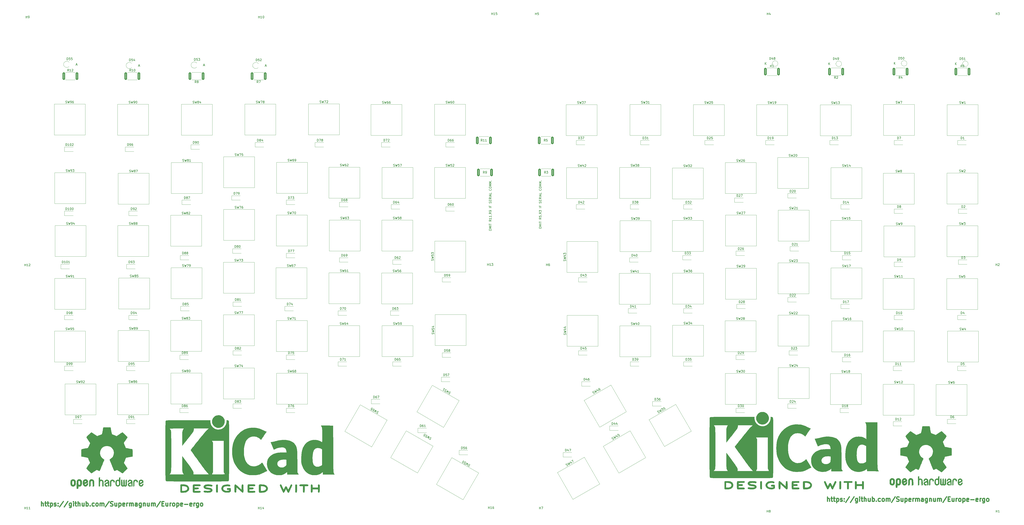
<source format=gbr>
%TF.GenerationSoftware,KiCad,Pcbnew,6.0.10-86aedd382b~118~ubuntu22.04.1*%
%TF.CreationDate,2023-02-01T13:13:36+01:00*%
%TF.ProjectId,europe-ergo-smd,6575726f-7065-42d6-9572-676f2d736d64,rev?*%
%TF.SameCoordinates,Original*%
%TF.FileFunction,Legend,Top*%
%TF.FilePolarity,Positive*%
%FSLAX46Y46*%
G04 Gerber Fmt 4.6, Leading zero omitted, Abs format (unit mm)*
G04 Created by KiCad (PCBNEW 6.0.10-86aedd382b~118~ubuntu22.04.1) date 2023-02-01 13:13:36*
%MOMM*%
%LPD*%
G01*
G04 APERTURE LIST*
G04 Aperture macros list*
%AMRoundRect*
0 Rectangle with rounded corners*
0 $1 Rounding radius*
0 $2 $3 $4 $5 $6 $7 $8 $9 X,Y pos of 4 corners*
0 Add a 4 corners polygon primitive as box body*
4,1,4,$2,$3,$4,$5,$6,$7,$8,$9,$2,$3,0*
0 Add four circle primitives for the rounded corners*
1,1,$1+$1,$2,$3*
1,1,$1+$1,$4,$5*
1,1,$1+$1,$6,$7*
1,1,$1+$1,$8,$9*
0 Add four rect primitives between the rounded corners*
20,1,$1+$1,$2,$3,$4,$5,0*
20,1,$1+$1,$4,$5,$6,$7,0*
20,1,$1+$1,$6,$7,$8,$9,0*
20,1,$1+$1,$8,$9,$2,$3,0*%
G04 Aperture macros list end*
%ADD10C,0.150000*%
%ADD11C,0.500000*%
%ADD12C,0.010000*%
%ADD13C,0.120000*%
%ADD14RoundRect,0.250000X-0.362500X-1.425000X0.362500X-1.425000X0.362500X1.425000X-0.362500X1.425000X0*%
%ADD15RoundRect,0.250000X0.362500X1.425000X-0.362500X1.425000X-0.362500X-1.425000X0.362500X-1.425000X0*%
%ADD16R,0.900000X1.200000*%
%ADD17C,7.500000*%
%ADD18C,1.700000*%
%ADD19C,4.000000*%
%ADD20C,2.200000*%
%ADD21R,1.500000X1.500000*%
%ADD22O,1.500000X1.500000*%
%ADD23R,1.800000X1.800000*%
%ADD24O,1.800000X1.800000*%
%ADD25C,1.100000*%
%ADD26R,1.650000X1.650000*%
%ADD27C,1.650000*%
%ADD28O,1.700000X1.700000*%
%ADD29R,1.700000X1.700000*%
G04 APERTURE END LIST*
D10*
X323002380Y-124571428D02*
X323002380Y-124380952D01*
X323050000Y-124285714D01*
X323145238Y-124190476D01*
X323335714Y-124142857D01*
X323669047Y-124142857D01*
X323859523Y-124190476D01*
X323954761Y-124285714D01*
X324002380Y-124380952D01*
X324002380Y-124571428D01*
X323954761Y-124666666D01*
X323859523Y-124761904D01*
X323669047Y-124809523D01*
X323335714Y-124809523D01*
X323145238Y-124761904D01*
X323050000Y-124666666D01*
X323002380Y-124571428D01*
X324002380Y-123714285D02*
X323002380Y-123714285D01*
X323716666Y-123380952D01*
X323002380Y-123047619D01*
X324002380Y-123047619D01*
X324002380Y-122571428D02*
X323002380Y-122571428D01*
X323002380Y-122238095D02*
X323002380Y-121666666D01*
X324002380Y-121952380D02*
X323002380Y-121952380D01*
X324002380Y-120000000D02*
X323526190Y-120333333D01*
X324002380Y-120571428D02*
X323002380Y-120571428D01*
X323002380Y-120190476D01*
X323050000Y-120095238D01*
X323097619Y-120047619D01*
X323192857Y-120000000D01*
X323335714Y-120000000D01*
X323430952Y-120047619D01*
X323478571Y-120095238D01*
X323526190Y-120190476D01*
X323526190Y-120571428D01*
X323002380Y-119095238D02*
X323002380Y-119571428D01*
X323478571Y-119619047D01*
X323430952Y-119571428D01*
X323383333Y-119476190D01*
X323383333Y-119238095D01*
X323430952Y-119142857D01*
X323478571Y-119095238D01*
X323573809Y-119047619D01*
X323811904Y-119047619D01*
X323907142Y-119095238D01*
X323954761Y-119142857D01*
X324002380Y-119238095D01*
X324002380Y-119476190D01*
X323954761Y-119571428D01*
X323907142Y-119619047D01*
X323954761Y-118571428D02*
X324002380Y-118571428D01*
X324097619Y-118619047D01*
X324145238Y-118666666D01*
X324002380Y-117571428D02*
X323526190Y-117904761D01*
X324002380Y-118142857D02*
X323002380Y-118142857D01*
X323002380Y-117761904D01*
X323050000Y-117666666D01*
X323097619Y-117619047D01*
X323192857Y-117571428D01*
X323335714Y-117571428D01*
X323430952Y-117619047D01*
X323478571Y-117666666D01*
X323526190Y-117761904D01*
X323526190Y-118142857D01*
X323002380Y-117238095D02*
X323002380Y-116619047D01*
X323383333Y-116952380D01*
X323383333Y-116809523D01*
X323430952Y-116714285D01*
X323478571Y-116666666D01*
X323573809Y-116619047D01*
X323811904Y-116619047D01*
X323907142Y-116666666D01*
X323954761Y-116714285D01*
X324002380Y-116809523D01*
X324002380Y-117095238D01*
X323954761Y-117190476D01*
X323907142Y-117238095D01*
X324002380Y-115428571D02*
X323002380Y-115428571D01*
X323478571Y-114619047D02*
X323478571Y-114952380D01*
X324002380Y-114952380D02*
X323002380Y-114952380D01*
X323002380Y-114476190D01*
X323954761Y-113380952D02*
X324002380Y-113238095D01*
X324002380Y-113000000D01*
X323954761Y-112904761D01*
X323907142Y-112857142D01*
X323811904Y-112809523D01*
X323716666Y-112809523D01*
X323621428Y-112857142D01*
X323573809Y-112904761D01*
X323526190Y-113000000D01*
X323478571Y-113190476D01*
X323430952Y-113285714D01*
X323383333Y-113333333D01*
X323288095Y-113380952D01*
X323192857Y-113380952D01*
X323097619Y-113333333D01*
X323050000Y-113285714D01*
X323002380Y-113190476D01*
X323002380Y-112952380D01*
X323050000Y-112809523D01*
X323478571Y-112380952D02*
X323478571Y-112047619D01*
X324002380Y-111904761D02*
X324002380Y-112380952D01*
X323002380Y-112380952D01*
X323002380Y-111904761D01*
X324002380Y-110904761D02*
X323526190Y-111238095D01*
X324002380Y-111476190D02*
X323002380Y-111476190D01*
X323002380Y-111095238D01*
X323050000Y-111000000D01*
X323097619Y-110952380D01*
X323192857Y-110904761D01*
X323335714Y-110904761D01*
X323430952Y-110952380D01*
X323478571Y-111000000D01*
X323526190Y-111095238D01*
X323526190Y-111476190D01*
X324002380Y-110476190D02*
X323002380Y-110476190D01*
X323716666Y-110047619D02*
X323716666Y-109571428D01*
X324002380Y-110142857D02*
X323002380Y-109809523D01*
X324002380Y-109476190D01*
X324002380Y-108666666D02*
X324002380Y-109142857D01*
X323002380Y-109142857D01*
X323907142Y-107000000D02*
X323954761Y-107047619D01*
X324002380Y-107190476D01*
X324002380Y-107285714D01*
X323954761Y-107428571D01*
X323859523Y-107523809D01*
X323764285Y-107571428D01*
X323573809Y-107619047D01*
X323430952Y-107619047D01*
X323240476Y-107571428D01*
X323145238Y-107523809D01*
X323050000Y-107428571D01*
X323002380Y-107285714D01*
X323002380Y-107190476D01*
X323050000Y-107047619D01*
X323097619Y-107000000D01*
X323002380Y-106380952D02*
X323002380Y-106190476D01*
X323050000Y-106095238D01*
X323145238Y-106000000D01*
X323335714Y-105952380D01*
X323669047Y-105952380D01*
X323859523Y-106000000D01*
X323954761Y-106095238D01*
X324002380Y-106190476D01*
X324002380Y-106380952D01*
X323954761Y-106476190D01*
X323859523Y-106571428D01*
X323669047Y-106619047D01*
X323335714Y-106619047D01*
X323145238Y-106571428D01*
X323050000Y-106476190D01*
X323002380Y-106380952D01*
X324002380Y-105523809D02*
X323002380Y-105523809D01*
X323716666Y-105190476D01*
X323002380Y-104857142D01*
X324002380Y-104857142D01*
X324002380Y-104380952D02*
X323002380Y-104380952D01*
X323716666Y-104047619D01*
X323002380Y-103714285D01*
X324002380Y-103714285D01*
X323907142Y-103238095D02*
X323954761Y-103190476D01*
X324002380Y-103238095D01*
X323954761Y-103285714D01*
X323907142Y-103238095D01*
X324002380Y-103238095D01*
D11*
X98466666Y-250204761D02*
X98466666Y-248204761D01*
X99323809Y-250204761D02*
X99323809Y-249157142D01*
X99228571Y-248966666D01*
X99038095Y-248871428D01*
X98752380Y-248871428D01*
X98561904Y-248966666D01*
X98466666Y-249061904D01*
X99990476Y-248871428D02*
X100752380Y-248871428D01*
X100276190Y-248204761D02*
X100276190Y-249919047D01*
X100371428Y-250109523D01*
X100561904Y-250204761D01*
X100752380Y-250204761D01*
X101133333Y-248871428D02*
X101895238Y-248871428D01*
X101419047Y-248204761D02*
X101419047Y-249919047D01*
X101514285Y-250109523D01*
X101704761Y-250204761D01*
X101895238Y-250204761D01*
X102561904Y-248871428D02*
X102561904Y-250871428D01*
X102561904Y-248966666D02*
X102752380Y-248871428D01*
X103133333Y-248871428D01*
X103323809Y-248966666D01*
X103419047Y-249061904D01*
X103514285Y-249252380D01*
X103514285Y-249823809D01*
X103419047Y-250014285D01*
X103323809Y-250109523D01*
X103133333Y-250204761D01*
X102752380Y-250204761D01*
X102561904Y-250109523D01*
X104276190Y-250109523D02*
X104466666Y-250204761D01*
X104847619Y-250204761D01*
X105038095Y-250109523D01*
X105133333Y-249919047D01*
X105133333Y-249823809D01*
X105038095Y-249633333D01*
X104847619Y-249538095D01*
X104561904Y-249538095D01*
X104371428Y-249442857D01*
X104276190Y-249252380D01*
X104276190Y-249157142D01*
X104371428Y-248966666D01*
X104561904Y-248871428D01*
X104847619Y-248871428D01*
X105038095Y-248966666D01*
X105990476Y-250014285D02*
X106085714Y-250109523D01*
X105990476Y-250204761D01*
X105895238Y-250109523D01*
X105990476Y-250014285D01*
X105990476Y-250204761D01*
X105990476Y-248966666D02*
X106085714Y-249061904D01*
X105990476Y-249157142D01*
X105895238Y-249061904D01*
X105990476Y-248966666D01*
X105990476Y-249157142D01*
X108371428Y-248109523D02*
X106657142Y-250680952D01*
X110466666Y-248109523D02*
X108752380Y-250680952D01*
X111990476Y-248871428D02*
X111990476Y-250490476D01*
X111895238Y-250680952D01*
X111799999Y-250776190D01*
X111609523Y-250871428D01*
X111323809Y-250871428D01*
X111133333Y-250776190D01*
X111990476Y-250109523D02*
X111799999Y-250204761D01*
X111419047Y-250204761D01*
X111228571Y-250109523D01*
X111133333Y-250014285D01*
X111038095Y-249823809D01*
X111038095Y-249252380D01*
X111133333Y-249061904D01*
X111228571Y-248966666D01*
X111419047Y-248871428D01*
X111799999Y-248871428D01*
X111990476Y-248966666D01*
X112942857Y-250204761D02*
X112942857Y-248871428D01*
X112942857Y-248204761D02*
X112847619Y-248300000D01*
X112942857Y-248395238D01*
X113038095Y-248300000D01*
X112942857Y-248204761D01*
X112942857Y-248395238D01*
X113609523Y-248871428D02*
X114371428Y-248871428D01*
X113895238Y-248204761D02*
X113895238Y-249919047D01*
X113990476Y-250109523D01*
X114180952Y-250204761D01*
X114371428Y-250204761D01*
X115038095Y-250204761D02*
X115038095Y-248204761D01*
X115895238Y-250204761D02*
X115895238Y-249157142D01*
X115799999Y-248966666D01*
X115609523Y-248871428D01*
X115323809Y-248871428D01*
X115133333Y-248966666D01*
X115038095Y-249061904D01*
X117704761Y-248871428D02*
X117704761Y-250204761D01*
X116847619Y-248871428D02*
X116847619Y-249919047D01*
X116942857Y-250109523D01*
X117133333Y-250204761D01*
X117419047Y-250204761D01*
X117609523Y-250109523D01*
X117704761Y-250014285D01*
X118657142Y-250204761D02*
X118657142Y-248204761D01*
X118657142Y-248966666D02*
X118847619Y-248871428D01*
X119228571Y-248871428D01*
X119419047Y-248966666D01*
X119514285Y-249061904D01*
X119609523Y-249252380D01*
X119609523Y-249823809D01*
X119514285Y-250014285D01*
X119419047Y-250109523D01*
X119228571Y-250204761D01*
X118847619Y-250204761D01*
X118657142Y-250109523D01*
X120466666Y-250014285D02*
X120561904Y-250109523D01*
X120466666Y-250204761D01*
X120371428Y-250109523D01*
X120466666Y-250014285D01*
X120466666Y-250204761D01*
X122276190Y-250109523D02*
X122085714Y-250204761D01*
X121704761Y-250204761D01*
X121514285Y-250109523D01*
X121419047Y-250014285D01*
X121323809Y-249823809D01*
X121323809Y-249252380D01*
X121419047Y-249061904D01*
X121514285Y-248966666D01*
X121704761Y-248871428D01*
X122085714Y-248871428D01*
X122276190Y-248966666D01*
X123419047Y-250204761D02*
X123228571Y-250109523D01*
X123133333Y-250014285D01*
X123038095Y-249823809D01*
X123038095Y-249252380D01*
X123133333Y-249061904D01*
X123228571Y-248966666D01*
X123419047Y-248871428D01*
X123704761Y-248871428D01*
X123895238Y-248966666D01*
X123990476Y-249061904D01*
X124085714Y-249252380D01*
X124085714Y-249823809D01*
X123990476Y-250014285D01*
X123895238Y-250109523D01*
X123704761Y-250204761D01*
X123419047Y-250204761D01*
X124942857Y-250204761D02*
X124942857Y-248871428D01*
X124942857Y-249061904D02*
X125038095Y-248966666D01*
X125228571Y-248871428D01*
X125514285Y-248871428D01*
X125704761Y-248966666D01*
X125799999Y-249157142D01*
X125799999Y-250204761D01*
X125799999Y-249157142D02*
X125895238Y-248966666D01*
X126085714Y-248871428D01*
X126371428Y-248871428D01*
X126561904Y-248966666D01*
X126657142Y-249157142D01*
X126657142Y-250204761D01*
X129038095Y-248109523D02*
X127323809Y-250680952D01*
X129609523Y-250109523D02*
X129895238Y-250204761D01*
X130371428Y-250204761D01*
X130561904Y-250109523D01*
X130657142Y-250014285D01*
X130752380Y-249823809D01*
X130752380Y-249633333D01*
X130657142Y-249442857D01*
X130561904Y-249347619D01*
X130371428Y-249252380D01*
X129990476Y-249157142D01*
X129799999Y-249061904D01*
X129704761Y-248966666D01*
X129609523Y-248776190D01*
X129609523Y-248585714D01*
X129704761Y-248395238D01*
X129799999Y-248300000D01*
X129990476Y-248204761D01*
X130466666Y-248204761D01*
X130752380Y-248300000D01*
X132466666Y-248871428D02*
X132466666Y-250204761D01*
X131609523Y-248871428D02*
X131609523Y-249919047D01*
X131704761Y-250109523D01*
X131895238Y-250204761D01*
X132180952Y-250204761D01*
X132371428Y-250109523D01*
X132466666Y-250014285D01*
X133419047Y-248871428D02*
X133419047Y-250871428D01*
X133419047Y-248966666D02*
X133609523Y-248871428D01*
X133990476Y-248871428D01*
X134180952Y-248966666D01*
X134276190Y-249061904D01*
X134371428Y-249252380D01*
X134371428Y-249823809D01*
X134276190Y-250014285D01*
X134180952Y-250109523D01*
X133990476Y-250204761D01*
X133609523Y-250204761D01*
X133419047Y-250109523D01*
X135990476Y-250109523D02*
X135799999Y-250204761D01*
X135419047Y-250204761D01*
X135228571Y-250109523D01*
X135133333Y-249919047D01*
X135133333Y-249157142D01*
X135228571Y-248966666D01*
X135419047Y-248871428D01*
X135799999Y-248871428D01*
X135990476Y-248966666D01*
X136085714Y-249157142D01*
X136085714Y-249347619D01*
X135133333Y-249538095D01*
X136942857Y-250204761D02*
X136942857Y-248871428D01*
X136942857Y-249252380D02*
X137038095Y-249061904D01*
X137133333Y-248966666D01*
X137323809Y-248871428D01*
X137514285Y-248871428D01*
X138180952Y-250204761D02*
X138180952Y-248871428D01*
X138180952Y-249061904D02*
X138276190Y-248966666D01*
X138466666Y-248871428D01*
X138752380Y-248871428D01*
X138942857Y-248966666D01*
X139038095Y-249157142D01*
X139038095Y-250204761D01*
X139038095Y-249157142D02*
X139133333Y-248966666D01*
X139323809Y-248871428D01*
X139609523Y-248871428D01*
X139800000Y-248966666D01*
X139895238Y-249157142D01*
X139895238Y-250204761D01*
X141704761Y-250204761D02*
X141704761Y-249157142D01*
X141609523Y-248966666D01*
X141419047Y-248871428D01*
X141038095Y-248871428D01*
X140847619Y-248966666D01*
X141704761Y-250109523D02*
X141514285Y-250204761D01*
X141038095Y-250204761D01*
X140847619Y-250109523D01*
X140752380Y-249919047D01*
X140752380Y-249728571D01*
X140847619Y-249538095D01*
X141038095Y-249442857D01*
X141514285Y-249442857D01*
X141704761Y-249347619D01*
X143514285Y-248871428D02*
X143514285Y-250490476D01*
X143419047Y-250680952D01*
X143323809Y-250776190D01*
X143133333Y-250871428D01*
X142847619Y-250871428D01*
X142657142Y-250776190D01*
X143514285Y-250109523D02*
X143323809Y-250204761D01*
X142942857Y-250204761D01*
X142752380Y-250109523D01*
X142657142Y-250014285D01*
X142561904Y-249823809D01*
X142561904Y-249252380D01*
X142657142Y-249061904D01*
X142752380Y-248966666D01*
X142942857Y-248871428D01*
X143323809Y-248871428D01*
X143514285Y-248966666D01*
X144466666Y-248871428D02*
X144466666Y-250204761D01*
X144466666Y-249061904D02*
X144561904Y-248966666D01*
X144752380Y-248871428D01*
X145038095Y-248871428D01*
X145228571Y-248966666D01*
X145323809Y-249157142D01*
X145323809Y-250204761D01*
X147133333Y-248871428D02*
X147133333Y-250204761D01*
X146276190Y-248871428D02*
X146276190Y-249919047D01*
X146371428Y-250109523D01*
X146561904Y-250204761D01*
X146847619Y-250204761D01*
X147038095Y-250109523D01*
X147133333Y-250014285D01*
X148085714Y-250204761D02*
X148085714Y-248871428D01*
X148085714Y-249061904D02*
X148180952Y-248966666D01*
X148371428Y-248871428D01*
X148657142Y-248871428D01*
X148847619Y-248966666D01*
X148942857Y-249157142D01*
X148942857Y-250204761D01*
X148942857Y-249157142D02*
X149038095Y-248966666D01*
X149228571Y-248871428D01*
X149514285Y-248871428D01*
X149704761Y-248966666D01*
X149799999Y-249157142D01*
X149799999Y-250204761D01*
X152180952Y-248109523D02*
X150466666Y-250680952D01*
X152847619Y-249157142D02*
X153514285Y-249157142D01*
X153799999Y-250204761D02*
X152847619Y-250204761D01*
X152847619Y-248204761D01*
X153799999Y-248204761D01*
X155514285Y-248871428D02*
X155514285Y-250204761D01*
X154657142Y-248871428D02*
X154657142Y-249919047D01*
X154752380Y-250109523D01*
X154942857Y-250204761D01*
X155228571Y-250204761D01*
X155419047Y-250109523D01*
X155514285Y-250014285D01*
X156466666Y-250204761D02*
X156466666Y-248871428D01*
X156466666Y-249252380D02*
X156561904Y-249061904D01*
X156657142Y-248966666D01*
X156847619Y-248871428D01*
X157038095Y-248871428D01*
X157990476Y-250204761D02*
X157799999Y-250109523D01*
X157704761Y-250014285D01*
X157609523Y-249823809D01*
X157609523Y-249252380D01*
X157704761Y-249061904D01*
X157799999Y-248966666D01*
X157990476Y-248871428D01*
X158276190Y-248871428D01*
X158466666Y-248966666D01*
X158561904Y-249061904D01*
X158657142Y-249252380D01*
X158657142Y-249823809D01*
X158561904Y-250014285D01*
X158466666Y-250109523D01*
X158276190Y-250204761D01*
X157990476Y-250204761D01*
X159514285Y-248871428D02*
X159514285Y-250871428D01*
X159514285Y-248966666D02*
X159704761Y-248871428D01*
X160085714Y-248871428D01*
X160276190Y-248966666D01*
X160371428Y-249061904D01*
X160466666Y-249252380D01*
X160466666Y-249823809D01*
X160371428Y-250014285D01*
X160276190Y-250109523D01*
X160085714Y-250204761D01*
X159704761Y-250204761D01*
X159514285Y-250109523D01*
X162085714Y-250109523D02*
X161895238Y-250204761D01*
X161514285Y-250204761D01*
X161323809Y-250109523D01*
X161228571Y-249919047D01*
X161228571Y-249157142D01*
X161323809Y-248966666D01*
X161514285Y-248871428D01*
X161895238Y-248871428D01*
X162085714Y-248966666D01*
X162180952Y-249157142D01*
X162180952Y-249347619D01*
X161228571Y-249538095D01*
X163038095Y-249442857D02*
X164561904Y-249442857D01*
X166276190Y-250109523D02*
X166085714Y-250204761D01*
X165704761Y-250204761D01*
X165514285Y-250109523D01*
X165419047Y-249919047D01*
X165419047Y-249157142D01*
X165514285Y-248966666D01*
X165704761Y-248871428D01*
X166085714Y-248871428D01*
X166276190Y-248966666D01*
X166371428Y-249157142D01*
X166371428Y-249347619D01*
X165419047Y-249538095D01*
X167228571Y-250204761D02*
X167228571Y-248871428D01*
X167228571Y-249252380D02*
X167323809Y-249061904D01*
X167419047Y-248966666D01*
X167609523Y-248871428D01*
X167799999Y-248871428D01*
X169323809Y-248871428D02*
X169323809Y-250490476D01*
X169228571Y-250680952D01*
X169133333Y-250776190D01*
X168942857Y-250871428D01*
X168657142Y-250871428D01*
X168466666Y-250776190D01*
X169323809Y-250109523D02*
X169133333Y-250204761D01*
X168752380Y-250204761D01*
X168561904Y-250109523D01*
X168466666Y-250014285D01*
X168371428Y-249823809D01*
X168371428Y-249252380D01*
X168466666Y-249061904D01*
X168561904Y-248966666D01*
X168752380Y-248871428D01*
X169133333Y-248871428D01*
X169323809Y-248966666D01*
X170561904Y-250204761D02*
X170371428Y-250109523D01*
X170276190Y-250014285D01*
X170180952Y-249823809D01*
X170180952Y-249252380D01*
X170276190Y-249061904D01*
X170371428Y-248966666D01*
X170561904Y-248871428D01*
X170847619Y-248871428D01*
X171038095Y-248966666D01*
X171133333Y-249061904D01*
X171228571Y-249252380D01*
X171228571Y-249823809D01*
X171133333Y-250014285D01*
X171038095Y-250109523D01*
X170847619Y-250204761D01*
X170561904Y-250204761D01*
X453116666Y-248104761D02*
X453116666Y-246104761D01*
X453973809Y-248104761D02*
X453973809Y-247057142D01*
X453878571Y-246866666D01*
X453688095Y-246771428D01*
X453402380Y-246771428D01*
X453211904Y-246866666D01*
X453116666Y-246961904D01*
X454640476Y-246771428D02*
X455402380Y-246771428D01*
X454926190Y-246104761D02*
X454926190Y-247819047D01*
X455021428Y-248009523D01*
X455211904Y-248104761D01*
X455402380Y-248104761D01*
X455783333Y-246771428D02*
X456545238Y-246771428D01*
X456069047Y-246104761D02*
X456069047Y-247819047D01*
X456164285Y-248009523D01*
X456354761Y-248104761D01*
X456545238Y-248104761D01*
X457211904Y-246771428D02*
X457211904Y-248771428D01*
X457211904Y-246866666D02*
X457402380Y-246771428D01*
X457783333Y-246771428D01*
X457973809Y-246866666D01*
X458069047Y-246961904D01*
X458164285Y-247152380D01*
X458164285Y-247723809D01*
X458069047Y-247914285D01*
X457973809Y-248009523D01*
X457783333Y-248104761D01*
X457402380Y-248104761D01*
X457211904Y-248009523D01*
X458926190Y-248009523D02*
X459116666Y-248104761D01*
X459497619Y-248104761D01*
X459688095Y-248009523D01*
X459783333Y-247819047D01*
X459783333Y-247723809D01*
X459688095Y-247533333D01*
X459497619Y-247438095D01*
X459211904Y-247438095D01*
X459021428Y-247342857D01*
X458926190Y-247152380D01*
X458926190Y-247057142D01*
X459021428Y-246866666D01*
X459211904Y-246771428D01*
X459497619Y-246771428D01*
X459688095Y-246866666D01*
X460640476Y-247914285D02*
X460735714Y-248009523D01*
X460640476Y-248104761D01*
X460545238Y-248009523D01*
X460640476Y-247914285D01*
X460640476Y-248104761D01*
X460640476Y-246866666D02*
X460735714Y-246961904D01*
X460640476Y-247057142D01*
X460545238Y-246961904D01*
X460640476Y-246866666D01*
X460640476Y-247057142D01*
X463021428Y-246009523D02*
X461307142Y-248580952D01*
X465116666Y-246009523D02*
X463402380Y-248580952D01*
X466640476Y-246771428D02*
X466640476Y-248390476D01*
X466545238Y-248580952D01*
X466450000Y-248676190D01*
X466259523Y-248771428D01*
X465973809Y-248771428D01*
X465783333Y-248676190D01*
X466640476Y-248009523D02*
X466450000Y-248104761D01*
X466069047Y-248104761D01*
X465878571Y-248009523D01*
X465783333Y-247914285D01*
X465688095Y-247723809D01*
X465688095Y-247152380D01*
X465783333Y-246961904D01*
X465878571Y-246866666D01*
X466069047Y-246771428D01*
X466450000Y-246771428D01*
X466640476Y-246866666D01*
X467592857Y-248104761D02*
X467592857Y-246771428D01*
X467592857Y-246104761D02*
X467497619Y-246200000D01*
X467592857Y-246295238D01*
X467688095Y-246200000D01*
X467592857Y-246104761D01*
X467592857Y-246295238D01*
X468259523Y-246771428D02*
X469021428Y-246771428D01*
X468545238Y-246104761D02*
X468545238Y-247819047D01*
X468640476Y-248009523D01*
X468830952Y-248104761D01*
X469021428Y-248104761D01*
X469688095Y-248104761D02*
X469688095Y-246104761D01*
X470545238Y-248104761D02*
X470545238Y-247057142D01*
X470450000Y-246866666D01*
X470259523Y-246771428D01*
X469973809Y-246771428D01*
X469783333Y-246866666D01*
X469688095Y-246961904D01*
X472354761Y-246771428D02*
X472354761Y-248104761D01*
X471497619Y-246771428D02*
X471497619Y-247819047D01*
X471592857Y-248009523D01*
X471783333Y-248104761D01*
X472069047Y-248104761D01*
X472259523Y-248009523D01*
X472354761Y-247914285D01*
X473307142Y-248104761D02*
X473307142Y-246104761D01*
X473307142Y-246866666D02*
X473497619Y-246771428D01*
X473878571Y-246771428D01*
X474069047Y-246866666D01*
X474164285Y-246961904D01*
X474259523Y-247152380D01*
X474259523Y-247723809D01*
X474164285Y-247914285D01*
X474069047Y-248009523D01*
X473878571Y-248104761D01*
X473497619Y-248104761D01*
X473307142Y-248009523D01*
X475116666Y-247914285D02*
X475211904Y-248009523D01*
X475116666Y-248104761D01*
X475021428Y-248009523D01*
X475116666Y-247914285D01*
X475116666Y-248104761D01*
X476926190Y-248009523D02*
X476735714Y-248104761D01*
X476354761Y-248104761D01*
X476164285Y-248009523D01*
X476069047Y-247914285D01*
X475973809Y-247723809D01*
X475973809Y-247152380D01*
X476069047Y-246961904D01*
X476164285Y-246866666D01*
X476354761Y-246771428D01*
X476735714Y-246771428D01*
X476926190Y-246866666D01*
X478069047Y-248104761D02*
X477878571Y-248009523D01*
X477783333Y-247914285D01*
X477688095Y-247723809D01*
X477688095Y-247152380D01*
X477783333Y-246961904D01*
X477878571Y-246866666D01*
X478069047Y-246771428D01*
X478354761Y-246771428D01*
X478545238Y-246866666D01*
X478640476Y-246961904D01*
X478735714Y-247152380D01*
X478735714Y-247723809D01*
X478640476Y-247914285D01*
X478545238Y-248009523D01*
X478354761Y-248104761D01*
X478069047Y-248104761D01*
X479592857Y-248104761D02*
X479592857Y-246771428D01*
X479592857Y-246961904D02*
X479688095Y-246866666D01*
X479878571Y-246771428D01*
X480164285Y-246771428D01*
X480354761Y-246866666D01*
X480450000Y-247057142D01*
X480450000Y-248104761D01*
X480450000Y-247057142D02*
X480545238Y-246866666D01*
X480735714Y-246771428D01*
X481021428Y-246771428D01*
X481211904Y-246866666D01*
X481307142Y-247057142D01*
X481307142Y-248104761D01*
X483688095Y-246009523D02*
X481973809Y-248580952D01*
X484259523Y-248009523D02*
X484545238Y-248104761D01*
X485021428Y-248104761D01*
X485211904Y-248009523D01*
X485307142Y-247914285D01*
X485402380Y-247723809D01*
X485402380Y-247533333D01*
X485307142Y-247342857D01*
X485211904Y-247247619D01*
X485021428Y-247152380D01*
X484640476Y-247057142D01*
X484450000Y-246961904D01*
X484354761Y-246866666D01*
X484259523Y-246676190D01*
X484259523Y-246485714D01*
X484354761Y-246295238D01*
X484450000Y-246200000D01*
X484640476Y-246104761D01*
X485116666Y-246104761D01*
X485402380Y-246200000D01*
X487116666Y-246771428D02*
X487116666Y-248104761D01*
X486259523Y-246771428D02*
X486259523Y-247819047D01*
X486354761Y-248009523D01*
X486545238Y-248104761D01*
X486830952Y-248104761D01*
X487021428Y-248009523D01*
X487116666Y-247914285D01*
X488069047Y-246771428D02*
X488069047Y-248771428D01*
X488069047Y-246866666D02*
X488259523Y-246771428D01*
X488640476Y-246771428D01*
X488830952Y-246866666D01*
X488926190Y-246961904D01*
X489021428Y-247152380D01*
X489021428Y-247723809D01*
X488926190Y-247914285D01*
X488830952Y-248009523D01*
X488640476Y-248104761D01*
X488259523Y-248104761D01*
X488069047Y-248009523D01*
X490640476Y-248009523D02*
X490450000Y-248104761D01*
X490069047Y-248104761D01*
X489878571Y-248009523D01*
X489783333Y-247819047D01*
X489783333Y-247057142D01*
X489878571Y-246866666D01*
X490069047Y-246771428D01*
X490450000Y-246771428D01*
X490640476Y-246866666D01*
X490735714Y-247057142D01*
X490735714Y-247247619D01*
X489783333Y-247438095D01*
X491592857Y-248104761D02*
X491592857Y-246771428D01*
X491592857Y-247152380D02*
X491688095Y-246961904D01*
X491783333Y-246866666D01*
X491973809Y-246771428D01*
X492164285Y-246771428D01*
X492830952Y-248104761D02*
X492830952Y-246771428D01*
X492830952Y-246961904D02*
X492926190Y-246866666D01*
X493116666Y-246771428D01*
X493402380Y-246771428D01*
X493592857Y-246866666D01*
X493688095Y-247057142D01*
X493688095Y-248104761D01*
X493688095Y-247057142D02*
X493783333Y-246866666D01*
X493973809Y-246771428D01*
X494259523Y-246771428D01*
X494450000Y-246866666D01*
X494545238Y-247057142D01*
X494545238Y-248104761D01*
X496354761Y-248104761D02*
X496354761Y-247057142D01*
X496259523Y-246866666D01*
X496069047Y-246771428D01*
X495688095Y-246771428D01*
X495497619Y-246866666D01*
X496354761Y-248009523D02*
X496164285Y-248104761D01*
X495688095Y-248104761D01*
X495497619Y-248009523D01*
X495402380Y-247819047D01*
X495402380Y-247628571D01*
X495497619Y-247438095D01*
X495688095Y-247342857D01*
X496164285Y-247342857D01*
X496354761Y-247247619D01*
X498164285Y-246771428D02*
X498164285Y-248390476D01*
X498069047Y-248580952D01*
X497973809Y-248676190D01*
X497783333Y-248771428D01*
X497497619Y-248771428D01*
X497307142Y-248676190D01*
X498164285Y-248009523D02*
X497973809Y-248104761D01*
X497592857Y-248104761D01*
X497402380Y-248009523D01*
X497307142Y-247914285D01*
X497211904Y-247723809D01*
X497211904Y-247152380D01*
X497307142Y-246961904D01*
X497402380Y-246866666D01*
X497592857Y-246771428D01*
X497973809Y-246771428D01*
X498164285Y-246866666D01*
X499116666Y-246771428D02*
X499116666Y-248104761D01*
X499116666Y-246961904D02*
X499211904Y-246866666D01*
X499402380Y-246771428D01*
X499688095Y-246771428D01*
X499878571Y-246866666D01*
X499973809Y-247057142D01*
X499973809Y-248104761D01*
X501783333Y-246771428D02*
X501783333Y-248104761D01*
X500926190Y-246771428D02*
X500926190Y-247819047D01*
X501021428Y-248009523D01*
X501211904Y-248104761D01*
X501497619Y-248104761D01*
X501688095Y-248009523D01*
X501783333Y-247914285D01*
X502735714Y-248104761D02*
X502735714Y-246771428D01*
X502735714Y-246961904D02*
X502830952Y-246866666D01*
X503021428Y-246771428D01*
X503307142Y-246771428D01*
X503497619Y-246866666D01*
X503592857Y-247057142D01*
X503592857Y-248104761D01*
X503592857Y-247057142D02*
X503688095Y-246866666D01*
X503878571Y-246771428D01*
X504164285Y-246771428D01*
X504354761Y-246866666D01*
X504450000Y-247057142D01*
X504450000Y-248104761D01*
X506830952Y-246009523D02*
X505116666Y-248580952D01*
X507497619Y-247057142D02*
X508164285Y-247057142D01*
X508449999Y-248104761D02*
X507497619Y-248104761D01*
X507497619Y-246104761D01*
X508449999Y-246104761D01*
X510164285Y-246771428D02*
X510164285Y-248104761D01*
X509307142Y-246771428D02*
X509307142Y-247819047D01*
X509402380Y-248009523D01*
X509592857Y-248104761D01*
X509878571Y-248104761D01*
X510069047Y-248009523D01*
X510164285Y-247914285D01*
X511116666Y-248104761D02*
X511116666Y-246771428D01*
X511116666Y-247152380D02*
X511211904Y-246961904D01*
X511307142Y-246866666D01*
X511497619Y-246771428D01*
X511688095Y-246771428D01*
X512640476Y-248104761D02*
X512449999Y-248009523D01*
X512354761Y-247914285D01*
X512259523Y-247723809D01*
X512259523Y-247152380D01*
X512354761Y-246961904D01*
X512449999Y-246866666D01*
X512640476Y-246771428D01*
X512926190Y-246771428D01*
X513116666Y-246866666D01*
X513211904Y-246961904D01*
X513307142Y-247152380D01*
X513307142Y-247723809D01*
X513211904Y-247914285D01*
X513116666Y-248009523D01*
X512926190Y-248104761D01*
X512640476Y-248104761D01*
X514164285Y-246771428D02*
X514164285Y-248771428D01*
X514164285Y-246866666D02*
X514354761Y-246771428D01*
X514735714Y-246771428D01*
X514926190Y-246866666D01*
X515021428Y-246961904D01*
X515116666Y-247152380D01*
X515116666Y-247723809D01*
X515021428Y-247914285D01*
X514926190Y-248009523D01*
X514735714Y-248104761D01*
X514354761Y-248104761D01*
X514164285Y-248009523D01*
X516735714Y-248009523D02*
X516545238Y-248104761D01*
X516164285Y-248104761D01*
X515973809Y-248009523D01*
X515878571Y-247819047D01*
X515878571Y-247057142D01*
X515973809Y-246866666D01*
X516164285Y-246771428D01*
X516545238Y-246771428D01*
X516735714Y-246866666D01*
X516830952Y-247057142D01*
X516830952Y-247247619D01*
X515878571Y-247438095D01*
X517688095Y-247342857D02*
X519211904Y-247342857D01*
X520926190Y-248009523D02*
X520735714Y-248104761D01*
X520354761Y-248104761D01*
X520164285Y-248009523D01*
X520069047Y-247819047D01*
X520069047Y-247057142D01*
X520164285Y-246866666D01*
X520354761Y-246771428D01*
X520735714Y-246771428D01*
X520926190Y-246866666D01*
X521021428Y-247057142D01*
X521021428Y-247247619D01*
X520069047Y-247438095D01*
X521878571Y-248104761D02*
X521878571Y-246771428D01*
X521878571Y-247152380D02*
X521973809Y-246961904D01*
X522069047Y-246866666D01*
X522259523Y-246771428D01*
X522449999Y-246771428D01*
X523973809Y-246771428D02*
X523973809Y-248390476D01*
X523878571Y-248580952D01*
X523783333Y-248676190D01*
X523592857Y-248771428D01*
X523307142Y-248771428D01*
X523116666Y-248676190D01*
X523973809Y-248009523D02*
X523783333Y-248104761D01*
X523402380Y-248104761D01*
X523211904Y-248009523D01*
X523116666Y-247914285D01*
X523021428Y-247723809D01*
X523021428Y-247152380D01*
X523116666Y-246961904D01*
X523211904Y-246866666D01*
X523402380Y-246771428D01*
X523783333Y-246771428D01*
X523973809Y-246866666D01*
X525211904Y-248104761D02*
X525021428Y-248009523D01*
X524926190Y-247914285D01*
X524830952Y-247723809D01*
X524830952Y-247152380D01*
X524926190Y-246961904D01*
X525021428Y-246866666D01*
X525211904Y-246771428D01*
X525497619Y-246771428D01*
X525688095Y-246866666D01*
X525783333Y-246961904D01*
X525878571Y-247152380D01*
X525878571Y-247723809D01*
X525783333Y-247914285D01*
X525688095Y-248009523D01*
X525497619Y-248104761D01*
X525211904Y-248104761D01*
D10*
X300452380Y-125547619D02*
X300452380Y-125357142D01*
X300500000Y-125261904D01*
X300595238Y-125166666D01*
X300785714Y-125119047D01*
X301119047Y-125119047D01*
X301309523Y-125166666D01*
X301404761Y-125261904D01*
X301452380Y-125357142D01*
X301452380Y-125547619D01*
X301404761Y-125642857D01*
X301309523Y-125738095D01*
X301119047Y-125785714D01*
X300785714Y-125785714D01*
X300595238Y-125738095D01*
X300500000Y-125642857D01*
X300452380Y-125547619D01*
X301452380Y-124690476D02*
X300452380Y-124690476D01*
X301166666Y-124357142D01*
X300452380Y-124023809D01*
X301452380Y-124023809D01*
X301452380Y-123547619D02*
X300452380Y-123547619D01*
X300452380Y-123214285D02*
X300452380Y-122642857D01*
X301452380Y-122928571D02*
X300452380Y-122928571D01*
X301452380Y-120976190D02*
X300976190Y-121309523D01*
X301452380Y-121547619D02*
X300452380Y-121547619D01*
X300452380Y-121166666D01*
X300500000Y-121071428D01*
X300547619Y-121023809D01*
X300642857Y-120976190D01*
X300785714Y-120976190D01*
X300880952Y-121023809D01*
X300928571Y-121071428D01*
X300976190Y-121166666D01*
X300976190Y-121547619D01*
X301452380Y-120023809D02*
X301452380Y-120595238D01*
X301452380Y-120309523D02*
X300452380Y-120309523D01*
X300595238Y-120404761D01*
X300690476Y-120500000D01*
X300738095Y-120595238D01*
X301452380Y-119071428D02*
X301452380Y-119642857D01*
X301452380Y-119357142D02*
X300452380Y-119357142D01*
X300595238Y-119452380D01*
X300690476Y-119547619D01*
X300738095Y-119642857D01*
X301404761Y-118595238D02*
X301452380Y-118595238D01*
X301547619Y-118642857D01*
X301595238Y-118690476D01*
X301452380Y-117595238D02*
X300976190Y-117928571D01*
X301452380Y-118166666D02*
X300452380Y-118166666D01*
X300452380Y-117785714D01*
X300500000Y-117690476D01*
X300547619Y-117642857D01*
X300642857Y-117595238D01*
X300785714Y-117595238D01*
X300880952Y-117642857D01*
X300928571Y-117690476D01*
X300976190Y-117785714D01*
X300976190Y-118166666D01*
X301452380Y-117119047D02*
X301452380Y-116928571D01*
X301404761Y-116833333D01*
X301357142Y-116785714D01*
X301214285Y-116690476D01*
X301023809Y-116642857D01*
X300642857Y-116642857D01*
X300547619Y-116690476D01*
X300500000Y-116738095D01*
X300452380Y-116833333D01*
X300452380Y-117023809D01*
X300500000Y-117119047D01*
X300547619Y-117166666D01*
X300642857Y-117214285D01*
X300880952Y-117214285D01*
X300976190Y-117166666D01*
X301023809Y-117119047D01*
X301071428Y-117023809D01*
X301071428Y-116833333D01*
X301023809Y-116738095D01*
X300976190Y-116690476D01*
X300880952Y-116642857D01*
X301452380Y-115452380D02*
X300452380Y-115452380D01*
X300928571Y-114642857D02*
X300928571Y-114976190D01*
X301452380Y-114976190D02*
X300452380Y-114976190D01*
X300452380Y-114500000D01*
X301404761Y-113404761D02*
X301452380Y-113261904D01*
X301452380Y-113023809D01*
X301404761Y-112928571D01*
X301357142Y-112880952D01*
X301261904Y-112833333D01*
X301166666Y-112833333D01*
X301071428Y-112880952D01*
X301023809Y-112928571D01*
X300976190Y-113023809D01*
X300928571Y-113214285D01*
X300880952Y-113309523D01*
X300833333Y-113357142D01*
X300738095Y-113404761D01*
X300642857Y-113404761D01*
X300547619Y-113357142D01*
X300500000Y-113309523D01*
X300452380Y-113214285D01*
X300452380Y-112976190D01*
X300500000Y-112833333D01*
X300928571Y-112404761D02*
X300928571Y-112071428D01*
X301452380Y-111928571D02*
X301452380Y-112404761D01*
X300452380Y-112404761D01*
X300452380Y-111928571D01*
X301452380Y-110928571D02*
X300976190Y-111261904D01*
X301452380Y-111500000D02*
X300452380Y-111500000D01*
X300452380Y-111119047D01*
X300500000Y-111023809D01*
X300547619Y-110976190D01*
X300642857Y-110928571D01*
X300785714Y-110928571D01*
X300880952Y-110976190D01*
X300928571Y-111023809D01*
X300976190Y-111119047D01*
X300976190Y-111500000D01*
X301452380Y-110500000D02*
X300452380Y-110500000D01*
X301166666Y-110071428D02*
X301166666Y-109595238D01*
X301452380Y-110166666D02*
X300452380Y-109833333D01*
X301452380Y-109500000D01*
X301452380Y-108690476D02*
X301452380Y-109166666D01*
X300452380Y-109166666D01*
X301357142Y-107023809D02*
X301404761Y-107071428D01*
X301452380Y-107214285D01*
X301452380Y-107309523D01*
X301404761Y-107452380D01*
X301309523Y-107547619D01*
X301214285Y-107595238D01*
X301023809Y-107642857D01*
X300880952Y-107642857D01*
X300690476Y-107595238D01*
X300595238Y-107547619D01*
X300500000Y-107452380D01*
X300452380Y-107309523D01*
X300452380Y-107214285D01*
X300500000Y-107071428D01*
X300547619Y-107023809D01*
X300452380Y-106404761D02*
X300452380Y-106214285D01*
X300500000Y-106119047D01*
X300595238Y-106023809D01*
X300785714Y-105976190D01*
X301119047Y-105976190D01*
X301309523Y-106023809D01*
X301404761Y-106119047D01*
X301452380Y-106214285D01*
X301452380Y-106404761D01*
X301404761Y-106500000D01*
X301309523Y-106595238D01*
X301119047Y-106642857D01*
X300785714Y-106642857D01*
X300595238Y-106595238D01*
X300500000Y-106500000D01*
X300452380Y-106404761D01*
X301452380Y-105547619D02*
X300452380Y-105547619D01*
X301166666Y-105214285D01*
X300452380Y-104880952D01*
X301452380Y-104880952D01*
X301452380Y-104404761D02*
X300452380Y-104404761D01*
X301166666Y-104071428D01*
X300452380Y-103738095D01*
X301452380Y-103738095D01*
X301357142Y-103261904D02*
X301404761Y-103214285D01*
X301452380Y-103261904D01*
X301404761Y-103309523D01*
X301357142Y-103261904D01*
X301452380Y-103261904D01*
%TO.C,R12*%
X110857142Y-53832380D02*
X110523809Y-53356190D01*
X110285714Y-53832380D02*
X110285714Y-52832380D01*
X110666666Y-52832380D01*
X110761904Y-52880000D01*
X110809523Y-52927619D01*
X110857142Y-53022857D01*
X110857142Y-53165714D01*
X110809523Y-53260952D01*
X110761904Y-53308571D01*
X110666666Y-53356190D01*
X110285714Y-53356190D01*
X111809523Y-53832380D02*
X111238095Y-53832380D01*
X111523809Y-53832380D02*
X111523809Y-52832380D01*
X111428571Y-52975238D01*
X111333333Y-53070476D01*
X111238095Y-53118095D01*
X112190476Y-52927619D02*
X112238095Y-52880000D01*
X112333333Y-52832380D01*
X112571428Y-52832380D01*
X112666666Y-52880000D01*
X112714285Y-52927619D01*
X112761904Y-53022857D01*
X112761904Y-53118095D01*
X112714285Y-53260952D01*
X112142857Y-53832380D01*
X112761904Y-53832380D01*
%TO.C,R11*%
X297394642Y-85452380D02*
X297061309Y-84976190D01*
X296823214Y-85452380D02*
X296823214Y-84452380D01*
X297204166Y-84452380D01*
X297299404Y-84500000D01*
X297347023Y-84547619D01*
X297394642Y-84642857D01*
X297394642Y-84785714D01*
X297347023Y-84880952D01*
X297299404Y-84928571D01*
X297204166Y-84976190D01*
X296823214Y-84976190D01*
X298347023Y-85452380D02*
X297775595Y-85452380D01*
X298061309Y-85452380D02*
X298061309Y-84452380D01*
X297966071Y-84595238D01*
X297870833Y-84690476D01*
X297775595Y-84738095D01*
X299299404Y-85452380D02*
X298727976Y-85452380D01*
X299013690Y-85452380D02*
X299013690Y-84452380D01*
X298918452Y-84595238D01*
X298823214Y-84690476D01*
X298727976Y-84738095D01*
%TO.C,R10*%
X138857142Y-53832380D02*
X138523809Y-53356190D01*
X138285714Y-53832380D02*
X138285714Y-52832380D01*
X138666666Y-52832380D01*
X138761904Y-52880000D01*
X138809523Y-52927619D01*
X138857142Y-53022857D01*
X138857142Y-53165714D01*
X138809523Y-53260952D01*
X138761904Y-53308571D01*
X138666666Y-53356190D01*
X138285714Y-53356190D01*
X139809523Y-53832380D02*
X139238095Y-53832380D01*
X139523809Y-53832380D02*
X139523809Y-52832380D01*
X139428571Y-52975238D01*
X139333333Y-53070476D01*
X139238095Y-53118095D01*
X140428571Y-52832380D02*
X140523809Y-52832380D01*
X140619047Y-52880000D01*
X140666666Y-52927619D01*
X140714285Y-53022857D01*
X140761904Y-53213333D01*
X140761904Y-53451428D01*
X140714285Y-53641904D01*
X140666666Y-53737142D01*
X140619047Y-53784761D01*
X140523809Y-53832380D01*
X140428571Y-53832380D01*
X140333333Y-53784761D01*
X140285714Y-53737142D01*
X140238095Y-53641904D01*
X140190476Y-53451428D01*
X140190476Y-53213333D01*
X140238095Y-53022857D01*
X140285714Y-52927619D01*
X140333333Y-52880000D01*
X140428571Y-52832380D01*
%TO.C,R9*%
X298373333Y-99952380D02*
X298040000Y-99476190D01*
X297801904Y-99952380D02*
X297801904Y-98952380D01*
X298182857Y-98952380D01*
X298278095Y-99000000D01*
X298325714Y-99047619D01*
X298373333Y-99142857D01*
X298373333Y-99285714D01*
X298325714Y-99380952D01*
X298278095Y-99428571D01*
X298182857Y-99476190D01*
X297801904Y-99476190D01*
X298849523Y-99952380D02*
X299040000Y-99952380D01*
X299135238Y-99904761D01*
X299182857Y-99857142D01*
X299278095Y-99714285D01*
X299325714Y-99523809D01*
X299325714Y-99142857D01*
X299278095Y-99047619D01*
X299230476Y-99000000D01*
X299135238Y-98952380D01*
X298944761Y-98952380D01*
X298849523Y-99000000D01*
X298801904Y-99047619D01*
X298754285Y-99142857D01*
X298754285Y-99380952D01*
X298801904Y-99476190D01*
X298849523Y-99523809D01*
X298944761Y-99571428D01*
X299135238Y-99571428D01*
X299230476Y-99523809D01*
X299278095Y-99476190D01*
X299325714Y-99380952D01*
%TO.C,R8*%
X168295833Y-59072380D02*
X167962500Y-58596190D01*
X167724404Y-59072380D02*
X167724404Y-58072380D01*
X168105357Y-58072380D01*
X168200595Y-58120000D01*
X168248214Y-58167619D01*
X168295833Y-58262857D01*
X168295833Y-58405714D01*
X168248214Y-58500952D01*
X168200595Y-58548571D01*
X168105357Y-58596190D01*
X167724404Y-58596190D01*
X168867261Y-58500952D02*
X168772023Y-58453333D01*
X168724404Y-58405714D01*
X168676785Y-58310476D01*
X168676785Y-58262857D01*
X168724404Y-58167619D01*
X168772023Y-58120000D01*
X168867261Y-58072380D01*
X169057738Y-58072380D01*
X169152976Y-58120000D01*
X169200595Y-58167619D01*
X169248214Y-58262857D01*
X169248214Y-58310476D01*
X169200595Y-58405714D01*
X169152976Y-58453333D01*
X169057738Y-58500952D01*
X168867261Y-58500952D01*
X168772023Y-58548571D01*
X168724404Y-58596190D01*
X168676785Y-58691428D01*
X168676785Y-58881904D01*
X168724404Y-58977142D01*
X168772023Y-59024761D01*
X168867261Y-59072380D01*
X169057738Y-59072380D01*
X169152976Y-59024761D01*
X169200595Y-58977142D01*
X169248214Y-58881904D01*
X169248214Y-58691428D01*
X169200595Y-58596190D01*
X169152976Y-58548571D01*
X169057738Y-58500952D01*
%TO.C,R7*%
X196295833Y-59072380D02*
X195962500Y-58596190D01*
X195724404Y-59072380D02*
X195724404Y-58072380D01*
X196105357Y-58072380D01*
X196200595Y-58120000D01*
X196248214Y-58167619D01*
X196295833Y-58262857D01*
X196295833Y-58405714D01*
X196248214Y-58500952D01*
X196200595Y-58548571D01*
X196105357Y-58596190D01*
X195724404Y-58596190D01*
X196629166Y-58072380D02*
X197295833Y-58072380D01*
X196867261Y-59072380D01*
%TO.C,R6*%
X513795833Y-51832380D02*
X513462500Y-51356190D01*
X513224404Y-51832380D02*
X513224404Y-50832380D01*
X513605357Y-50832380D01*
X513700595Y-50880000D01*
X513748214Y-50927619D01*
X513795833Y-51022857D01*
X513795833Y-51165714D01*
X513748214Y-51260952D01*
X513700595Y-51308571D01*
X513605357Y-51356190D01*
X513224404Y-51356190D01*
X514652976Y-50832380D02*
X514462500Y-50832380D01*
X514367261Y-50880000D01*
X514319642Y-50927619D01*
X514224404Y-51070476D01*
X514176785Y-51260952D01*
X514176785Y-51641904D01*
X514224404Y-51737142D01*
X514272023Y-51784761D01*
X514367261Y-51832380D01*
X514557738Y-51832380D01*
X514652976Y-51784761D01*
X514700595Y-51737142D01*
X514748214Y-51641904D01*
X514748214Y-51403809D01*
X514700595Y-51308571D01*
X514652976Y-51260952D01*
X514557738Y-51213333D01*
X514367261Y-51213333D01*
X514272023Y-51260952D01*
X514224404Y-51308571D01*
X514176785Y-51403809D01*
%TO.C,R5*%
X325795833Y-85452380D02*
X325462500Y-84976190D01*
X325224404Y-85452380D02*
X325224404Y-84452380D01*
X325605357Y-84452380D01*
X325700595Y-84500000D01*
X325748214Y-84547619D01*
X325795833Y-84642857D01*
X325795833Y-84785714D01*
X325748214Y-84880952D01*
X325700595Y-84928571D01*
X325605357Y-84976190D01*
X325224404Y-84976190D01*
X326700595Y-84452380D02*
X326224404Y-84452380D01*
X326176785Y-84928571D01*
X326224404Y-84880952D01*
X326319642Y-84833333D01*
X326557738Y-84833333D01*
X326652976Y-84880952D01*
X326700595Y-84928571D01*
X326748214Y-85023809D01*
X326748214Y-85261904D01*
X326700595Y-85357142D01*
X326652976Y-85404761D01*
X326557738Y-85452380D01*
X326319642Y-85452380D01*
X326224404Y-85404761D01*
X326176785Y-85357142D01*
%TO.C,R4*%
X485870833Y-57072380D02*
X485537500Y-56596190D01*
X485299404Y-57072380D02*
X485299404Y-56072380D01*
X485680357Y-56072380D01*
X485775595Y-56120000D01*
X485823214Y-56167619D01*
X485870833Y-56262857D01*
X485870833Y-56405714D01*
X485823214Y-56500952D01*
X485775595Y-56548571D01*
X485680357Y-56596190D01*
X485299404Y-56596190D01*
X486727976Y-56405714D02*
X486727976Y-57072380D01*
X486489880Y-56024761D02*
X486251785Y-56739047D01*
X486870833Y-56739047D01*
%TO.C,R3*%
X326003333Y-99952380D02*
X325670000Y-99476190D01*
X325431904Y-99952380D02*
X325431904Y-98952380D01*
X325812857Y-98952380D01*
X325908095Y-99000000D01*
X325955714Y-99047619D01*
X326003333Y-99142857D01*
X326003333Y-99285714D01*
X325955714Y-99380952D01*
X325908095Y-99428571D01*
X325812857Y-99476190D01*
X325431904Y-99476190D01*
X326336666Y-98952380D02*
X326955714Y-98952380D01*
X326622380Y-99333333D01*
X326765238Y-99333333D01*
X326860476Y-99380952D01*
X326908095Y-99428571D01*
X326955714Y-99523809D01*
X326955714Y-99761904D01*
X326908095Y-99857142D01*
X326860476Y-99904761D01*
X326765238Y-99952380D01*
X326479523Y-99952380D01*
X326384285Y-99904761D01*
X326336666Y-99857142D01*
%TO.C,R2*%
X456795833Y-57072380D02*
X456462500Y-56596190D01*
X456224404Y-57072380D02*
X456224404Y-56072380D01*
X456605357Y-56072380D01*
X456700595Y-56120000D01*
X456748214Y-56167619D01*
X456795833Y-56262857D01*
X456795833Y-56405714D01*
X456748214Y-56500952D01*
X456700595Y-56548571D01*
X456605357Y-56596190D01*
X456224404Y-56596190D01*
X457176785Y-56167619D02*
X457224404Y-56120000D01*
X457319642Y-56072380D01*
X457557738Y-56072380D01*
X457652976Y-56120000D01*
X457700595Y-56167619D01*
X457748214Y-56262857D01*
X457748214Y-56358095D01*
X457700595Y-56500952D01*
X457129166Y-57072380D01*
X457748214Y-57072380D01*
%TO.C,R1*%
X427870833Y-51832380D02*
X427537500Y-51356190D01*
X427299404Y-51832380D02*
X427299404Y-50832380D01*
X427680357Y-50832380D01*
X427775595Y-50880000D01*
X427823214Y-50927619D01*
X427870833Y-51022857D01*
X427870833Y-51165714D01*
X427823214Y-51260952D01*
X427775595Y-51308571D01*
X427680357Y-51356190D01*
X427299404Y-51356190D01*
X428823214Y-51832380D02*
X428251785Y-51832380D01*
X428537500Y-51832380D02*
X428537500Y-50832380D01*
X428442261Y-50975238D01*
X428347023Y-51070476D01*
X428251785Y-51118095D01*
%TO.C,D102*%
X109429523Y-87452380D02*
X109429523Y-86452380D01*
X109667619Y-86452380D01*
X109810476Y-86500000D01*
X109905714Y-86595238D01*
X109953333Y-86690476D01*
X110000952Y-86880952D01*
X110000952Y-87023809D01*
X109953333Y-87214285D01*
X109905714Y-87309523D01*
X109810476Y-87404761D01*
X109667619Y-87452380D01*
X109429523Y-87452380D01*
X110953333Y-87452380D02*
X110381904Y-87452380D01*
X110667619Y-87452380D02*
X110667619Y-86452380D01*
X110572380Y-86595238D01*
X110477142Y-86690476D01*
X110381904Y-86738095D01*
X111572380Y-86452380D02*
X111667619Y-86452380D01*
X111762857Y-86500000D01*
X111810476Y-86547619D01*
X111858095Y-86642857D01*
X111905714Y-86833333D01*
X111905714Y-87071428D01*
X111858095Y-87261904D01*
X111810476Y-87357142D01*
X111762857Y-87404761D01*
X111667619Y-87452380D01*
X111572380Y-87452380D01*
X111477142Y-87404761D01*
X111429523Y-87357142D01*
X111381904Y-87261904D01*
X111334285Y-87071428D01*
X111334285Y-86833333D01*
X111381904Y-86642857D01*
X111429523Y-86547619D01*
X111477142Y-86500000D01*
X111572380Y-86452380D01*
X112286666Y-86547619D02*
X112334285Y-86500000D01*
X112429523Y-86452380D01*
X112667619Y-86452380D01*
X112762857Y-86500000D01*
X112810476Y-86547619D01*
X112858095Y-86642857D01*
X112858095Y-86738095D01*
X112810476Y-86880952D01*
X112239047Y-87452380D01*
X112858095Y-87452380D01*
%TO.C,D101*%
X107809523Y-140452380D02*
X107809523Y-139452380D01*
X108047619Y-139452380D01*
X108190476Y-139500000D01*
X108285714Y-139595238D01*
X108333333Y-139690476D01*
X108380952Y-139880952D01*
X108380952Y-140023809D01*
X108333333Y-140214285D01*
X108285714Y-140309523D01*
X108190476Y-140404761D01*
X108047619Y-140452380D01*
X107809523Y-140452380D01*
X109333333Y-140452380D02*
X108761904Y-140452380D01*
X109047619Y-140452380D02*
X109047619Y-139452380D01*
X108952380Y-139595238D01*
X108857142Y-139690476D01*
X108761904Y-139738095D01*
X109952380Y-139452380D02*
X110047619Y-139452380D01*
X110142857Y-139500000D01*
X110190476Y-139547619D01*
X110238095Y-139642857D01*
X110285714Y-139833333D01*
X110285714Y-140071428D01*
X110238095Y-140261904D01*
X110190476Y-140357142D01*
X110142857Y-140404761D01*
X110047619Y-140452380D01*
X109952380Y-140452380D01*
X109857142Y-140404761D01*
X109809523Y-140357142D01*
X109761904Y-140261904D01*
X109714285Y-140071428D01*
X109714285Y-139833333D01*
X109761904Y-139642857D01*
X109809523Y-139547619D01*
X109857142Y-139500000D01*
X109952380Y-139452380D01*
X111238095Y-140452380D02*
X110666666Y-140452380D01*
X110952380Y-140452380D02*
X110952380Y-139452380D01*
X110857142Y-139595238D01*
X110761904Y-139690476D01*
X110666666Y-139738095D01*
%TO.C,D100*%
X109429523Y-116452380D02*
X109429523Y-115452380D01*
X109667619Y-115452380D01*
X109810476Y-115500000D01*
X109905714Y-115595238D01*
X109953333Y-115690476D01*
X110000952Y-115880952D01*
X110000952Y-116023809D01*
X109953333Y-116214285D01*
X109905714Y-116309523D01*
X109810476Y-116404761D01*
X109667619Y-116452380D01*
X109429523Y-116452380D01*
X110953333Y-116452380D02*
X110381904Y-116452380D01*
X110667619Y-116452380D02*
X110667619Y-115452380D01*
X110572380Y-115595238D01*
X110477142Y-115690476D01*
X110381904Y-115738095D01*
X111572380Y-115452380D02*
X111667619Y-115452380D01*
X111762857Y-115500000D01*
X111810476Y-115547619D01*
X111858095Y-115642857D01*
X111905714Y-115833333D01*
X111905714Y-116071428D01*
X111858095Y-116261904D01*
X111810476Y-116357142D01*
X111762857Y-116404761D01*
X111667619Y-116452380D01*
X111572380Y-116452380D01*
X111477142Y-116404761D01*
X111429523Y-116357142D01*
X111381904Y-116261904D01*
X111334285Y-116071428D01*
X111334285Y-115833333D01*
X111381904Y-115642857D01*
X111429523Y-115547619D01*
X111477142Y-115500000D01*
X111572380Y-115452380D01*
X112524761Y-115452380D02*
X112620000Y-115452380D01*
X112715238Y-115500000D01*
X112762857Y-115547619D01*
X112810476Y-115642857D01*
X112858095Y-115833333D01*
X112858095Y-116071428D01*
X112810476Y-116261904D01*
X112762857Y-116357142D01*
X112715238Y-116404761D01*
X112620000Y-116452380D01*
X112524761Y-116452380D01*
X112429523Y-116404761D01*
X112381904Y-116357142D01*
X112334285Y-116261904D01*
X112286666Y-116071428D01*
X112286666Y-115833333D01*
X112334285Y-115642857D01*
X112381904Y-115547619D01*
X112429523Y-115500000D01*
X112524761Y-115452380D01*
%TO.C,D99*%
X109905714Y-186452380D02*
X109905714Y-185452380D01*
X110143809Y-185452380D01*
X110286666Y-185500000D01*
X110381904Y-185595238D01*
X110429523Y-185690476D01*
X110477142Y-185880952D01*
X110477142Y-186023809D01*
X110429523Y-186214285D01*
X110381904Y-186309523D01*
X110286666Y-186404761D01*
X110143809Y-186452380D01*
X109905714Y-186452380D01*
X110953333Y-186452380D02*
X111143809Y-186452380D01*
X111239047Y-186404761D01*
X111286666Y-186357142D01*
X111381904Y-186214285D01*
X111429523Y-186023809D01*
X111429523Y-185642857D01*
X111381904Y-185547619D01*
X111334285Y-185500000D01*
X111239047Y-185452380D01*
X111048571Y-185452380D01*
X110953333Y-185500000D01*
X110905714Y-185547619D01*
X110858095Y-185642857D01*
X110858095Y-185880952D01*
X110905714Y-185976190D01*
X110953333Y-186023809D01*
X111048571Y-186071428D01*
X111239047Y-186071428D01*
X111334285Y-186023809D01*
X111381904Y-185976190D01*
X111429523Y-185880952D01*
X111905714Y-186452380D02*
X112096190Y-186452380D01*
X112191428Y-186404761D01*
X112239047Y-186357142D01*
X112334285Y-186214285D01*
X112381904Y-186023809D01*
X112381904Y-185642857D01*
X112334285Y-185547619D01*
X112286666Y-185500000D01*
X112191428Y-185452380D01*
X112000952Y-185452380D01*
X111905714Y-185500000D01*
X111858095Y-185547619D01*
X111810476Y-185642857D01*
X111810476Y-185880952D01*
X111858095Y-185976190D01*
X111905714Y-186023809D01*
X112000952Y-186071428D01*
X112191428Y-186071428D01*
X112286666Y-186023809D01*
X112334285Y-185976190D01*
X112381904Y-185880952D01*
%TO.C,D98*%
X109905714Y-163452380D02*
X109905714Y-162452380D01*
X110143809Y-162452380D01*
X110286666Y-162500000D01*
X110381904Y-162595238D01*
X110429523Y-162690476D01*
X110477142Y-162880952D01*
X110477142Y-163023809D01*
X110429523Y-163214285D01*
X110381904Y-163309523D01*
X110286666Y-163404761D01*
X110143809Y-163452380D01*
X109905714Y-163452380D01*
X110953333Y-163452380D02*
X111143809Y-163452380D01*
X111239047Y-163404761D01*
X111286666Y-163357142D01*
X111381904Y-163214285D01*
X111429523Y-163023809D01*
X111429523Y-162642857D01*
X111381904Y-162547619D01*
X111334285Y-162500000D01*
X111239047Y-162452380D01*
X111048571Y-162452380D01*
X110953333Y-162500000D01*
X110905714Y-162547619D01*
X110858095Y-162642857D01*
X110858095Y-162880952D01*
X110905714Y-162976190D01*
X110953333Y-163023809D01*
X111048571Y-163071428D01*
X111239047Y-163071428D01*
X111334285Y-163023809D01*
X111381904Y-162976190D01*
X111429523Y-162880952D01*
X112000952Y-162880952D02*
X111905714Y-162833333D01*
X111858095Y-162785714D01*
X111810476Y-162690476D01*
X111810476Y-162642857D01*
X111858095Y-162547619D01*
X111905714Y-162500000D01*
X112000952Y-162452380D01*
X112191428Y-162452380D01*
X112286666Y-162500000D01*
X112334285Y-162547619D01*
X112381904Y-162642857D01*
X112381904Y-162690476D01*
X112334285Y-162785714D01*
X112286666Y-162833333D01*
X112191428Y-162880952D01*
X112000952Y-162880952D01*
X111905714Y-162928571D01*
X111858095Y-162976190D01*
X111810476Y-163071428D01*
X111810476Y-163261904D01*
X111858095Y-163357142D01*
X111905714Y-163404761D01*
X112000952Y-163452380D01*
X112191428Y-163452380D01*
X112286666Y-163404761D01*
X112334285Y-163357142D01*
X112381904Y-163261904D01*
X112381904Y-163071428D01*
X112334285Y-162976190D01*
X112286666Y-162928571D01*
X112191428Y-162880952D01*
%TO.C,D97*%
X113905714Y-210452380D02*
X113905714Y-209452380D01*
X114143809Y-209452380D01*
X114286666Y-209500000D01*
X114381904Y-209595238D01*
X114429523Y-209690476D01*
X114477142Y-209880952D01*
X114477142Y-210023809D01*
X114429523Y-210214285D01*
X114381904Y-210309523D01*
X114286666Y-210404761D01*
X114143809Y-210452380D01*
X113905714Y-210452380D01*
X114953333Y-210452380D02*
X115143809Y-210452380D01*
X115239047Y-210404761D01*
X115286666Y-210357142D01*
X115381904Y-210214285D01*
X115429523Y-210023809D01*
X115429523Y-209642857D01*
X115381904Y-209547619D01*
X115334285Y-209500000D01*
X115239047Y-209452380D01*
X115048571Y-209452380D01*
X114953333Y-209500000D01*
X114905714Y-209547619D01*
X114858095Y-209642857D01*
X114858095Y-209880952D01*
X114905714Y-209976190D01*
X114953333Y-210023809D01*
X115048571Y-210071428D01*
X115239047Y-210071428D01*
X115334285Y-210023809D01*
X115381904Y-209976190D01*
X115429523Y-209880952D01*
X115762857Y-209452380D02*
X116429523Y-209452380D01*
X116000952Y-210452380D01*
%TO.C,D96*%
X137285714Y-87452380D02*
X137285714Y-86452380D01*
X137523809Y-86452380D01*
X137666666Y-86500000D01*
X137761904Y-86595238D01*
X137809523Y-86690476D01*
X137857142Y-86880952D01*
X137857142Y-87023809D01*
X137809523Y-87214285D01*
X137761904Y-87309523D01*
X137666666Y-87404761D01*
X137523809Y-87452380D01*
X137285714Y-87452380D01*
X138333333Y-87452380D02*
X138523809Y-87452380D01*
X138619047Y-87404761D01*
X138666666Y-87357142D01*
X138761904Y-87214285D01*
X138809523Y-87023809D01*
X138809523Y-86642857D01*
X138761904Y-86547619D01*
X138714285Y-86500000D01*
X138619047Y-86452380D01*
X138428571Y-86452380D01*
X138333333Y-86500000D01*
X138285714Y-86547619D01*
X138238095Y-86642857D01*
X138238095Y-86880952D01*
X138285714Y-86976190D01*
X138333333Y-87023809D01*
X138428571Y-87071428D01*
X138619047Y-87071428D01*
X138714285Y-87023809D01*
X138761904Y-86976190D01*
X138809523Y-86880952D01*
X139666666Y-86452380D02*
X139476190Y-86452380D01*
X139380952Y-86500000D01*
X139333333Y-86547619D01*
X139238095Y-86690476D01*
X139190476Y-86880952D01*
X139190476Y-87261904D01*
X139238095Y-87357142D01*
X139285714Y-87404761D01*
X139380952Y-87452380D01*
X139571428Y-87452380D01*
X139666666Y-87404761D01*
X139714285Y-87357142D01*
X139761904Y-87261904D01*
X139761904Y-87023809D01*
X139714285Y-86928571D01*
X139666666Y-86880952D01*
X139571428Y-86833333D01*
X139380952Y-86833333D01*
X139285714Y-86880952D01*
X139238095Y-86928571D01*
X139190476Y-87023809D01*
%TO.C,D95*%
X137905714Y-186452380D02*
X137905714Y-185452380D01*
X138143809Y-185452380D01*
X138286666Y-185500000D01*
X138381904Y-185595238D01*
X138429523Y-185690476D01*
X138477142Y-185880952D01*
X138477142Y-186023809D01*
X138429523Y-186214285D01*
X138381904Y-186309523D01*
X138286666Y-186404761D01*
X138143809Y-186452380D01*
X137905714Y-186452380D01*
X138953333Y-186452380D02*
X139143809Y-186452380D01*
X139239047Y-186404761D01*
X139286666Y-186357142D01*
X139381904Y-186214285D01*
X139429523Y-186023809D01*
X139429523Y-185642857D01*
X139381904Y-185547619D01*
X139334285Y-185500000D01*
X139239047Y-185452380D01*
X139048571Y-185452380D01*
X138953333Y-185500000D01*
X138905714Y-185547619D01*
X138858095Y-185642857D01*
X138858095Y-185880952D01*
X138905714Y-185976190D01*
X138953333Y-186023809D01*
X139048571Y-186071428D01*
X139239047Y-186071428D01*
X139334285Y-186023809D01*
X139381904Y-185976190D01*
X139429523Y-185880952D01*
X140334285Y-185452380D02*
X139858095Y-185452380D01*
X139810476Y-185928571D01*
X139858095Y-185880952D01*
X139953333Y-185833333D01*
X140191428Y-185833333D01*
X140286666Y-185880952D01*
X140334285Y-185928571D01*
X140381904Y-186023809D01*
X140381904Y-186261904D01*
X140334285Y-186357142D01*
X140286666Y-186404761D01*
X140191428Y-186452380D01*
X139953333Y-186452380D01*
X139858095Y-186404761D01*
X139810476Y-186357142D01*
%TO.C,D94*%
X138905714Y-163452380D02*
X138905714Y-162452380D01*
X139143809Y-162452380D01*
X139286666Y-162500000D01*
X139381904Y-162595238D01*
X139429523Y-162690476D01*
X139477142Y-162880952D01*
X139477142Y-163023809D01*
X139429523Y-163214285D01*
X139381904Y-163309523D01*
X139286666Y-163404761D01*
X139143809Y-163452380D01*
X138905714Y-163452380D01*
X139953333Y-163452380D02*
X140143809Y-163452380D01*
X140239047Y-163404761D01*
X140286666Y-163357142D01*
X140381904Y-163214285D01*
X140429523Y-163023809D01*
X140429523Y-162642857D01*
X140381904Y-162547619D01*
X140334285Y-162500000D01*
X140239047Y-162452380D01*
X140048571Y-162452380D01*
X139953333Y-162500000D01*
X139905714Y-162547619D01*
X139858095Y-162642857D01*
X139858095Y-162880952D01*
X139905714Y-162976190D01*
X139953333Y-163023809D01*
X140048571Y-163071428D01*
X140239047Y-163071428D01*
X140334285Y-163023809D01*
X140381904Y-162976190D01*
X140429523Y-162880952D01*
X141286666Y-162785714D02*
X141286666Y-163452380D01*
X141048571Y-162404761D02*
X140810476Y-163119047D01*
X141429523Y-163119047D01*
%TO.C,D93*%
X137905714Y-140452380D02*
X137905714Y-139452380D01*
X138143809Y-139452380D01*
X138286666Y-139500000D01*
X138381904Y-139595238D01*
X138429523Y-139690476D01*
X138477142Y-139880952D01*
X138477142Y-140023809D01*
X138429523Y-140214285D01*
X138381904Y-140309523D01*
X138286666Y-140404761D01*
X138143809Y-140452380D01*
X137905714Y-140452380D01*
X138953333Y-140452380D02*
X139143809Y-140452380D01*
X139239047Y-140404761D01*
X139286666Y-140357142D01*
X139381904Y-140214285D01*
X139429523Y-140023809D01*
X139429523Y-139642857D01*
X139381904Y-139547619D01*
X139334285Y-139500000D01*
X139239047Y-139452380D01*
X139048571Y-139452380D01*
X138953333Y-139500000D01*
X138905714Y-139547619D01*
X138858095Y-139642857D01*
X138858095Y-139880952D01*
X138905714Y-139976190D01*
X138953333Y-140023809D01*
X139048571Y-140071428D01*
X139239047Y-140071428D01*
X139334285Y-140023809D01*
X139381904Y-139976190D01*
X139429523Y-139880952D01*
X139762857Y-139452380D02*
X140381904Y-139452380D01*
X140048571Y-139833333D01*
X140191428Y-139833333D01*
X140286666Y-139880952D01*
X140334285Y-139928571D01*
X140381904Y-140023809D01*
X140381904Y-140261904D01*
X140334285Y-140357142D01*
X140286666Y-140404761D01*
X140191428Y-140452380D01*
X139905714Y-140452380D01*
X139810476Y-140404761D01*
X139762857Y-140357142D01*
%TO.C,D92*%
X138905714Y-116452380D02*
X138905714Y-115452380D01*
X139143809Y-115452380D01*
X139286666Y-115500000D01*
X139381904Y-115595238D01*
X139429523Y-115690476D01*
X139477142Y-115880952D01*
X139477142Y-116023809D01*
X139429523Y-116214285D01*
X139381904Y-116309523D01*
X139286666Y-116404761D01*
X139143809Y-116452380D01*
X138905714Y-116452380D01*
X139953333Y-116452380D02*
X140143809Y-116452380D01*
X140239047Y-116404761D01*
X140286666Y-116357142D01*
X140381904Y-116214285D01*
X140429523Y-116023809D01*
X140429523Y-115642857D01*
X140381904Y-115547619D01*
X140334285Y-115500000D01*
X140239047Y-115452380D01*
X140048571Y-115452380D01*
X139953333Y-115500000D01*
X139905714Y-115547619D01*
X139858095Y-115642857D01*
X139858095Y-115880952D01*
X139905714Y-115976190D01*
X139953333Y-116023809D01*
X140048571Y-116071428D01*
X140239047Y-116071428D01*
X140334285Y-116023809D01*
X140381904Y-115976190D01*
X140429523Y-115880952D01*
X140810476Y-115547619D02*
X140858095Y-115500000D01*
X140953333Y-115452380D01*
X141191428Y-115452380D01*
X141286666Y-115500000D01*
X141334285Y-115547619D01*
X141381904Y-115642857D01*
X141381904Y-115738095D01*
X141334285Y-115880952D01*
X140762857Y-116452380D01*
X141381904Y-116452380D01*
%TO.C,D91*%
X137905714Y-210452380D02*
X137905714Y-209452380D01*
X138143809Y-209452380D01*
X138286666Y-209500000D01*
X138381904Y-209595238D01*
X138429523Y-209690476D01*
X138477142Y-209880952D01*
X138477142Y-210023809D01*
X138429523Y-210214285D01*
X138381904Y-210309523D01*
X138286666Y-210404761D01*
X138143809Y-210452380D01*
X137905714Y-210452380D01*
X138953333Y-210452380D02*
X139143809Y-210452380D01*
X139239047Y-210404761D01*
X139286666Y-210357142D01*
X139381904Y-210214285D01*
X139429523Y-210023809D01*
X139429523Y-209642857D01*
X139381904Y-209547619D01*
X139334285Y-209500000D01*
X139239047Y-209452380D01*
X139048571Y-209452380D01*
X138953333Y-209500000D01*
X138905714Y-209547619D01*
X138858095Y-209642857D01*
X138858095Y-209880952D01*
X138905714Y-209976190D01*
X138953333Y-210023809D01*
X139048571Y-210071428D01*
X139239047Y-210071428D01*
X139334285Y-210023809D01*
X139381904Y-209976190D01*
X139429523Y-209880952D01*
X140381904Y-210452380D02*
X139810476Y-210452380D01*
X140096190Y-210452380D02*
X140096190Y-209452380D01*
X140000952Y-209595238D01*
X139905714Y-209690476D01*
X139810476Y-209738095D01*
%TO.C,D90*%
X166905714Y-86452380D02*
X166905714Y-85452380D01*
X167143809Y-85452380D01*
X167286666Y-85500000D01*
X167381904Y-85595238D01*
X167429523Y-85690476D01*
X167477142Y-85880952D01*
X167477142Y-86023809D01*
X167429523Y-86214285D01*
X167381904Y-86309523D01*
X167286666Y-86404761D01*
X167143809Y-86452380D01*
X166905714Y-86452380D01*
X167953333Y-86452380D02*
X168143809Y-86452380D01*
X168239047Y-86404761D01*
X168286666Y-86357142D01*
X168381904Y-86214285D01*
X168429523Y-86023809D01*
X168429523Y-85642857D01*
X168381904Y-85547619D01*
X168334285Y-85500000D01*
X168239047Y-85452380D01*
X168048571Y-85452380D01*
X167953333Y-85500000D01*
X167905714Y-85547619D01*
X167858095Y-85642857D01*
X167858095Y-85880952D01*
X167905714Y-85976190D01*
X167953333Y-86023809D01*
X168048571Y-86071428D01*
X168239047Y-86071428D01*
X168334285Y-86023809D01*
X168381904Y-85976190D01*
X168429523Y-85880952D01*
X169048571Y-85452380D02*
X169143809Y-85452380D01*
X169239047Y-85500000D01*
X169286666Y-85547619D01*
X169334285Y-85642857D01*
X169381904Y-85833333D01*
X169381904Y-86071428D01*
X169334285Y-86261904D01*
X169286666Y-86357142D01*
X169239047Y-86404761D01*
X169143809Y-86452380D01*
X169048571Y-86452380D01*
X168953333Y-86404761D01*
X168905714Y-86357142D01*
X168858095Y-86261904D01*
X168810476Y-86071428D01*
X168810476Y-85833333D01*
X168858095Y-85642857D01*
X168905714Y-85547619D01*
X168953333Y-85500000D01*
X169048571Y-85452380D01*
%TO.C,D89*%
X161905714Y-181452380D02*
X161905714Y-180452380D01*
X162143809Y-180452380D01*
X162286666Y-180500000D01*
X162381904Y-180595238D01*
X162429523Y-180690476D01*
X162477142Y-180880952D01*
X162477142Y-181023809D01*
X162429523Y-181214285D01*
X162381904Y-181309523D01*
X162286666Y-181404761D01*
X162143809Y-181452380D01*
X161905714Y-181452380D01*
X163048571Y-180880952D02*
X162953333Y-180833333D01*
X162905714Y-180785714D01*
X162858095Y-180690476D01*
X162858095Y-180642857D01*
X162905714Y-180547619D01*
X162953333Y-180500000D01*
X163048571Y-180452380D01*
X163239047Y-180452380D01*
X163334285Y-180500000D01*
X163381904Y-180547619D01*
X163429523Y-180642857D01*
X163429523Y-180690476D01*
X163381904Y-180785714D01*
X163334285Y-180833333D01*
X163239047Y-180880952D01*
X163048571Y-180880952D01*
X162953333Y-180928571D01*
X162905714Y-180976190D01*
X162858095Y-181071428D01*
X162858095Y-181261904D01*
X162905714Y-181357142D01*
X162953333Y-181404761D01*
X163048571Y-181452380D01*
X163239047Y-181452380D01*
X163334285Y-181404761D01*
X163381904Y-181357142D01*
X163429523Y-181261904D01*
X163429523Y-181071428D01*
X163381904Y-180976190D01*
X163334285Y-180928571D01*
X163239047Y-180880952D01*
X163905714Y-181452380D02*
X164096190Y-181452380D01*
X164191428Y-181404761D01*
X164239047Y-181357142D01*
X164334285Y-181214285D01*
X164381904Y-181023809D01*
X164381904Y-180642857D01*
X164334285Y-180547619D01*
X164286666Y-180500000D01*
X164191428Y-180452380D01*
X164000952Y-180452380D01*
X163905714Y-180500000D01*
X163858095Y-180547619D01*
X163810476Y-180642857D01*
X163810476Y-180880952D01*
X163858095Y-180976190D01*
X163905714Y-181023809D01*
X164000952Y-181071428D01*
X164191428Y-181071428D01*
X164286666Y-181023809D01*
X164334285Y-180976190D01*
X164381904Y-180880952D01*
%TO.C,D88*%
X162095714Y-136452380D02*
X162095714Y-135452380D01*
X162333809Y-135452380D01*
X162476666Y-135500000D01*
X162571904Y-135595238D01*
X162619523Y-135690476D01*
X162667142Y-135880952D01*
X162667142Y-136023809D01*
X162619523Y-136214285D01*
X162571904Y-136309523D01*
X162476666Y-136404761D01*
X162333809Y-136452380D01*
X162095714Y-136452380D01*
X163238571Y-135880952D02*
X163143333Y-135833333D01*
X163095714Y-135785714D01*
X163048095Y-135690476D01*
X163048095Y-135642857D01*
X163095714Y-135547619D01*
X163143333Y-135500000D01*
X163238571Y-135452380D01*
X163429047Y-135452380D01*
X163524285Y-135500000D01*
X163571904Y-135547619D01*
X163619523Y-135642857D01*
X163619523Y-135690476D01*
X163571904Y-135785714D01*
X163524285Y-135833333D01*
X163429047Y-135880952D01*
X163238571Y-135880952D01*
X163143333Y-135928571D01*
X163095714Y-135976190D01*
X163048095Y-136071428D01*
X163048095Y-136261904D01*
X163095714Y-136357142D01*
X163143333Y-136404761D01*
X163238571Y-136452380D01*
X163429047Y-136452380D01*
X163524285Y-136404761D01*
X163571904Y-136357142D01*
X163619523Y-136261904D01*
X163619523Y-136071428D01*
X163571904Y-135976190D01*
X163524285Y-135928571D01*
X163429047Y-135880952D01*
X164190952Y-135880952D02*
X164095714Y-135833333D01*
X164048095Y-135785714D01*
X164000476Y-135690476D01*
X164000476Y-135642857D01*
X164048095Y-135547619D01*
X164095714Y-135500000D01*
X164190952Y-135452380D01*
X164381428Y-135452380D01*
X164476666Y-135500000D01*
X164524285Y-135547619D01*
X164571904Y-135642857D01*
X164571904Y-135690476D01*
X164524285Y-135785714D01*
X164476666Y-135833333D01*
X164381428Y-135880952D01*
X164190952Y-135880952D01*
X164095714Y-135928571D01*
X164048095Y-135976190D01*
X164000476Y-136071428D01*
X164000476Y-136261904D01*
X164048095Y-136357142D01*
X164095714Y-136404761D01*
X164190952Y-136452380D01*
X164381428Y-136452380D01*
X164476666Y-136404761D01*
X164524285Y-136357142D01*
X164571904Y-136261904D01*
X164571904Y-136071428D01*
X164524285Y-135976190D01*
X164476666Y-135928571D01*
X164381428Y-135880952D01*
%TO.C,D87*%
X162905714Y-111452380D02*
X162905714Y-110452380D01*
X163143809Y-110452380D01*
X163286666Y-110500000D01*
X163381904Y-110595238D01*
X163429523Y-110690476D01*
X163477142Y-110880952D01*
X163477142Y-111023809D01*
X163429523Y-111214285D01*
X163381904Y-111309523D01*
X163286666Y-111404761D01*
X163143809Y-111452380D01*
X162905714Y-111452380D01*
X164048571Y-110880952D02*
X163953333Y-110833333D01*
X163905714Y-110785714D01*
X163858095Y-110690476D01*
X163858095Y-110642857D01*
X163905714Y-110547619D01*
X163953333Y-110500000D01*
X164048571Y-110452380D01*
X164239047Y-110452380D01*
X164334285Y-110500000D01*
X164381904Y-110547619D01*
X164429523Y-110642857D01*
X164429523Y-110690476D01*
X164381904Y-110785714D01*
X164334285Y-110833333D01*
X164239047Y-110880952D01*
X164048571Y-110880952D01*
X163953333Y-110928571D01*
X163905714Y-110976190D01*
X163858095Y-111071428D01*
X163858095Y-111261904D01*
X163905714Y-111357142D01*
X163953333Y-111404761D01*
X164048571Y-111452380D01*
X164239047Y-111452380D01*
X164334285Y-111404761D01*
X164381904Y-111357142D01*
X164429523Y-111261904D01*
X164429523Y-111071428D01*
X164381904Y-110976190D01*
X164334285Y-110928571D01*
X164239047Y-110880952D01*
X164762857Y-110452380D02*
X165429523Y-110452380D01*
X165000952Y-111452380D01*
%TO.C,D86*%
X161905714Y-205452380D02*
X161905714Y-204452380D01*
X162143809Y-204452380D01*
X162286666Y-204500000D01*
X162381904Y-204595238D01*
X162429523Y-204690476D01*
X162477142Y-204880952D01*
X162477142Y-205023809D01*
X162429523Y-205214285D01*
X162381904Y-205309523D01*
X162286666Y-205404761D01*
X162143809Y-205452380D01*
X161905714Y-205452380D01*
X163048571Y-204880952D02*
X162953333Y-204833333D01*
X162905714Y-204785714D01*
X162858095Y-204690476D01*
X162858095Y-204642857D01*
X162905714Y-204547619D01*
X162953333Y-204500000D01*
X163048571Y-204452380D01*
X163239047Y-204452380D01*
X163334285Y-204500000D01*
X163381904Y-204547619D01*
X163429523Y-204642857D01*
X163429523Y-204690476D01*
X163381904Y-204785714D01*
X163334285Y-204833333D01*
X163239047Y-204880952D01*
X163048571Y-204880952D01*
X162953333Y-204928571D01*
X162905714Y-204976190D01*
X162858095Y-205071428D01*
X162858095Y-205261904D01*
X162905714Y-205357142D01*
X162953333Y-205404761D01*
X163048571Y-205452380D01*
X163239047Y-205452380D01*
X163334285Y-205404761D01*
X163381904Y-205357142D01*
X163429523Y-205261904D01*
X163429523Y-205071428D01*
X163381904Y-204976190D01*
X163334285Y-204928571D01*
X163239047Y-204880952D01*
X164286666Y-204452380D02*
X164096190Y-204452380D01*
X164000952Y-204500000D01*
X163953333Y-204547619D01*
X163858095Y-204690476D01*
X163810476Y-204880952D01*
X163810476Y-205261904D01*
X163858095Y-205357142D01*
X163905714Y-205404761D01*
X164000952Y-205452380D01*
X164191428Y-205452380D01*
X164286666Y-205404761D01*
X164334285Y-205357142D01*
X164381904Y-205261904D01*
X164381904Y-205023809D01*
X164334285Y-204928571D01*
X164286666Y-204880952D01*
X164191428Y-204833333D01*
X164000952Y-204833333D01*
X163905714Y-204880952D01*
X163858095Y-204928571D01*
X163810476Y-205023809D01*
%TO.C,D85*%
X162285714Y-159452380D02*
X162285714Y-158452380D01*
X162523809Y-158452380D01*
X162666666Y-158500000D01*
X162761904Y-158595238D01*
X162809523Y-158690476D01*
X162857142Y-158880952D01*
X162857142Y-159023809D01*
X162809523Y-159214285D01*
X162761904Y-159309523D01*
X162666666Y-159404761D01*
X162523809Y-159452380D01*
X162285714Y-159452380D01*
X163428571Y-158880952D02*
X163333333Y-158833333D01*
X163285714Y-158785714D01*
X163238095Y-158690476D01*
X163238095Y-158642857D01*
X163285714Y-158547619D01*
X163333333Y-158500000D01*
X163428571Y-158452380D01*
X163619047Y-158452380D01*
X163714285Y-158500000D01*
X163761904Y-158547619D01*
X163809523Y-158642857D01*
X163809523Y-158690476D01*
X163761904Y-158785714D01*
X163714285Y-158833333D01*
X163619047Y-158880952D01*
X163428571Y-158880952D01*
X163333333Y-158928571D01*
X163285714Y-158976190D01*
X163238095Y-159071428D01*
X163238095Y-159261904D01*
X163285714Y-159357142D01*
X163333333Y-159404761D01*
X163428571Y-159452380D01*
X163619047Y-159452380D01*
X163714285Y-159404761D01*
X163761904Y-159357142D01*
X163809523Y-159261904D01*
X163809523Y-159071428D01*
X163761904Y-158976190D01*
X163714285Y-158928571D01*
X163619047Y-158880952D01*
X164714285Y-158452380D02*
X164238095Y-158452380D01*
X164190476Y-158928571D01*
X164238095Y-158880952D01*
X164333333Y-158833333D01*
X164571428Y-158833333D01*
X164666666Y-158880952D01*
X164714285Y-158928571D01*
X164761904Y-159023809D01*
X164761904Y-159261904D01*
X164714285Y-159357142D01*
X164666666Y-159404761D01*
X164571428Y-159452380D01*
X164333333Y-159452380D01*
X164238095Y-159404761D01*
X164190476Y-159357142D01*
%TO.C,D84*%
X195905714Y-85452380D02*
X195905714Y-84452380D01*
X196143809Y-84452380D01*
X196286666Y-84500000D01*
X196381904Y-84595238D01*
X196429523Y-84690476D01*
X196477142Y-84880952D01*
X196477142Y-85023809D01*
X196429523Y-85214285D01*
X196381904Y-85309523D01*
X196286666Y-85404761D01*
X196143809Y-85452380D01*
X195905714Y-85452380D01*
X197048571Y-84880952D02*
X196953333Y-84833333D01*
X196905714Y-84785714D01*
X196858095Y-84690476D01*
X196858095Y-84642857D01*
X196905714Y-84547619D01*
X196953333Y-84500000D01*
X197048571Y-84452380D01*
X197239047Y-84452380D01*
X197334285Y-84500000D01*
X197381904Y-84547619D01*
X197429523Y-84642857D01*
X197429523Y-84690476D01*
X197381904Y-84785714D01*
X197334285Y-84833333D01*
X197239047Y-84880952D01*
X197048571Y-84880952D01*
X196953333Y-84928571D01*
X196905714Y-84976190D01*
X196858095Y-85071428D01*
X196858095Y-85261904D01*
X196905714Y-85357142D01*
X196953333Y-85404761D01*
X197048571Y-85452380D01*
X197239047Y-85452380D01*
X197334285Y-85404761D01*
X197381904Y-85357142D01*
X197429523Y-85261904D01*
X197429523Y-85071428D01*
X197381904Y-84976190D01*
X197334285Y-84928571D01*
X197239047Y-84880952D01*
X198286666Y-84785714D02*
X198286666Y-85452380D01*
X198048571Y-84404761D02*
X197810476Y-85119047D01*
X198429523Y-85119047D01*
%TO.C,D83*%
X185905714Y-203452380D02*
X185905714Y-202452380D01*
X186143809Y-202452380D01*
X186286666Y-202500000D01*
X186381904Y-202595238D01*
X186429523Y-202690476D01*
X186477142Y-202880952D01*
X186477142Y-203023809D01*
X186429523Y-203214285D01*
X186381904Y-203309523D01*
X186286666Y-203404761D01*
X186143809Y-203452380D01*
X185905714Y-203452380D01*
X187048571Y-202880952D02*
X186953333Y-202833333D01*
X186905714Y-202785714D01*
X186858095Y-202690476D01*
X186858095Y-202642857D01*
X186905714Y-202547619D01*
X186953333Y-202500000D01*
X187048571Y-202452380D01*
X187239047Y-202452380D01*
X187334285Y-202500000D01*
X187381904Y-202547619D01*
X187429523Y-202642857D01*
X187429523Y-202690476D01*
X187381904Y-202785714D01*
X187334285Y-202833333D01*
X187239047Y-202880952D01*
X187048571Y-202880952D01*
X186953333Y-202928571D01*
X186905714Y-202976190D01*
X186858095Y-203071428D01*
X186858095Y-203261904D01*
X186905714Y-203357142D01*
X186953333Y-203404761D01*
X187048571Y-203452380D01*
X187239047Y-203452380D01*
X187334285Y-203404761D01*
X187381904Y-203357142D01*
X187429523Y-203261904D01*
X187429523Y-203071428D01*
X187381904Y-202976190D01*
X187334285Y-202928571D01*
X187239047Y-202880952D01*
X187762857Y-202452380D02*
X188381904Y-202452380D01*
X188048571Y-202833333D01*
X188191428Y-202833333D01*
X188286666Y-202880952D01*
X188334285Y-202928571D01*
X188381904Y-203023809D01*
X188381904Y-203261904D01*
X188334285Y-203357142D01*
X188286666Y-203404761D01*
X188191428Y-203452380D01*
X187905714Y-203452380D01*
X187810476Y-203404761D01*
X187762857Y-203357142D01*
%TO.C,D82*%
X185905714Y-179452380D02*
X185905714Y-178452380D01*
X186143809Y-178452380D01*
X186286666Y-178500000D01*
X186381904Y-178595238D01*
X186429523Y-178690476D01*
X186477142Y-178880952D01*
X186477142Y-179023809D01*
X186429523Y-179214285D01*
X186381904Y-179309523D01*
X186286666Y-179404761D01*
X186143809Y-179452380D01*
X185905714Y-179452380D01*
X187048571Y-178880952D02*
X186953333Y-178833333D01*
X186905714Y-178785714D01*
X186858095Y-178690476D01*
X186858095Y-178642857D01*
X186905714Y-178547619D01*
X186953333Y-178500000D01*
X187048571Y-178452380D01*
X187239047Y-178452380D01*
X187334285Y-178500000D01*
X187381904Y-178547619D01*
X187429523Y-178642857D01*
X187429523Y-178690476D01*
X187381904Y-178785714D01*
X187334285Y-178833333D01*
X187239047Y-178880952D01*
X187048571Y-178880952D01*
X186953333Y-178928571D01*
X186905714Y-178976190D01*
X186858095Y-179071428D01*
X186858095Y-179261904D01*
X186905714Y-179357142D01*
X186953333Y-179404761D01*
X187048571Y-179452380D01*
X187239047Y-179452380D01*
X187334285Y-179404761D01*
X187381904Y-179357142D01*
X187429523Y-179261904D01*
X187429523Y-179071428D01*
X187381904Y-178976190D01*
X187334285Y-178928571D01*
X187239047Y-178880952D01*
X187810476Y-178547619D02*
X187858095Y-178500000D01*
X187953333Y-178452380D01*
X188191428Y-178452380D01*
X188286666Y-178500000D01*
X188334285Y-178547619D01*
X188381904Y-178642857D01*
X188381904Y-178738095D01*
X188334285Y-178880952D01*
X187762857Y-179452380D01*
X188381904Y-179452380D01*
%TO.C,D81*%
X185905714Y-157452380D02*
X185905714Y-156452380D01*
X186143809Y-156452380D01*
X186286666Y-156500000D01*
X186381904Y-156595238D01*
X186429523Y-156690476D01*
X186477142Y-156880952D01*
X186477142Y-157023809D01*
X186429523Y-157214285D01*
X186381904Y-157309523D01*
X186286666Y-157404761D01*
X186143809Y-157452380D01*
X185905714Y-157452380D01*
X187048571Y-156880952D02*
X186953333Y-156833333D01*
X186905714Y-156785714D01*
X186858095Y-156690476D01*
X186858095Y-156642857D01*
X186905714Y-156547619D01*
X186953333Y-156500000D01*
X187048571Y-156452380D01*
X187239047Y-156452380D01*
X187334285Y-156500000D01*
X187381904Y-156547619D01*
X187429523Y-156642857D01*
X187429523Y-156690476D01*
X187381904Y-156785714D01*
X187334285Y-156833333D01*
X187239047Y-156880952D01*
X187048571Y-156880952D01*
X186953333Y-156928571D01*
X186905714Y-156976190D01*
X186858095Y-157071428D01*
X186858095Y-157261904D01*
X186905714Y-157357142D01*
X186953333Y-157404761D01*
X187048571Y-157452380D01*
X187239047Y-157452380D01*
X187334285Y-157404761D01*
X187381904Y-157357142D01*
X187429523Y-157261904D01*
X187429523Y-157071428D01*
X187381904Y-156976190D01*
X187334285Y-156928571D01*
X187239047Y-156880952D01*
X188381904Y-157452380D02*
X187810476Y-157452380D01*
X188096190Y-157452380D02*
X188096190Y-156452380D01*
X188000952Y-156595238D01*
X187905714Y-156690476D01*
X187810476Y-156738095D01*
%TO.C,D80*%
X185715714Y-133452380D02*
X185715714Y-132452380D01*
X185953809Y-132452380D01*
X186096666Y-132500000D01*
X186191904Y-132595238D01*
X186239523Y-132690476D01*
X186287142Y-132880952D01*
X186287142Y-133023809D01*
X186239523Y-133214285D01*
X186191904Y-133309523D01*
X186096666Y-133404761D01*
X185953809Y-133452380D01*
X185715714Y-133452380D01*
X186858571Y-132880952D02*
X186763333Y-132833333D01*
X186715714Y-132785714D01*
X186668095Y-132690476D01*
X186668095Y-132642857D01*
X186715714Y-132547619D01*
X186763333Y-132500000D01*
X186858571Y-132452380D01*
X187049047Y-132452380D01*
X187144285Y-132500000D01*
X187191904Y-132547619D01*
X187239523Y-132642857D01*
X187239523Y-132690476D01*
X187191904Y-132785714D01*
X187144285Y-132833333D01*
X187049047Y-132880952D01*
X186858571Y-132880952D01*
X186763333Y-132928571D01*
X186715714Y-132976190D01*
X186668095Y-133071428D01*
X186668095Y-133261904D01*
X186715714Y-133357142D01*
X186763333Y-133404761D01*
X186858571Y-133452380D01*
X187049047Y-133452380D01*
X187144285Y-133404761D01*
X187191904Y-133357142D01*
X187239523Y-133261904D01*
X187239523Y-133071428D01*
X187191904Y-132976190D01*
X187144285Y-132928571D01*
X187049047Y-132880952D01*
X187858571Y-132452380D02*
X187953809Y-132452380D01*
X188049047Y-132500000D01*
X188096666Y-132547619D01*
X188144285Y-132642857D01*
X188191904Y-132833333D01*
X188191904Y-133071428D01*
X188144285Y-133261904D01*
X188096666Y-133357142D01*
X188049047Y-133404761D01*
X187953809Y-133452380D01*
X187858571Y-133452380D01*
X187763333Y-133404761D01*
X187715714Y-133357142D01*
X187668095Y-133261904D01*
X187620476Y-133071428D01*
X187620476Y-132833333D01*
X187668095Y-132642857D01*
X187715714Y-132547619D01*
X187763333Y-132500000D01*
X187858571Y-132452380D01*
%TO.C,D79*%
X185285714Y-109452380D02*
X185285714Y-108452380D01*
X185523809Y-108452380D01*
X185666666Y-108500000D01*
X185761904Y-108595238D01*
X185809523Y-108690476D01*
X185857142Y-108880952D01*
X185857142Y-109023809D01*
X185809523Y-109214285D01*
X185761904Y-109309523D01*
X185666666Y-109404761D01*
X185523809Y-109452380D01*
X185285714Y-109452380D01*
X186190476Y-108452380D02*
X186857142Y-108452380D01*
X186428571Y-109452380D01*
X187285714Y-109452380D02*
X187476190Y-109452380D01*
X187571428Y-109404761D01*
X187619047Y-109357142D01*
X187714285Y-109214285D01*
X187761904Y-109023809D01*
X187761904Y-108642857D01*
X187714285Y-108547619D01*
X187666666Y-108500000D01*
X187571428Y-108452380D01*
X187380952Y-108452380D01*
X187285714Y-108500000D01*
X187238095Y-108547619D01*
X187190476Y-108642857D01*
X187190476Y-108880952D01*
X187238095Y-108976190D01*
X187285714Y-109023809D01*
X187380952Y-109071428D01*
X187571428Y-109071428D01*
X187666666Y-109023809D01*
X187714285Y-108976190D01*
X187761904Y-108880952D01*
%TO.C,D78*%
X222905714Y-85452380D02*
X222905714Y-84452380D01*
X223143809Y-84452380D01*
X223286666Y-84500000D01*
X223381904Y-84595238D01*
X223429523Y-84690476D01*
X223477142Y-84880952D01*
X223477142Y-85023809D01*
X223429523Y-85214285D01*
X223381904Y-85309523D01*
X223286666Y-85404761D01*
X223143809Y-85452380D01*
X222905714Y-85452380D01*
X223810476Y-84452380D02*
X224477142Y-84452380D01*
X224048571Y-85452380D01*
X225000952Y-84880952D02*
X224905714Y-84833333D01*
X224858095Y-84785714D01*
X224810476Y-84690476D01*
X224810476Y-84642857D01*
X224858095Y-84547619D01*
X224905714Y-84500000D01*
X225000952Y-84452380D01*
X225191428Y-84452380D01*
X225286666Y-84500000D01*
X225334285Y-84547619D01*
X225381904Y-84642857D01*
X225381904Y-84690476D01*
X225334285Y-84785714D01*
X225286666Y-84833333D01*
X225191428Y-84880952D01*
X225000952Y-84880952D01*
X224905714Y-84928571D01*
X224858095Y-84976190D01*
X224810476Y-85071428D01*
X224810476Y-85261904D01*
X224858095Y-85357142D01*
X224905714Y-85404761D01*
X225000952Y-85452380D01*
X225191428Y-85452380D01*
X225286666Y-85404761D01*
X225334285Y-85357142D01*
X225381904Y-85261904D01*
X225381904Y-85071428D01*
X225334285Y-84976190D01*
X225286666Y-84928571D01*
X225191428Y-84880952D01*
%TO.C,D77*%
X209905714Y-135452380D02*
X209905714Y-134452380D01*
X210143809Y-134452380D01*
X210286666Y-134500000D01*
X210381904Y-134595238D01*
X210429523Y-134690476D01*
X210477142Y-134880952D01*
X210477142Y-135023809D01*
X210429523Y-135214285D01*
X210381904Y-135309523D01*
X210286666Y-135404761D01*
X210143809Y-135452380D01*
X209905714Y-135452380D01*
X210810476Y-134452380D02*
X211477142Y-134452380D01*
X211048571Y-135452380D01*
X211762857Y-134452380D02*
X212429523Y-134452380D01*
X212000952Y-135452380D01*
%TO.C,D76*%
X209905714Y-205452380D02*
X209905714Y-204452380D01*
X210143809Y-204452380D01*
X210286666Y-204500000D01*
X210381904Y-204595238D01*
X210429523Y-204690476D01*
X210477142Y-204880952D01*
X210477142Y-205023809D01*
X210429523Y-205214285D01*
X210381904Y-205309523D01*
X210286666Y-205404761D01*
X210143809Y-205452380D01*
X209905714Y-205452380D01*
X210810476Y-204452380D02*
X211477142Y-204452380D01*
X211048571Y-205452380D01*
X212286666Y-204452380D02*
X212096190Y-204452380D01*
X212000952Y-204500000D01*
X211953333Y-204547619D01*
X211858095Y-204690476D01*
X211810476Y-204880952D01*
X211810476Y-205261904D01*
X211858095Y-205357142D01*
X211905714Y-205404761D01*
X212000952Y-205452380D01*
X212191428Y-205452380D01*
X212286666Y-205404761D01*
X212334285Y-205357142D01*
X212381904Y-205261904D01*
X212381904Y-205023809D01*
X212334285Y-204928571D01*
X212286666Y-204880952D01*
X212191428Y-204833333D01*
X212000952Y-204833333D01*
X211905714Y-204880952D01*
X211858095Y-204928571D01*
X211810476Y-205023809D01*
%TO.C,D75*%
X209905714Y-181452380D02*
X209905714Y-180452380D01*
X210143809Y-180452380D01*
X210286666Y-180500000D01*
X210381904Y-180595238D01*
X210429523Y-180690476D01*
X210477142Y-180880952D01*
X210477142Y-181023809D01*
X210429523Y-181214285D01*
X210381904Y-181309523D01*
X210286666Y-181404761D01*
X210143809Y-181452380D01*
X209905714Y-181452380D01*
X210810476Y-180452380D02*
X211477142Y-180452380D01*
X211048571Y-181452380D01*
X212334285Y-180452380D02*
X211858095Y-180452380D01*
X211810476Y-180928571D01*
X211858095Y-180880952D01*
X211953333Y-180833333D01*
X212191428Y-180833333D01*
X212286666Y-180880952D01*
X212334285Y-180928571D01*
X212381904Y-181023809D01*
X212381904Y-181261904D01*
X212334285Y-181357142D01*
X212286666Y-181404761D01*
X212191428Y-181452380D01*
X211953333Y-181452380D01*
X211858095Y-181404761D01*
X211810476Y-181357142D01*
%TO.C,D74*%
X209285714Y-159452380D02*
X209285714Y-158452380D01*
X209523809Y-158452380D01*
X209666666Y-158500000D01*
X209761904Y-158595238D01*
X209809523Y-158690476D01*
X209857142Y-158880952D01*
X209857142Y-159023809D01*
X209809523Y-159214285D01*
X209761904Y-159309523D01*
X209666666Y-159404761D01*
X209523809Y-159452380D01*
X209285714Y-159452380D01*
X210190476Y-158452380D02*
X210857142Y-158452380D01*
X210428571Y-159452380D01*
X211666666Y-158785714D02*
X211666666Y-159452380D01*
X211428571Y-158404761D02*
X211190476Y-159119047D01*
X211809523Y-159119047D01*
%TO.C,D73*%
X209905714Y-111452380D02*
X209905714Y-110452380D01*
X210143809Y-110452380D01*
X210286666Y-110500000D01*
X210381904Y-110595238D01*
X210429523Y-110690476D01*
X210477142Y-110880952D01*
X210477142Y-111023809D01*
X210429523Y-111214285D01*
X210381904Y-111309523D01*
X210286666Y-111404761D01*
X210143809Y-111452380D01*
X209905714Y-111452380D01*
X210810476Y-110452380D02*
X211477142Y-110452380D01*
X211048571Y-111452380D01*
X211762857Y-110452380D02*
X212381904Y-110452380D01*
X212048571Y-110833333D01*
X212191428Y-110833333D01*
X212286666Y-110880952D01*
X212334285Y-110928571D01*
X212381904Y-111023809D01*
X212381904Y-111261904D01*
X212334285Y-111357142D01*
X212286666Y-111404761D01*
X212191428Y-111452380D01*
X211905714Y-111452380D01*
X211810476Y-111404761D01*
X211762857Y-111357142D01*
%TO.C,D72*%
X252905714Y-85452380D02*
X252905714Y-84452380D01*
X253143809Y-84452380D01*
X253286666Y-84500000D01*
X253381904Y-84595238D01*
X253429523Y-84690476D01*
X253477142Y-84880952D01*
X253477142Y-85023809D01*
X253429523Y-85214285D01*
X253381904Y-85309523D01*
X253286666Y-85404761D01*
X253143809Y-85452380D01*
X252905714Y-85452380D01*
X253810476Y-84452380D02*
X254477142Y-84452380D01*
X254048571Y-85452380D01*
X254810476Y-84547619D02*
X254858095Y-84500000D01*
X254953333Y-84452380D01*
X255191428Y-84452380D01*
X255286666Y-84500000D01*
X255334285Y-84547619D01*
X255381904Y-84642857D01*
X255381904Y-84738095D01*
X255334285Y-84880952D01*
X254762857Y-85452380D01*
X255381904Y-85452380D01*
%TO.C,D71*%
X233285714Y-184452380D02*
X233285714Y-183452380D01*
X233523809Y-183452380D01*
X233666666Y-183500000D01*
X233761904Y-183595238D01*
X233809523Y-183690476D01*
X233857142Y-183880952D01*
X233857142Y-184023809D01*
X233809523Y-184214285D01*
X233761904Y-184309523D01*
X233666666Y-184404761D01*
X233523809Y-184452380D01*
X233285714Y-184452380D01*
X234190476Y-183452380D02*
X234857142Y-183452380D01*
X234428571Y-184452380D01*
X235761904Y-184452380D02*
X235190476Y-184452380D01*
X235476190Y-184452380D02*
X235476190Y-183452380D01*
X235380952Y-183595238D01*
X235285714Y-183690476D01*
X235190476Y-183738095D01*
%TO.C,D70*%
X233285714Y-161452380D02*
X233285714Y-160452380D01*
X233523809Y-160452380D01*
X233666666Y-160500000D01*
X233761904Y-160595238D01*
X233809523Y-160690476D01*
X233857142Y-160880952D01*
X233857142Y-161023809D01*
X233809523Y-161214285D01*
X233761904Y-161309523D01*
X233666666Y-161404761D01*
X233523809Y-161452380D01*
X233285714Y-161452380D01*
X234190476Y-160452380D02*
X234857142Y-160452380D01*
X234428571Y-161452380D01*
X235428571Y-160452380D02*
X235523809Y-160452380D01*
X235619047Y-160500000D01*
X235666666Y-160547619D01*
X235714285Y-160642857D01*
X235761904Y-160833333D01*
X235761904Y-161071428D01*
X235714285Y-161261904D01*
X235666666Y-161357142D01*
X235619047Y-161404761D01*
X235523809Y-161452380D01*
X235428571Y-161452380D01*
X235333333Y-161404761D01*
X235285714Y-161357142D01*
X235238095Y-161261904D01*
X235190476Y-161071428D01*
X235190476Y-160833333D01*
X235238095Y-160642857D01*
X235285714Y-160547619D01*
X235333333Y-160500000D01*
X235428571Y-160452380D01*
%TO.C,D69*%
X233905714Y-137452380D02*
X233905714Y-136452380D01*
X234143809Y-136452380D01*
X234286666Y-136500000D01*
X234381904Y-136595238D01*
X234429523Y-136690476D01*
X234477142Y-136880952D01*
X234477142Y-137023809D01*
X234429523Y-137214285D01*
X234381904Y-137309523D01*
X234286666Y-137404761D01*
X234143809Y-137452380D01*
X233905714Y-137452380D01*
X235334285Y-136452380D02*
X235143809Y-136452380D01*
X235048571Y-136500000D01*
X235000952Y-136547619D01*
X234905714Y-136690476D01*
X234858095Y-136880952D01*
X234858095Y-137261904D01*
X234905714Y-137357142D01*
X234953333Y-137404761D01*
X235048571Y-137452380D01*
X235239047Y-137452380D01*
X235334285Y-137404761D01*
X235381904Y-137357142D01*
X235429523Y-137261904D01*
X235429523Y-137023809D01*
X235381904Y-136928571D01*
X235334285Y-136880952D01*
X235239047Y-136833333D01*
X235048571Y-136833333D01*
X234953333Y-136880952D01*
X234905714Y-136928571D01*
X234858095Y-137023809D01*
X235905714Y-137452380D02*
X236096190Y-137452380D01*
X236191428Y-137404761D01*
X236239047Y-137357142D01*
X236334285Y-137214285D01*
X236381904Y-137023809D01*
X236381904Y-136642857D01*
X236334285Y-136547619D01*
X236286666Y-136500000D01*
X236191428Y-136452380D01*
X236000952Y-136452380D01*
X235905714Y-136500000D01*
X235858095Y-136547619D01*
X235810476Y-136642857D01*
X235810476Y-136880952D01*
X235858095Y-136976190D01*
X235905714Y-137023809D01*
X236000952Y-137071428D01*
X236191428Y-137071428D01*
X236286666Y-137023809D01*
X236334285Y-136976190D01*
X236381904Y-136880952D01*
%TO.C,D68*%
X233905714Y-112452380D02*
X233905714Y-111452380D01*
X234143809Y-111452380D01*
X234286666Y-111500000D01*
X234381904Y-111595238D01*
X234429523Y-111690476D01*
X234477142Y-111880952D01*
X234477142Y-112023809D01*
X234429523Y-112214285D01*
X234381904Y-112309523D01*
X234286666Y-112404761D01*
X234143809Y-112452380D01*
X233905714Y-112452380D01*
X235334285Y-111452380D02*
X235143809Y-111452380D01*
X235048571Y-111500000D01*
X235000952Y-111547619D01*
X234905714Y-111690476D01*
X234858095Y-111880952D01*
X234858095Y-112261904D01*
X234905714Y-112357142D01*
X234953333Y-112404761D01*
X235048571Y-112452380D01*
X235239047Y-112452380D01*
X235334285Y-112404761D01*
X235381904Y-112357142D01*
X235429523Y-112261904D01*
X235429523Y-112023809D01*
X235381904Y-111928571D01*
X235334285Y-111880952D01*
X235239047Y-111833333D01*
X235048571Y-111833333D01*
X234953333Y-111880952D01*
X234905714Y-111928571D01*
X234858095Y-112023809D01*
X236000952Y-111880952D02*
X235905714Y-111833333D01*
X235858095Y-111785714D01*
X235810476Y-111690476D01*
X235810476Y-111642857D01*
X235858095Y-111547619D01*
X235905714Y-111500000D01*
X236000952Y-111452380D01*
X236191428Y-111452380D01*
X236286666Y-111500000D01*
X236334285Y-111547619D01*
X236381904Y-111642857D01*
X236381904Y-111690476D01*
X236334285Y-111785714D01*
X236286666Y-111833333D01*
X236191428Y-111880952D01*
X236000952Y-111880952D01*
X235905714Y-111928571D01*
X235858095Y-111976190D01*
X235810476Y-112071428D01*
X235810476Y-112261904D01*
X235858095Y-112357142D01*
X235905714Y-112404761D01*
X236000952Y-112452380D01*
X236191428Y-112452380D01*
X236286666Y-112404761D01*
X236334285Y-112357142D01*
X236381904Y-112261904D01*
X236381904Y-112071428D01*
X236334285Y-111976190D01*
X236286666Y-111928571D01*
X236191428Y-111880952D01*
%TO.C,D67*%
X248285714Y-201452380D02*
X248285714Y-200452380D01*
X248523809Y-200452380D01*
X248666666Y-200500000D01*
X248761904Y-200595238D01*
X248809523Y-200690476D01*
X248857142Y-200880952D01*
X248857142Y-201023809D01*
X248809523Y-201214285D01*
X248761904Y-201309523D01*
X248666666Y-201404761D01*
X248523809Y-201452380D01*
X248285714Y-201452380D01*
X249714285Y-200452380D02*
X249523809Y-200452380D01*
X249428571Y-200500000D01*
X249380952Y-200547619D01*
X249285714Y-200690476D01*
X249238095Y-200880952D01*
X249238095Y-201261904D01*
X249285714Y-201357142D01*
X249333333Y-201404761D01*
X249428571Y-201452380D01*
X249619047Y-201452380D01*
X249714285Y-201404761D01*
X249761904Y-201357142D01*
X249809523Y-201261904D01*
X249809523Y-201023809D01*
X249761904Y-200928571D01*
X249714285Y-200880952D01*
X249619047Y-200833333D01*
X249428571Y-200833333D01*
X249333333Y-200880952D01*
X249285714Y-200928571D01*
X249238095Y-201023809D01*
X250142857Y-200452380D02*
X250809523Y-200452380D01*
X250380952Y-201452380D01*
%TO.C,D66*%
X281905714Y-85452380D02*
X281905714Y-84452380D01*
X282143809Y-84452380D01*
X282286666Y-84500000D01*
X282381904Y-84595238D01*
X282429523Y-84690476D01*
X282477142Y-84880952D01*
X282477142Y-85023809D01*
X282429523Y-85214285D01*
X282381904Y-85309523D01*
X282286666Y-85404761D01*
X282143809Y-85452380D01*
X281905714Y-85452380D01*
X283334285Y-84452380D02*
X283143809Y-84452380D01*
X283048571Y-84500000D01*
X283000952Y-84547619D01*
X282905714Y-84690476D01*
X282858095Y-84880952D01*
X282858095Y-85261904D01*
X282905714Y-85357142D01*
X282953333Y-85404761D01*
X283048571Y-85452380D01*
X283239047Y-85452380D01*
X283334285Y-85404761D01*
X283381904Y-85357142D01*
X283429523Y-85261904D01*
X283429523Y-85023809D01*
X283381904Y-84928571D01*
X283334285Y-84880952D01*
X283239047Y-84833333D01*
X283048571Y-84833333D01*
X282953333Y-84880952D01*
X282905714Y-84928571D01*
X282858095Y-85023809D01*
X284286666Y-84452380D02*
X284096190Y-84452380D01*
X284000952Y-84500000D01*
X283953333Y-84547619D01*
X283858095Y-84690476D01*
X283810476Y-84880952D01*
X283810476Y-85261904D01*
X283858095Y-85357142D01*
X283905714Y-85404761D01*
X284000952Y-85452380D01*
X284191428Y-85452380D01*
X284286666Y-85404761D01*
X284334285Y-85357142D01*
X284381904Y-85261904D01*
X284381904Y-85023809D01*
X284334285Y-84928571D01*
X284286666Y-84880952D01*
X284191428Y-84833333D01*
X284000952Y-84833333D01*
X283905714Y-84880952D01*
X283858095Y-84928571D01*
X283810476Y-85023809D01*
%TO.C,D65*%
X257905714Y-184452380D02*
X257905714Y-183452380D01*
X258143809Y-183452380D01*
X258286666Y-183500000D01*
X258381904Y-183595238D01*
X258429523Y-183690476D01*
X258477142Y-183880952D01*
X258477142Y-184023809D01*
X258429523Y-184214285D01*
X258381904Y-184309523D01*
X258286666Y-184404761D01*
X258143809Y-184452380D01*
X257905714Y-184452380D01*
X259334285Y-183452380D02*
X259143809Y-183452380D01*
X259048571Y-183500000D01*
X259000952Y-183547619D01*
X258905714Y-183690476D01*
X258858095Y-183880952D01*
X258858095Y-184261904D01*
X258905714Y-184357142D01*
X258953333Y-184404761D01*
X259048571Y-184452380D01*
X259239047Y-184452380D01*
X259334285Y-184404761D01*
X259381904Y-184357142D01*
X259429523Y-184261904D01*
X259429523Y-184023809D01*
X259381904Y-183928571D01*
X259334285Y-183880952D01*
X259239047Y-183833333D01*
X259048571Y-183833333D01*
X258953333Y-183880952D01*
X258905714Y-183928571D01*
X258858095Y-184023809D01*
X260334285Y-183452380D02*
X259858095Y-183452380D01*
X259810476Y-183928571D01*
X259858095Y-183880952D01*
X259953333Y-183833333D01*
X260191428Y-183833333D01*
X260286666Y-183880952D01*
X260334285Y-183928571D01*
X260381904Y-184023809D01*
X260381904Y-184261904D01*
X260334285Y-184357142D01*
X260286666Y-184404761D01*
X260191428Y-184452380D01*
X259953333Y-184452380D01*
X259858095Y-184404761D01*
X259810476Y-184357142D01*
%TO.C,D64*%
X257285714Y-113452380D02*
X257285714Y-112452380D01*
X257523809Y-112452380D01*
X257666666Y-112500000D01*
X257761904Y-112595238D01*
X257809523Y-112690476D01*
X257857142Y-112880952D01*
X257857142Y-113023809D01*
X257809523Y-113214285D01*
X257761904Y-113309523D01*
X257666666Y-113404761D01*
X257523809Y-113452380D01*
X257285714Y-113452380D01*
X258714285Y-112452380D02*
X258523809Y-112452380D01*
X258428571Y-112500000D01*
X258380952Y-112547619D01*
X258285714Y-112690476D01*
X258238095Y-112880952D01*
X258238095Y-113261904D01*
X258285714Y-113357142D01*
X258333333Y-113404761D01*
X258428571Y-113452380D01*
X258619047Y-113452380D01*
X258714285Y-113404761D01*
X258761904Y-113357142D01*
X258809523Y-113261904D01*
X258809523Y-113023809D01*
X258761904Y-112928571D01*
X258714285Y-112880952D01*
X258619047Y-112833333D01*
X258428571Y-112833333D01*
X258333333Y-112880952D01*
X258285714Y-112928571D01*
X258238095Y-113023809D01*
X259666666Y-112785714D02*
X259666666Y-113452380D01*
X259428571Y-112404761D02*
X259190476Y-113119047D01*
X259809523Y-113119047D01*
%TO.C,D63*%
X256905714Y-161452380D02*
X256905714Y-160452380D01*
X257143809Y-160452380D01*
X257286666Y-160500000D01*
X257381904Y-160595238D01*
X257429523Y-160690476D01*
X257477142Y-160880952D01*
X257477142Y-161023809D01*
X257429523Y-161214285D01*
X257381904Y-161309523D01*
X257286666Y-161404761D01*
X257143809Y-161452380D01*
X256905714Y-161452380D01*
X258334285Y-160452380D02*
X258143809Y-160452380D01*
X258048571Y-160500000D01*
X258000952Y-160547619D01*
X257905714Y-160690476D01*
X257858095Y-160880952D01*
X257858095Y-161261904D01*
X257905714Y-161357142D01*
X257953333Y-161404761D01*
X258048571Y-161452380D01*
X258239047Y-161452380D01*
X258334285Y-161404761D01*
X258381904Y-161357142D01*
X258429523Y-161261904D01*
X258429523Y-161023809D01*
X258381904Y-160928571D01*
X258334285Y-160880952D01*
X258239047Y-160833333D01*
X258048571Y-160833333D01*
X257953333Y-160880952D01*
X257905714Y-160928571D01*
X257858095Y-161023809D01*
X258762857Y-160452380D02*
X259381904Y-160452380D01*
X259048571Y-160833333D01*
X259191428Y-160833333D01*
X259286666Y-160880952D01*
X259334285Y-160928571D01*
X259381904Y-161023809D01*
X259381904Y-161261904D01*
X259334285Y-161357142D01*
X259286666Y-161404761D01*
X259191428Y-161452380D01*
X258905714Y-161452380D01*
X258810476Y-161404761D01*
X258762857Y-161357142D01*
%TO.C,D62*%
X257905714Y-138452380D02*
X257905714Y-137452380D01*
X258143809Y-137452380D01*
X258286666Y-137500000D01*
X258381904Y-137595238D01*
X258429523Y-137690476D01*
X258477142Y-137880952D01*
X258477142Y-138023809D01*
X258429523Y-138214285D01*
X258381904Y-138309523D01*
X258286666Y-138404761D01*
X258143809Y-138452380D01*
X257905714Y-138452380D01*
X259334285Y-137452380D02*
X259143809Y-137452380D01*
X259048571Y-137500000D01*
X259000952Y-137547619D01*
X258905714Y-137690476D01*
X258858095Y-137880952D01*
X258858095Y-138261904D01*
X258905714Y-138357142D01*
X258953333Y-138404761D01*
X259048571Y-138452380D01*
X259239047Y-138452380D01*
X259334285Y-138404761D01*
X259381904Y-138357142D01*
X259429523Y-138261904D01*
X259429523Y-138023809D01*
X259381904Y-137928571D01*
X259334285Y-137880952D01*
X259239047Y-137833333D01*
X259048571Y-137833333D01*
X258953333Y-137880952D01*
X258905714Y-137928571D01*
X258858095Y-138023809D01*
X259810476Y-137547619D02*
X259858095Y-137500000D01*
X259953333Y-137452380D01*
X260191428Y-137452380D01*
X260286666Y-137500000D01*
X260334285Y-137547619D01*
X260381904Y-137642857D01*
X260381904Y-137738095D01*
X260334285Y-137880952D01*
X259762857Y-138452380D01*
X260381904Y-138452380D01*
%TO.C,D61*%
X269285714Y-214452380D02*
X269285714Y-213452380D01*
X269523809Y-213452380D01*
X269666666Y-213500000D01*
X269761904Y-213595238D01*
X269809523Y-213690476D01*
X269857142Y-213880952D01*
X269857142Y-214023809D01*
X269809523Y-214214285D01*
X269761904Y-214309523D01*
X269666666Y-214404761D01*
X269523809Y-214452380D01*
X269285714Y-214452380D01*
X270714285Y-213452380D02*
X270523809Y-213452380D01*
X270428571Y-213500000D01*
X270380952Y-213547619D01*
X270285714Y-213690476D01*
X270238095Y-213880952D01*
X270238095Y-214261904D01*
X270285714Y-214357142D01*
X270333333Y-214404761D01*
X270428571Y-214452380D01*
X270619047Y-214452380D01*
X270714285Y-214404761D01*
X270761904Y-214357142D01*
X270809523Y-214261904D01*
X270809523Y-214023809D01*
X270761904Y-213928571D01*
X270714285Y-213880952D01*
X270619047Y-213833333D01*
X270428571Y-213833333D01*
X270333333Y-213880952D01*
X270285714Y-213928571D01*
X270238095Y-214023809D01*
X271761904Y-214452380D02*
X271190476Y-214452380D01*
X271476190Y-214452380D02*
X271476190Y-213452380D01*
X271380952Y-213595238D01*
X271285714Y-213690476D01*
X271190476Y-213738095D01*
%TO.C,D60*%
X281905714Y-114452380D02*
X281905714Y-113452380D01*
X282143809Y-113452380D01*
X282286666Y-113500000D01*
X282381904Y-113595238D01*
X282429523Y-113690476D01*
X282477142Y-113880952D01*
X282477142Y-114023809D01*
X282429523Y-114214285D01*
X282381904Y-114309523D01*
X282286666Y-114404761D01*
X282143809Y-114452380D01*
X281905714Y-114452380D01*
X283334285Y-113452380D02*
X283143809Y-113452380D01*
X283048571Y-113500000D01*
X283000952Y-113547619D01*
X282905714Y-113690476D01*
X282858095Y-113880952D01*
X282858095Y-114261904D01*
X282905714Y-114357142D01*
X282953333Y-114404761D01*
X283048571Y-114452380D01*
X283239047Y-114452380D01*
X283334285Y-114404761D01*
X283381904Y-114357142D01*
X283429523Y-114261904D01*
X283429523Y-114023809D01*
X283381904Y-113928571D01*
X283334285Y-113880952D01*
X283239047Y-113833333D01*
X283048571Y-113833333D01*
X282953333Y-113880952D01*
X282905714Y-113928571D01*
X282858095Y-114023809D01*
X284048571Y-113452380D02*
X284143809Y-113452380D01*
X284239047Y-113500000D01*
X284286666Y-113547619D01*
X284334285Y-113642857D01*
X284381904Y-113833333D01*
X284381904Y-114071428D01*
X284334285Y-114261904D01*
X284286666Y-114357142D01*
X284239047Y-114404761D01*
X284143809Y-114452380D01*
X284048571Y-114452380D01*
X283953333Y-114404761D01*
X283905714Y-114357142D01*
X283858095Y-114261904D01*
X283810476Y-114071428D01*
X283810476Y-113833333D01*
X283858095Y-113642857D01*
X283905714Y-113547619D01*
X283953333Y-113500000D01*
X284048571Y-113452380D01*
%TO.C,D59*%
X280285714Y-146452380D02*
X280285714Y-145452380D01*
X280523809Y-145452380D01*
X280666666Y-145500000D01*
X280761904Y-145595238D01*
X280809523Y-145690476D01*
X280857142Y-145880952D01*
X280857142Y-146023809D01*
X280809523Y-146214285D01*
X280761904Y-146309523D01*
X280666666Y-146404761D01*
X280523809Y-146452380D01*
X280285714Y-146452380D01*
X281761904Y-145452380D02*
X281285714Y-145452380D01*
X281238095Y-145928571D01*
X281285714Y-145880952D01*
X281380952Y-145833333D01*
X281619047Y-145833333D01*
X281714285Y-145880952D01*
X281761904Y-145928571D01*
X281809523Y-146023809D01*
X281809523Y-146261904D01*
X281761904Y-146357142D01*
X281714285Y-146404761D01*
X281619047Y-146452380D01*
X281380952Y-146452380D01*
X281285714Y-146404761D01*
X281238095Y-146357142D01*
X282285714Y-146452380D02*
X282476190Y-146452380D01*
X282571428Y-146404761D01*
X282619047Y-146357142D01*
X282714285Y-146214285D01*
X282761904Y-146023809D01*
X282761904Y-145642857D01*
X282714285Y-145547619D01*
X282666666Y-145500000D01*
X282571428Y-145452380D01*
X282380952Y-145452380D01*
X282285714Y-145500000D01*
X282238095Y-145547619D01*
X282190476Y-145642857D01*
X282190476Y-145880952D01*
X282238095Y-145976190D01*
X282285714Y-146023809D01*
X282380952Y-146071428D01*
X282571428Y-146071428D01*
X282666666Y-146023809D01*
X282714285Y-145976190D01*
X282761904Y-145880952D01*
%TO.C,D58*%
X280285714Y-180452380D02*
X280285714Y-179452380D01*
X280523809Y-179452380D01*
X280666666Y-179500000D01*
X280761904Y-179595238D01*
X280809523Y-179690476D01*
X280857142Y-179880952D01*
X280857142Y-180023809D01*
X280809523Y-180214285D01*
X280761904Y-180309523D01*
X280666666Y-180404761D01*
X280523809Y-180452380D01*
X280285714Y-180452380D01*
X281761904Y-179452380D02*
X281285714Y-179452380D01*
X281238095Y-179928571D01*
X281285714Y-179880952D01*
X281380952Y-179833333D01*
X281619047Y-179833333D01*
X281714285Y-179880952D01*
X281761904Y-179928571D01*
X281809523Y-180023809D01*
X281809523Y-180261904D01*
X281761904Y-180357142D01*
X281714285Y-180404761D01*
X281619047Y-180452380D01*
X281380952Y-180452380D01*
X281285714Y-180404761D01*
X281238095Y-180357142D01*
X282380952Y-179880952D02*
X282285714Y-179833333D01*
X282238095Y-179785714D01*
X282190476Y-179690476D01*
X282190476Y-179642857D01*
X282238095Y-179547619D01*
X282285714Y-179500000D01*
X282380952Y-179452380D01*
X282571428Y-179452380D01*
X282666666Y-179500000D01*
X282714285Y-179547619D01*
X282761904Y-179642857D01*
X282761904Y-179690476D01*
X282714285Y-179785714D01*
X282666666Y-179833333D01*
X282571428Y-179880952D01*
X282380952Y-179880952D01*
X282285714Y-179928571D01*
X282238095Y-179976190D01*
X282190476Y-180071428D01*
X282190476Y-180261904D01*
X282238095Y-180357142D01*
X282285714Y-180404761D01*
X282380952Y-180452380D01*
X282571428Y-180452380D01*
X282666666Y-180404761D01*
X282714285Y-180357142D01*
X282761904Y-180261904D01*
X282761904Y-180071428D01*
X282714285Y-179976190D01*
X282666666Y-179928571D01*
X282571428Y-179880952D01*
%TO.C,D57*%
X279905714Y-191452380D02*
X279905714Y-190452380D01*
X280143809Y-190452380D01*
X280286666Y-190500000D01*
X280381904Y-190595238D01*
X280429523Y-190690476D01*
X280477142Y-190880952D01*
X280477142Y-191023809D01*
X280429523Y-191214285D01*
X280381904Y-191309523D01*
X280286666Y-191404761D01*
X280143809Y-191452380D01*
X279905714Y-191452380D01*
X281381904Y-190452380D02*
X280905714Y-190452380D01*
X280858095Y-190928571D01*
X280905714Y-190880952D01*
X281000952Y-190833333D01*
X281239047Y-190833333D01*
X281334285Y-190880952D01*
X281381904Y-190928571D01*
X281429523Y-191023809D01*
X281429523Y-191261904D01*
X281381904Y-191357142D01*
X281334285Y-191404761D01*
X281239047Y-191452380D01*
X281000952Y-191452380D01*
X280905714Y-191404761D01*
X280858095Y-191357142D01*
X281762857Y-190452380D02*
X282429523Y-190452380D01*
X282000952Y-191452380D01*
%TO.C,D56*%
X287905714Y-224452380D02*
X287905714Y-223452380D01*
X288143809Y-223452380D01*
X288286666Y-223500000D01*
X288381904Y-223595238D01*
X288429523Y-223690476D01*
X288477142Y-223880952D01*
X288477142Y-224023809D01*
X288429523Y-224214285D01*
X288381904Y-224309523D01*
X288286666Y-224404761D01*
X288143809Y-224452380D01*
X287905714Y-224452380D01*
X289381904Y-223452380D02*
X288905714Y-223452380D01*
X288858095Y-223928571D01*
X288905714Y-223880952D01*
X289000952Y-223833333D01*
X289239047Y-223833333D01*
X289334285Y-223880952D01*
X289381904Y-223928571D01*
X289429523Y-224023809D01*
X289429523Y-224261904D01*
X289381904Y-224357142D01*
X289334285Y-224404761D01*
X289239047Y-224452380D01*
X289000952Y-224452380D01*
X288905714Y-224404761D01*
X288858095Y-224357142D01*
X290286666Y-223452380D02*
X290096190Y-223452380D01*
X290000952Y-223500000D01*
X289953333Y-223547619D01*
X289858095Y-223690476D01*
X289810476Y-223880952D01*
X289810476Y-224261904D01*
X289858095Y-224357142D01*
X289905714Y-224404761D01*
X290000952Y-224452380D01*
X290191428Y-224452380D01*
X290286666Y-224404761D01*
X290334285Y-224357142D01*
X290381904Y-224261904D01*
X290381904Y-224023809D01*
X290334285Y-223928571D01*
X290286666Y-223880952D01*
X290191428Y-223833333D01*
X290000952Y-223833333D01*
X289905714Y-223880952D01*
X289858095Y-223928571D01*
X289810476Y-224023809D01*
%TO.C,D47*%
X334785714Y-225452380D02*
X334785714Y-224452380D01*
X335023809Y-224452380D01*
X335166666Y-224500000D01*
X335261904Y-224595238D01*
X335309523Y-224690476D01*
X335357142Y-224880952D01*
X335357142Y-225023809D01*
X335309523Y-225214285D01*
X335261904Y-225309523D01*
X335166666Y-225404761D01*
X335023809Y-225452380D01*
X334785714Y-225452380D01*
X336214285Y-224785714D02*
X336214285Y-225452380D01*
X335976190Y-224404761D02*
X335738095Y-225119047D01*
X336357142Y-225119047D01*
X336642857Y-224452380D02*
X337309523Y-224452380D01*
X336880952Y-225452380D01*
%TO.C,D46*%
X343165714Y-193452380D02*
X343165714Y-192452380D01*
X343403809Y-192452380D01*
X343546666Y-192500000D01*
X343641904Y-192595238D01*
X343689523Y-192690476D01*
X343737142Y-192880952D01*
X343737142Y-193023809D01*
X343689523Y-193214285D01*
X343641904Y-193309523D01*
X343546666Y-193404761D01*
X343403809Y-193452380D01*
X343165714Y-193452380D01*
X344594285Y-192785714D02*
X344594285Y-193452380D01*
X344356190Y-192404761D02*
X344118095Y-193119047D01*
X344737142Y-193119047D01*
X345546666Y-192452380D02*
X345356190Y-192452380D01*
X345260952Y-192500000D01*
X345213333Y-192547619D01*
X345118095Y-192690476D01*
X345070476Y-192880952D01*
X345070476Y-193261904D01*
X345118095Y-193357142D01*
X345165714Y-193404761D01*
X345260952Y-193452380D01*
X345451428Y-193452380D01*
X345546666Y-193404761D01*
X345594285Y-193357142D01*
X345641904Y-193261904D01*
X345641904Y-193023809D01*
X345594285Y-192928571D01*
X345546666Y-192880952D01*
X345451428Y-192833333D01*
X345260952Y-192833333D01*
X345165714Y-192880952D01*
X345118095Y-192928571D01*
X345070476Y-193023809D01*
%TO.C,D45*%
X341785714Y-179452380D02*
X341785714Y-178452380D01*
X342023809Y-178452380D01*
X342166666Y-178500000D01*
X342261904Y-178595238D01*
X342309523Y-178690476D01*
X342357142Y-178880952D01*
X342357142Y-179023809D01*
X342309523Y-179214285D01*
X342261904Y-179309523D01*
X342166666Y-179404761D01*
X342023809Y-179452380D01*
X341785714Y-179452380D01*
X343214285Y-178785714D02*
X343214285Y-179452380D01*
X342976190Y-178404761D02*
X342738095Y-179119047D01*
X343357142Y-179119047D01*
X344214285Y-178452380D02*
X343738095Y-178452380D01*
X343690476Y-178928571D01*
X343738095Y-178880952D01*
X343833333Y-178833333D01*
X344071428Y-178833333D01*
X344166666Y-178880952D01*
X344214285Y-178928571D01*
X344261904Y-179023809D01*
X344261904Y-179261904D01*
X344214285Y-179357142D01*
X344166666Y-179404761D01*
X344071428Y-179452380D01*
X343833333Y-179452380D01*
X343738095Y-179404761D01*
X343690476Y-179357142D01*
%TO.C,D44*%
X355785714Y-213452380D02*
X355785714Y-212452380D01*
X356023809Y-212452380D01*
X356166666Y-212500000D01*
X356261904Y-212595238D01*
X356309523Y-212690476D01*
X356357142Y-212880952D01*
X356357142Y-213023809D01*
X356309523Y-213214285D01*
X356261904Y-213309523D01*
X356166666Y-213404761D01*
X356023809Y-213452380D01*
X355785714Y-213452380D01*
X357214285Y-212785714D02*
X357214285Y-213452380D01*
X356976190Y-212404761D02*
X356738095Y-213119047D01*
X357357142Y-213119047D01*
X358166666Y-212785714D02*
X358166666Y-213452380D01*
X357928571Y-212404761D02*
X357690476Y-213119047D01*
X358309523Y-213119047D01*
%TO.C,D43*%
X341785714Y-146452380D02*
X341785714Y-145452380D01*
X342023809Y-145452380D01*
X342166666Y-145500000D01*
X342261904Y-145595238D01*
X342309523Y-145690476D01*
X342357142Y-145880952D01*
X342357142Y-146023809D01*
X342309523Y-146214285D01*
X342261904Y-146309523D01*
X342166666Y-146404761D01*
X342023809Y-146452380D01*
X341785714Y-146452380D01*
X343214285Y-145785714D02*
X343214285Y-146452380D01*
X342976190Y-145404761D02*
X342738095Y-146119047D01*
X343357142Y-146119047D01*
X343642857Y-145452380D02*
X344261904Y-145452380D01*
X343928571Y-145833333D01*
X344071428Y-145833333D01*
X344166666Y-145880952D01*
X344214285Y-145928571D01*
X344261904Y-146023809D01*
X344261904Y-146261904D01*
X344214285Y-146357142D01*
X344166666Y-146404761D01*
X344071428Y-146452380D01*
X343785714Y-146452380D01*
X343690476Y-146404761D01*
X343642857Y-146357142D01*
%TO.C,D42*%
X340785714Y-113452380D02*
X340785714Y-112452380D01*
X341023809Y-112452380D01*
X341166666Y-112500000D01*
X341261904Y-112595238D01*
X341309523Y-112690476D01*
X341357142Y-112880952D01*
X341357142Y-113023809D01*
X341309523Y-113214285D01*
X341261904Y-113309523D01*
X341166666Y-113404761D01*
X341023809Y-113452380D01*
X340785714Y-113452380D01*
X342214285Y-112785714D02*
X342214285Y-113452380D01*
X341976190Y-112404761D02*
X341738095Y-113119047D01*
X342357142Y-113119047D01*
X342690476Y-112547619D02*
X342738095Y-112500000D01*
X342833333Y-112452380D01*
X343071428Y-112452380D01*
X343166666Y-112500000D01*
X343214285Y-112547619D01*
X343261904Y-112642857D01*
X343261904Y-112738095D01*
X343214285Y-112880952D01*
X342642857Y-113452380D01*
X343261904Y-113452380D01*
%TO.C,D41*%
X364165714Y-160452380D02*
X364165714Y-159452380D01*
X364403809Y-159452380D01*
X364546666Y-159500000D01*
X364641904Y-159595238D01*
X364689523Y-159690476D01*
X364737142Y-159880952D01*
X364737142Y-160023809D01*
X364689523Y-160214285D01*
X364641904Y-160309523D01*
X364546666Y-160404761D01*
X364403809Y-160452380D01*
X364165714Y-160452380D01*
X365594285Y-159785714D02*
X365594285Y-160452380D01*
X365356190Y-159404761D02*
X365118095Y-160119047D01*
X365737142Y-160119047D01*
X366641904Y-160452380D02*
X366070476Y-160452380D01*
X366356190Y-160452380D02*
X366356190Y-159452380D01*
X366260952Y-159595238D01*
X366165714Y-159690476D01*
X366070476Y-159738095D01*
%TO.C,D40*%
X364785714Y-137452380D02*
X364785714Y-136452380D01*
X365023809Y-136452380D01*
X365166666Y-136500000D01*
X365261904Y-136595238D01*
X365309523Y-136690476D01*
X365357142Y-136880952D01*
X365357142Y-137023809D01*
X365309523Y-137214285D01*
X365261904Y-137309523D01*
X365166666Y-137404761D01*
X365023809Y-137452380D01*
X364785714Y-137452380D01*
X366214285Y-136785714D02*
X366214285Y-137452380D01*
X365976190Y-136404761D02*
X365738095Y-137119047D01*
X366357142Y-137119047D01*
X366928571Y-136452380D02*
X367023809Y-136452380D01*
X367119047Y-136500000D01*
X367166666Y-136547619D01*
X367214285Y-136642857D01*
X367261904Y-136833333D01*
X367261904Y-137071428D01*
X367214285Y-137261904D01*
X367166666Y-137357142D01*
X367119047Y-137404761D01*
X367023809Y-137452380D01*
X366928571Y-137452380D01*
X366833333Y-137404761D01*
X366785714Y-137357142D01*
X366738095Y-137261904D01*
X366690476Y-137071428D01*
X366690476Y-136833333D01*
X366738095Y-136642857D01*
X366785714Y-136547619D01*
X366833333Y-136500000D01*
X366928571Y-136452380D01*
%TO.C,D39*%
X365165714Y-184452380D02*
X365165714Y-183452380D01*
X365403809Y-183452380D01*
X365546666Y-183500000D01*
X365641904Y-183595238D01*
X365689523Y-183690476D01*
X365737142Y-183880952D01*
X365737142Y-184023809D01*
X365689523Y-184214285D01*
X365641904Y-184309523D01*
X365546666Y-184404761D01*
X365403809Y-184452380D01*
X365165714Y-184452380D01*
X366070476Y-183452380D02*
X366689523Y-183452380D01*
X366356190Y-183833333D01*
X366499047Y-183833333D01*
X366594285Y-183880952D01*
X366641904Y-183928571D01*
X366689523Y-184023809D01*
X366689523Y-184261904D01*
X366641904Y-184357142D01*
X366594285Y-184404761D01*
X366499047Y-184452380D01*
X366213333Y-184452380D01*
X366118095Y-184404761D01*
X366070476Y-184357142D01*
X367165714Y-184452380D02*
X367356190Y-184452380D01*
X367451428Y-184404761D01*
X367499047Y-184357142D01*
X367594285Y-184214285D01*
X367641904Y-184023809D01*
X367641904Y-183642857D01*
X367594285Y-183547619D01*
X367546666Y-183500000D01*
X367451428Y-183452380D01*
X367260952Y-183452380D01*
X367165714Y-183500000D01*
X367118095Y-183547619D01*
X367070476Y-183642857D01*
X367070476Y-183880952D01*
X367118095Y-183976190D01*
X367165714Y-184023809D01*
X367260952Y-184071428D01*
X367451428Y-184071428D01*
X367546666Y-184023809D01*
X367594285Y-183976190D01*
X367641904Y-183880952D01*
%TO.C,D38*%
X365165714Y-113452380D02*
X365165714Y-112452380D01*
X365403809Y-112452380D01*
X365546666Y-112500000D01*
X365641904Y-112595238D01*
X365689523Y-112690476D01*
X365737142Y-112880952D01*
X365737142Y-113023809D01*
X365689523Y-113214285D01*
X365641904Y-113309523D01*
X365546666Y-113404761D01*
X365403809Y-113452380D01*
X365165714Y-113452380D01*
X366070476Y-112452380D02*
X366689523Y-112452380D01*
X366356190Y-112833333D01*
X366499047Y-112833333D01*
X366594285Y-112880952D01*
X366641904Y-112928571D01*
X366689523Y-113023809D01*
X366689523Y-113261904D01*
X366641904Y-113357142D01*
X366594285Y-113404761D01*
X366499047Y-113452380D01*
X366213333Y-113452380D01*
X366118095Y-113404761D01*
X366070476Y-113357142D01*
X367260952Y-112880952D02*
X367165714Y-112833333D01*
X367118095Y-112785714D01*
X367070476Y-112690476D01*
X367070476Y-112642857D01*
X367118095Y-112547619D01*
X367165714Y-112500000D01*
X367260952Y-112452380D01*
X367451428Y-112452380D01*
X367546666Y-112500000D01*
X367594285Y-112547619D01*
X367641904Y-112642857D01*
X367641904Y-112690476D01*
X367594285Y-112785714D01*
X367546666Y-112833333D01*
X367451428Y-112880952D01*
X367260952Y-112880952D01*
X367165714Y-112928571D01*
X367118095Y-112976190D01*
X367070476Y-113071428D01*
X367070476Y-113261904D01*
X367118095Y-113357142D01*
X367165714Y-113404761D01*
X367260952Y-113452380D01*
X367451428Y-113452380D01*
X367546666Y-113404761D01*
X367594285Y-113357142D01*
X367641904Y-113261904D01*
X367641904Y-113071428D01*
X367594285Y-112976190D01*
X367546666Y-112928571D01*
X367451428Y-112880952D01*
%TO.C,D37*%
X340785714Y-84452380D02*
X340785714Y-83452380D01*
X341023809Y-83452380D01*
X341166666Y-83500000D01*
X341261904Y-83595238D01*
X341309523Y-83690476D01*
X341357142Y-83880952D01*
X341357142Y-84023809D01*
X341309523Y-84214285D01*
X341261904Y-84309523D01*
X341166666Y-84404761D01*
X341023809Y-84452380D01*
X340785714Y-84452380D01*
X341690476Y-83452380D02*
X342309523Y-83452380D01*
X341976190Y-83833333D01*
X342119047Y-83833333D01*
X342214285Y-83880952D01*
X342261904Y-83928571D01*
X342309523Y-84023809D01*
X342309523Y-84261904D01*
X342261904Y-84357142D01*
X342214285Y-84404761D01*
X342119047Y-84452380D01*
X341833333Y-84452380D01*
X341738095Y-84404761D01*
X341690476Y-84357142D01*
X342642857Y-83452380D02*
X343309523Y-83452380D01*
X342880952Y-84452380D01*
%TO.C,D36*%
X375165714Y-202452380D02*
X375165714Y-201452380D01*
X375403809Y-201452380D01*
X375546666Y-201500000D01*
X375641904Y-201595238D01*
X375689523Y-201690476D01*
X375737142Y-201880952D01*
X375737142Y-202023809D01*
X375689523Y-202214285D01*
X375641904Y-202309523D01*
X375546666Y-202404761D01*
X375403809Y-202452380D01*
X375165714Y-202452380D01*
X376070476Y-201452380D02*
X376689523Y-201452380D01*
X376356190Y-201833333D01*
X376499047Y-201833333D01*
X376594285Y-201880952D01*
X376641904Y-201928571D01*
X376689523Y-202023809D01*
X376689523Y-202261904D01*
X376641904Y-202357142D01*
X376594285Y-202404761D01*
X376499047Y-202452380D01*
X376213333Y-202452380D01*
X376118095Y-202404761D01*
X376070476Y-202357142D01*
X377546666Y-201452380D02*
X377356190Y-201452380D01*
X377260952Y-201500000D01*
X377213333Y-201547619D01*
X377118095Y-201690476D01*
X377070476Y-201880952D01*
X377070476Y-202261904D01*
X377118095Y-202357142D01*
X377165714Y-202404761D01*
X377260952Y-202452380D01*
X377451428Y-202452380D01*
X377546666Y-202404761D01*
X377594285Y-202357142D01*
X377641904Y-202261904D01*
X377641904Y-202023809D01*
X377594285Y-201928571D01*
X377546666Y-201880952D01*
X377451428Y-201833333D01*
X377260952Y-201833333D01*
X377165714Y-201880952D01*
X377118095Y-201928571D01*
X377070476Y-202023809D01*
%TO.C,D35*%
X389165714Y-184452380D02*
X389165714Y-183452380D01*
X389403809Y-183452380D01*
X389546666Y-183500000D01*
X389641904Y-183595238D01*
X389689523Y-183690476D01*
X389737142Y-183880952D01*
X389737142Y-184023809D01*
X389689523Y-184214285D01*
X389641904Y-184309523D01*
X389546666Y-184404761D01*
X389403809Y-184452380D01*
X389165714Y-184452380D01*
X390070476Y-183452380D02*
X390689523Y-183452380D01*
X390356190Y-183833333D01*
X390499047Y-183833333D01*
X390594285Y-183880952D01*
X390641904Y-183928571D01*
X390689523Y-184023809D01*
X390689523Y-184261904D01*
X390641904Y-184357142D01*
X390594285Y-184404761D01*
X390499047Y-184452380D01*
X390213333Y-184452380D01*
X390118095Y-184404761D01*
X390070476Y-184357142D01*
X391594285Y-183452380D02*
X391118095Y-183452380D01*
X391070476Y-183928571D01*
X391118095Y-183880952D01*
X391213333Y-183833333D01*
X391451428Y-183833333D01*
X391546666Y-183880952D01*
X391594285Y-183928571D01*
X391641904Y-184023809D01*
X391641904Y-184261904D01*
X391594285Y-184357142D01*
X391546666Y-184404761D01*
X391451428Y-184452380D01*
X391213333Y-184452380D01*
X391118095Y-184404761D01*
X391070476Y-184357142D01*
%TO.C,D34*%
X389165714Y-160452380D02*
X389165714Y-159452380D01*
X389403809Y-159452380D01*
X389546666Y-159500000D01*
X389641904Y-159595238D01*
X389689523Y-159690476D01*
X389737142Y-159880952D01*
X389737142Y-160023809D01*
X389689523Y-160214285D01*
X389641904Y-160309523D01*
X389546666Y-160404761D01*
X389403809Y-160452380D01*
X389165714Y-160452380D01*
X390070476Y-159452380D02*
X390689523Y-159452380D01*
X390356190Y-159833333D01*
X390499047Y-159833333D01*
X390594285Y-159880952D01*
X390641904Y-159928571D01*
X390689523Y-160023809D01*
X390689523Y-160261904D01*
X390641904Y-160357142D01*
X390594285Y-160404761D01*
X390499047Y-160452380D01*
X390213333Y-160452380D01*
X390118095Y-160404761D01*
X390070476Y-160357142D01*
X391546666Y-159785714D02*
X391546666Y-160452380D01*
X391308571Y-159404761D02*
X391070476Y-160119047D01*
X391689523Y-160119047D01*
%TO.C,D33*%
X388785714Y-136452380D02*
X388785714Y-135452380D01*
X389023809Y-135452380D01*
X389166666Y-135500000D01*
X389261904Y-135595238D01*
X389309523Y-135690476D01*
X389357142Y-135880952D01*
X389357142Y-136023809D01*
X389309523Y-136214285D01*
X389261904Y-136309523D01*
X389166666Y-136404761D01*
X389023809Y-136452380D01*
X388785714Y-136452380D01*
X389690476Y-135452380D02*
X390309523Y-135452380D01*
X389976190Y-135833333D01*
X390119047Y-135833333D01*
X390214285Y-135880952D01*
X390261904Y-135928571D01*
X390309523Y-136023809D01*
X390309523Y-136261904D01*
X390261904Y-136357142D01*
X390214285Y-136404761D01*
X390119047Y-136452380D01*
X389833333Y-136452380D01*
X389738095Y-136404761D01*
X389690476Y-136357142D01*
X390642857Y-135452380D02*
X391261904Y-135452380D01*
X390928571Y-135833333D01*
X391071428Y-135833333D01*
X391166666Y-135880952D01*
X391214285Y-135928571D01*
X391261904Y-136023809D01*
X391261904Y-136261904D01*
X391214285Y-136357142D01*
X391166666Y-136404761D01*
X391071428Y-136452380D01*
X390785714Y-136452380D01*
X390690476Y-136404761D01*
X390642857Y-136357142D01*
%TO.C,D32*%
X389165714Y-113452380D02*
X389165714Y-112452380D01*
X389403809Y-112452380D01*
X389546666Y-112500000D01*
X389641904Y-112595238D01*
X389689523Y-112690476D01*
X389737142Y-112880952D01*
X389737142Y-113023809D01*
X389689523Y-113214285D01*
X389641904Y-113309523D01*
X389546666Y-113404761D01*
X389403809Y-113452380D01*
X389165714Y-113452380D01*
X390070476Y-112452380D02*
X390689523Y-112452380D01*
X390356190Y-112833333D01*
X390499047Y-112833333D01*
X390594285Y-112880952D01*
X390641904Y-112928571D01*
X390689523Y-113023809D01*
X390689523Y-113261904D01*
X390641904Y-113357142D01*
X390594285Y-113404761D01*
X390499047Y-113452380D01*
X390213333Y-113452380D01*
X390118095Y-113404761D01*
X390070476Y-113357142D01*
X391070476Y-112547619D02*
X391118095Y-112500000D01*
X391213333Y-112452380D01*
X391451428Y-112452380D01*
X391546666Y-112500000D01*
X391594285Y-112547619D01*
X391641904Y-112642857D01*
X391641904Y-112738095D01*
X391594285Y-112880952D01*
X391022857Y-113452380D01*
X391641904Y-113452380D01*
%TO.C,D31*%
X369785714Y-84452380D02*
X369785714Y-83452380D01*
X370023809Y-83452380D01*
X370166666Y-83500000D01*
X370261904Y-83595238D01*
X370309523Y-83690476D01*
X370357142Y-83880952D01*
X370357142Y-84023809D01*
X370309523Y-84214285D01*
X370261904Y-84309523D01*
X370166666Y-84404761D01*
X370023809Y-84452380D01*
X369785714Y-84452380D01*
X370690476Y-83452380D02*
X371309523Y-83452380D01*
X370976190Y-83833333D01*
X371119047Y-83833333D01*
X371214285Y-83880952D01*
X371261904Y-83928571D01*
X371309523Y-84023809D01*
X371309523Y-84261904D01*
X371261904Y-84357142D01*
X371214285Y-84404761D01*
X371119047Y-84452380D01*
X370833333Y-84452380D01*
X370738095Y-84404761D01*
X370690476Y-84357142D01*
X372261904Y-84452380D02*
X371690476Y-84452380D01*
X371976190Y-84452380D02*
X371976190Y-83452380D01*
X371880952Y-83595238D01*
X371785714Y-83690476D01*
X371690476Y-83738095D01*
%TO.C,D30*%
X412785714Y-205452380D02*
X412785714Y-204452380D01*
X413023809Y-204452380D01*
X413166666Y-204500000D01*
X413261904Y-204595238D01*
X413309523Y-204690476D01*
X413357142Y-204880952D01*
X413357142Y-205023809D01*
X413309523Y-205214285D01*
X413261904Y-205309523D01*
X413166666Y-205404761D01*
X413023809Y-205452380D01*
X412785714Y-205452380D01*
X413690476Y-204452380D02*
X414309523Y-204452380D01*
X413976190Y-204833333D01*
X414119047Y-204833333D01*
X414214285Y-204880952D01*
X414261904Y-204928571D01*
X414309523Y-205023809D01*
X414309523Y-205261904D01*
X414261904Y-205357142D01*
X414214285Y-205404761D01*
X414119047Y-205452380D01*
X413833333Y-205452380D01*
X413738095Y-205404761D01*
X413690476Y-205357142D01*
X414928571Y-204452380D02*
X415023809Y-204452380D01*
X415119047Y-204500000D01*
X415166666Y-204547619D01*
X415214285Y-204642857D01*
X415261904Y-204833333D01*
X415261904Y-205071428D01*
X415214285Y-205261904D01*
X415166666Y-205357142D01*
X415119047Y-205404761D01*
X415023809Y-205452380D01*
X414928571Y-205452380D01*
X414833333Y-205404761D01*
X414785714Y-205357142D01*
X414738095Y-205261904D01*
X414690476Y-205071428D01*
X414690476Y-204833333D01*
X414738095Y-204642857D01*
X414785714Y-204547619D01*
X414833333Y-204500000D01*
X414928571Y-204452380D01*
%TO.C,D29*%
X412785714Y-181452380D02*
X412785714Y-180452380D01*
X413023809Y-180452380D01*
X413166666Y-180500000D01*
X413261904Y-180595238D01*
X413309523Y-180690476D01*
X413357142Y-180880952D01*
X413357142Y-181023809D01*
X413309523Y-181214285D01*
X413261904Y-181309523D01*
X413166666Y-181404761D01*
X413023809Y-181452380D01*
X412785714Y-181452380D01*
X413738095Y-180547619D02*
X413785714Y-180500000D01*
X413880952Y-180452380D01*
X414119047Y-180452380D01*
X414214285Y-180500000D01*
X414261904Y-180547619D01*
X414309523Y-180642857D01*
X414309523Y-180738095D01*
X414261904Y-180880952D01*
X413690476Y-181452380D01*
X414309523Y-181452380D01*
X414785714Y-181452380D02*
X414976190Y-181452380D01*
X415071428Y-181404761D01*
X415119047Y-181357142D01*
X415214285Y-181214285D01*
X415261904Y-181023809D01*
X415261904Y-180642857D01*
X415214285Y-180547619D01*
X415166666Y-180500000D01*
X415071428Y-180452380D01*
X414880952Y-180452380D01*
X414785714Y-180500000D01*
X414738095Y-180547619D01*
X414690476Y-180642857D01*
X414690476Y-180880952D01*
X414738095Y-180976190D01*
X414785714Y-181023809D01*
X414880952Y-181071428D01*
X415071428Y-181071428D01*
X415166666Y-181023809D01*
X415214285Y-180976190D01*
X415261904Y-180880952D01*
%TO.C,D28*%
X413165714Y-158452380D02*
X413165714Y-157452380D01*
X413403809Y-157452380D01*
X413546666Y-157500000D01*
X413641904Y-157595238D01*
X413689523Y-157690476D01*
X413737142Y-157880952D01*
X413737142Y-158023809D01*
X413689523Y-158214285D01*
X413641904Y-158309523D01*
X413546666Y-158404761D01*
X413403809Y-158452380D01*
X413165714Y-158452380D01*
X414118095Y-157547619D02*
X414165714Y-157500000D01*
X414260952Y-157452380D01*
X414499047Y-157452380D01*
X414594285Y-157500000D01*
X414641904Y-157547619D01*
X414689523Y-157642857D01*
X414689523Y-157738095D01*
X414641904Y-157880952D01*
X414070476Y-158452380D01*
X414689523Y-158452380D01*
X415260952Y-157880952D02*
X415165714Y-157833333D01*
X415118095Y-157785714D01*
X415070476Y-157690476D01*
X415070476Y-157642857D01*
X415118095Y-157547619D01*
X415165714Y-157500000D01*
X415260952Y-157452380D01*
X415451428Y-157452380D01*
X415546666Y-157500000D01*
X415594285Y-157547619D01*
X415641904Y-157642857D01*
X415641904Y-157690476D01*
X415594285Y-157785714D01*
X415546666Y-157833333D01*
X415451428Y-157880952D01*
X415260952Y-157880952D01*
X415165714Y-157928571D01*
X415118095Y-157976190D01*
X415070476Y-158071428D01*
X415070476Y-158261904D01*
X415118095Y-158357142D01*
X415165714Y-158404761D01*
X415260952Y-158452380D01*
X415451428Y-158452380D01*
X415546666Y-158404761D01*
X415594285Y-158357142D01*
X415641904Y-158261904D01*
X415641904Y-158071428D01*
X415594285Y-157976190D01*
X415546666Y-157928571D01*
X415451428Y-157880952D01*
%TO.C,D27*%
X412165714Y-110452380D02*
X412165714Y-109452380D01*
X412403809Y-109452380D01*
X412546666Y-109500000D01*
X412641904Y-109595238D01*
X412689523Y-109690476D01*
X412737142Y-109880952D01*
X412737142Y-110023809D01*
X412689523Y-110214285D01*
X412641904Y-110309523D01*
X412546666Y-110404761D01*
X412403809Y-110452380D01*
X412165714Y-110452380D01*
X413118095Y-109547619D02*
X413165714Y-109500000D01*
X413260952Y-109452380D01*
X413499047Y-109452380D01*
X413594285Y-109500000D01*
X413641904Y-109547619D01*
X413689523Y-109642857D01*
X413689523Y-109738095D01*
X413641904Y-109880952D01*
X413070476Y-110452380D01*
X413689523Y-110452380D01*
X414022857Y-109452380D02*
X414689523Y-109452380D01*
X414260952Y-110452380D01*
%TO.C,D26*%
X412785714Y-134452380D02*
X412785714Y-133452380D01*
X413023809Y-133452380D01*
X413166666Y-133500000D01*
X413261904Y-133595238D01*
X413309523Y-133690476D01*
X413357142Y-133880952D01*
X413357142Y-134023809D01*
X413309523Y-134214285D01*
X413261904Y-134309523D01*
X413166666Y-134404761D01*
X413023809Y-134452380D01*
X412785714Y-134452380D01*
X413738095Y-133547619D02*
X413785714Y-133500000D01*
X413880952Y-133452380D01*
X414119047Y-133452380D01*
X414214285Y-133500000D01*
X414261904Y-133547619D01*
X414309523Y-133642857D01*
X414309523Y-133738095D01*
X414261904Y-133880952D01*
X413690476Y-134452380D01*
X414309523Y-134452380D01*
X415166666Y-133452380D02*
X414976190Y-133452380D01*
X414880952Y-133500000D01*
X414833333Y-133547619D01*
X414738095Y-133690476D01*
X414690476Y-133880952D01*
X414690476Y-134261904D01*
X414738095Y-134357142D01*
X414785714Y-134404761D01*
X414880952Y-134452380D01*
X415071428Y-134452380D01*
X415166666Y-134404761D01*
X415214285Y-134357142D01*
X415261904Y-134261904D01*
X415261904Y-134023809D01*
X415214285Y-133928571D01*
X415166666Y-133880952D01*
X415071428Y-133833333D01*
X414880952Y-133833333D01*
X414785714Y-133880952D01*
X414738095Y-133928571D01*
X414690476Y-134023809D01*
%TO.C,D25*%
X398785714Y-84452380D02*
X398785714Y-83452380D01*
X399023809Y-83452380D01*
X399166666Y-83500000D01*
X399261904Y-83595238D01*
X399309523Y-83690476D01*
X399357142Y-83880952D01*
X399357142Y-84023809D01*
X399309523Y-84214285D01*
X399261904Y-84309523D01*
X399166666Y-84404761D01*
X399023809Y-84452380D01*
X398785714Y-84452380D01*
X399738095Y-83547619D02*
X399785714Y-83500000D01*
X399880952Y-83452380D01*
X400119047Y-83452380D01*
X400214285Y-83500000D01*
X400261904Y-83547619D01*
X400309523Y-83642857D01*
X400309523Y-83738095D01*
X400261904Y-83880952D01*
X399690476Y-84452380D01*
X400309523Y-84452380D01*
X401214285Y-83452380D02*
X400738095Y-83452380D01*
X400690476Y-83928571D01*
X400738095Y-83880952D01*
X400833333Y-83833333D01*
X401071428Y-83833333D01*
X401166666Y-83880952D01*
X401214285Y-83928571D01*
X401261904Y-84023809D01*
X401261904Y-84261904D01*
X401214285Y-84357142D01*
X401166666Y-84404761D01*
X401071428Y-84452380D01*
X400833333Y-84452380D01*
X400738095Y-84404761D01*
X400690476Y-84357142D01*
%TO.C,D24*%
X436165714Y-203452380D02*
X436165714Y-202452380D01*
X436403809Y-202452380D01*
X436546666Y-202500000D01*
X436641904Y-202595238D01*
X436689523Y-202690476D01*
X436737142Y-202880952D01*
X436737142Y-203023809D01*
X436689523Y-203214285D01*
X436641904Y-203309523D01*
X436546666Y-203404761D01*
X436403809Y-203452380D01*
X436165714Y-203452380D01*
X437118095Y-202547619D02*
X437165714Y-202500000D01*
X437260952Y-202452380D01*
X437499047Y-202452380D01*
X437594285Y-202500000D01*
X437641904Y-202547619D01*
X437689523Y-202642857D01*
X437689523Y-202738095D01*
X437641904Y-202880952D01*
X437070476Y-203452380D01*
X437689523Y-203452380D01*
X438546666Y-202785714D02*
X438546666Y-203452380D01*
X438308571Y-202404761D02*
X438070476Y-203119047D01*
X438689523Y-203119047D01*
%TO.C,D23*%
X436785714Y-179452380D02*
X436785714Y-178452380D01*
X437023809Y-178452380D01*
X437166666Y-178500000D01*
X437261904Y-178595238D01*
X437309523Y-178690476D01*
X437357142Y-178880952D01*
X437357142Y-179023809D01*
X437309523Y-179214285D01*
X437261904Y-179309523D01*
X437166666Y-179404761D01*
X437023809Y-179452380D01*
X436785714Y-179452380D01*
X437738095Y-178547619D02*
X437785714Y-178500000D01*
X437880952Y-178452380D01*
X438119047Y-178452380D01*
X438214285Y-178500000D01*
X438261904Y-178547619D01*
X438309523Y-178642857D01*
X438309523Y-178738095D01*
X438261904Y-178880952D01*
X437690476Y-179452380D01*
X438309523Y-179452380D01*
X438642857Y-178452380D02*
X439261904Y-178452380D01*
X438928571Y-178833333D01*
X439071428Y-178833333D01*
X439166666Y-178880952D01*
X439214285Y-178928571D01*
X439261904Y-179023809D01*
X439261904Y-179261904D01*
X439214285Y-179357142D01*
X439166666Y-179404761D01*
X439071428Y-179452380D01*
X438785714Y-179452380D01*
X438690476Y-179404761D01*
X438642857Y-179357142D01*
%TO.C,D22*%
X436165714Y-155452380D02*
X436165714Y-154452380D01*
X436403809Y-154452380D01*
X436546666Y-154500000D01*
X436641904Y-154595238D01*
X436689523Y-154690476D01*
X436737142Y-154880952D01*
X436737142Y-155023809D01*
X436689523Y-155214285D01*
X436641904Y-155309523D01*
X436546666Y-155404761D01*
X436403809Y-155452380D01*
X436165714Y-155452380D01*
X437118095Y-154547619D02*
X437165714Y-154500000D01*
X437260952Y-154452380D01*
X437499047Y-154452380D01*
X437594285Y-154500000D01*
X437641904Y-154547619D01*
X437689523Y-154642857D01*
X437689523Y-154738095D01*
X437641904Y-154880952D01*
X437070476Y-155452380D01*
X437689523Y-155452380D01*
X438070476Y-154547619D02*
X438118095Y-154500000D01*
X438213333Y-154452380D01*
X438451428Y-154452380D01*
X438546666Y-154500000D01*
X438594285Y-154547619D01*
X438641904Y-154642857D01*
X438641904Y-154738095D01*
X438594285Y-154880952D01*
X438022857Y-155452380D01*
X438641904Y-155452380D01*
%TO.C,D21*%
X437165714Y-132452380D02*
X437165714Y-131452380D01*
X437403809Y-131452380D01*
X437546666Y-131500000D01*
X437641904Y-131595238D01*
X437689523Y-131690476D01*
X437737142Y-131880952D01*
X437737142Y-132023809D01*
X437689523Y-132214285D01*
X437641904Y-132309523D01*
X437546666Y-132404761D01*
X437403809Y-132452380D01*
X437165714Y-132452380D01*
X438118095Y-131547619D02*
X438165714Y-131500000D01*
X438260952Y-131452380D01*
X438499047Y-131452380D01*
X438594285Y-131500000D01*
X438641904Y-131547619D01*
X438689523Y-131642857D01*
X438689523Y-131738095D01*
X438641904Y-131880952D01*
X438070476Y-132452380D01*
X438689523Y-132452380D01*
X439641904Y-132452380D02*
X439070476Y-132452380D01*
X439356190Y-132452380D02*
X439356190Y-131452380D01*
X439260952Y-131595238D01*
X439165714Y-131690476D01*
X439070476Y-131738095D01*
%TO.C,D20*%
X436165714Y-108452380D02*
X436165714Y-107452380D01*
X436403809Y-107452380D01*
X436546666Y-107500000D01*
X436641904Y-107595238D01*
X436689523Y-107690476D01*
X436737142Y-107880952D01*
X436737142Y-108023809D01*
X436689523Y-108214285D01*
X436641904Y-108309523D01*
X436546666Y-108404761D01*
X436403809Y-108452380D01*
X436165714Y-108452380D01*
X437118095Y-107547619D02*
X437165714Y-107500000D01*
X437260952Y-107452380D01*
X437499047Y-107452380D01*
X437594285Y-107500000D01*
X437641904Y-107547619D01*
X437689523Y-107642857D01*
X437689523Y-107738095D01*
X437641904Y-107880952D01*
X437070476Y-108452380D01*
X437689523Y-108452380D01*
X438308571Y-107452380D02*
X438403809Y-107452380D01*
X438499047Y-107500000D01*
X438546666Y-107547619D01*
X438594285Y-107642857D01*
X438641904Y-107833333D01*
X438641904Y-108071428D01*
X438594285Y-108261904D01*
X438546666Y-108357142D01*
X438499047Y-108404761D01*
X438403809Y-108452380D01*
X438308571Y-108452380D01*
X438213333Y-108404761D01*
X438165714Y-108357142D01*
X438118095Y-108261904D01*
X438070476Y-108071428D01*
X438070476Y-107833333D01*
X438118095Y-107642857D01*
X438165714Y-107547619D01*
X438213333Y-107500000D01*
X438308571Y-107452380D01*
%TO.C,D19*%
X426165714Y-84452380D02*
X426165714Y-83452380D01*
X426403809Y-83452380D01*
X426546666Y-83500000D01*
X426641904Y-83595238D01*
X426689523Y-83690476D01*
X426737142Y-83880952D01*
X426737142Y-84023809D01*
X426689523Y-84214285D01*
X426641904Y-84309523D01*
X426546666Y-84404761D01*
X426403809Y-84452380D01*
X426165714Y-84452380D01*
X427689523Y-84452380D02*
X427118095Y-84452380D01*
X427403809Y-84452380D02*
X427403809Y-83452380D01*
X427308571Y-83595238D01*
X427213333Y-83690476D01*
X427118095Y-83738095D01*
X428165714Y-84452380D02*
X428356190Y-84452380D01*
X428451428Y-84404761D01*
X428499047Y-84357142D01*
X428594285Y-84214285D01*
X428641904Y-84023809D01*
X428641904Y-83642857D01*
X428594285Y-83547619D01*
X428546666Y-83500000D01*
X428451428Y-83452380D01*
X428260952Y-83452380D01*
X428165714Y-83500000D01*
X428118095Y-83547619D01*
X428070476Y-83642857D01*
X428070476Y-83880952D01*
X428118095Y-83976190D01*
X428165714Y-84023809D01*
X428260952Y-84071428D01*
X428451428Y-84071428D01*
X428546666Y-84023809D01*
X428594285Y-83976190D01*
X428641904Y-83880952D01*
%TO.C,D18*%
X459785714Y-205452380D02*
X459785714Y-204452380D01*
X460023809Y-204452380D01*
X460166666Y-204500000D01*
X460261904Y-204595238D01*
X460309523Y-204690476D01*
X460357142Y-204880952D01*
X460357142Y-205023809D01*
X460309523Y-205214285D01*
X460261904Y-205309523D01*
X460166666Y-205404761D01*
X460023809Y-205452380D01*
X459785714Y-205452380D01*
X461309523Y-205452380D02*
X460738095Y-205452380D01*
X461023809Y-205452380D02*
X461023809Y-204452380D01*
X460928571Y-204595238D01*
X460833333Y-204690476D01*
X460738095Y-204738095D01*
X461880952Y-204880952D02*
X461785714Y-204833333D01*
X461738095Y-204785714D01*
X461690476Y-204690476D01*
X461690476Y-204642857D01*
X461738095Y-204547619D01*
X461785714Y-204500000D01*
X461880952Y-204452380D01*
X462071428Y-204452380D01*
X462166666Y-204500000D01*
X462214285Y-204547619D01*
X462261904Y-204642857D01*
X462261904Y-204690476D01*
X462214285Y-204785714D01*
X462166666Y-204833333D01*
X462071428Y-204880952D01*
X461880952Y-204880952D01*
X461785714Y-204928571D01*
X461738095Y-204976190D01*
X461690476Y-205071428D01*
X461690476Y-205261904D01*
X461738095Y-205357142D01*
X461785714Y-205404761D01*
X461880952Y-205452380D01*
X462071428Y-205452380D01*
X462166666Y-205404761D01*
X462214285Y-205357142D01*
X462261904Y-205261904D01*
X462261904Y-205071428D01*
X462214285Y-204976190D01*
X462166666Y-204928571D01*
X462071428Y-204880952D01*
%TO.C,D17*%
X460165714Y-158452380D02*
X460165714Y-157452380D01*
X460403809Y-157452380D01*
X460546666Y-157500000D01*
X460641904Y-157595238D01*
X460689523Y-157690476D01*
X460737142Y-157880952D01*
X460737142Y-158023809D01*
X460689523Y-158214285D01*
X460641904Y-158309523D01*
X460546666Y-158404761D01*
X460403809Y-158452380D01*
X460165714Y-158452380D01*
X461689523Y-158452380D02*
X461118095Y-158452380D01*
X461403809Y-158452380D02*
X461403809Y-157452380D01*
X461308571Y-157595238D01*
X461213333Y-157690476D01*
X461118095Y-157738095D01*
X462022857Y-157452380D02*
X462689523Y-157452380D01*
X462260952Y-158452380D01*
%TO.C,D16*%
X460785714Y-182452380D02*
X460785714Y-181452380D01*
X461023809Y-181452380D01*
X461166666Y-181500000D01*
X461261904Y-181595238D01*
X461309523Y-181690476D01*
X461357142Y-181880952D01*
X461357142Y-182023809D01*
X461309523Y-182214285D01*
X461261904Y-182309523D01*
X461166666Y-182404761D01*
X461023809Y-182452380D01*
X460785714Y-182452380D01*
X462309523Y-182452380D02*
X461738095Y-182452380D01*
X462023809Y-182452380D02*
X462023809Y-181452380D01*
X461928571Y-181595238D01*
X461833333Y-181690476D01*
X461738095Y-181738095D01*
X463166666Y-181452380D02*
X462976190Y-181452380D01*
X462880952Y-181500000D01*
X462833333Y-181547619D01*
X462738095Y-181690476D01*
X462690476Y-181880952D01*
X462690476Y-182261904D01*
X462738095Y-182357142D01*
X462785714Y-182404761D01*
X462880952Y-182452380D01*
X463071428Y-182452380D01*
X463166666Y-182404761D01*
X463214285Y-182357142D01*
X463261904Y-182261904D01*
X463261904Y-182023809D01*
X463214285Y-181928571D01*
X463166666Y-181880952D01*
X463071428Y-181833333D01*
X462880952Y-181833333D01*
X462785714Y-181880952D01*
X462738095Y-181928571D01*
X462690476Y-182023809D01*
%TO.C,D15*%
X460785714Y-136452380D02*
X460785714Y-135452380D01*
X461023809Y-135452380D01*
X461166666Y-135500000D01*
X461261904Y-135595238D01*
X461309523Y-135690476D01*
X461357142Y-135880952D01*
X461357142Y-136023809D01*
X461309523Y-136214285D01*
X461261904Y-136309523D01*
X461166666Y-136404761D01*
X461023809Y-136452380D01*
X460785714Y-136452380D01*
X462309523Y-136452380D02*
X461738095Y-136452380D01*
X462023809Y-136452380D02*
X462023809Y-135452380D01*
X461928571Y-135595238D01*
X461833333Y-135690476D01*
X461738095Y-135738095D01*
X463214285Y-135452380D02*
X462738095Y-135452380D01*
X462690476Y-135928571D01*
X462738095Y-135880952D01*
X462833333Y-135833333D01*
X463071428Y-135833333D01*
X463166666Y-135880952D01*
X463214285Y-135928571D01*
X463261904Y-136023809D01*
X463261904Y-136261904D01*
X463214285Y-136357142D01*
X463166666Y-136404761D01*
X463071428Y-136452380D01*
X462833333Y-136452380D01*
X462738095Y-136404761D01*
X462690476Y-136357142D01*
%TO.C,D14*%
X460165714Y-113452380D02*
X460165714Y-112452380D01*
X460403809Y-112452380D01*
X460546666Y-112500000D01*
X460641904Y-112595238D01*
X460689523Y-112690476D01*
X460737142Y-112880952D01*
X460737142Y-113023809D01*
X460689523Y-113214285D01*
X460641904Y-113309523D01*
X460546666Y-113404761D01*
X460403809Y-113452380D01*
X460165714Y-113452380D01*
X461689523Y-113452380D02*
X461118095Y-113452380D01*
X461403809Y-113452380D02*
X461403809Y-112452380D01*
X461308571Y-112595238D01*
X461213333Y-112690476D01*
X461118095Y-112738095D01*
X462546666Y-112785714D02*
X462546666Y-113452380D01*
X462308571Y-112404761D02*
X462070476Y-113119047D01*
X462689523Y-113119047D01*
%TO.C,D13*%
X455165714Y-84452380D02*
X455165714Y-83452380D01*
X455403809Y-83452380D01*
X455546666Y-83500000D01*
X455641904Y-83595238D01*
X455689523Y-83690476D01*
X455737142Y-83880952D01*
X455737142Y-84023809D01*
X455689523Y-84214285D01*
X455641904Y-84309523D01*
X455546666Y-84404761D01*
X455403809Y-84452380D01*
X455165714Y-84452380D01*
X456689523Y-84452380D02*
X456118095Y-84452380D01*
X456403809Y-84452380D02*
X456403809Y-83452380D01*
X456308571Y-83595238D01*
X456213333Y-83690476D01*
X456118095Y-83738095D01*
X457022857Y-83452380D02*
X457641904Y-83452380D01*
X457308571Y-83833333D01*
X457451428Y-83833333D01*
X457546666Y-83880952D01*
X457594285Y-83928571D01*
X457641904Y-84023809D01*
X457641904Y-84261904D01*
X457594285Y-84357142D01*
X457546666Y-84404761D01*
X457451428Y-84452380D01*
X457165714Y-84452380D01*
X457070476Y-84404761D01*
X457022857Y-84357142D01*
%TO.C,D12*%
X483785714Y-211452380D02*
X483785714Y-210452380D01*
X484023809Y-210452380D01*
X484166666Y-210500000D01*
X484261904Y-210595238D01*
X484309523Y-210690476D01*
X484357142Y-210880952D01*
X484357142Y-211023809D01*
X484309523Y-211214285D01*
X484261904Y-211309523D01*
X484166666Y-211404761D01*
X484023809Y-211452380D01*
X483785714Y-211452380D01*
X485309523Y-211452380D02*
X484738095Y-211452380D01*
X485023809Y-211452380D02*
X485023809Y-210452380D01*
X484928571Y-210595238D01*
X484833333Y-210690476D01*
X484738095Y-210738095D01*
X485690476Y-210547619D02*
X485738095Y-210500000D01*
X485833333Y-210452380D01*
X486071428Y-210452380D01*
X486166666Y-210500000D01*
X486214285Y-210547619D01*
X486261904Y-210642857D01*
X486261904Y-210738095D01*
X486214285Y-210880952D01*
X485642857Y-211452380D01*
X486261904Y-211452380D01*
%TO.C,D11*%
X483785714Y-186452380D02*
X483785714Y-185452380D01*
X484023809Y-185452380D01*
X484166666Y-185500000D01*
X484261904Y-185595238D01*
X484309523Y-185690476D01*
X484357142Y-185880952D01*
X484357142Y-186023809D01*
X484309523Y-186214285D01*
X484261904Y-186309523D01*
X484166666Y-186404761D01*
X484023809Y-186452380D01*
X483785714Y-186452380D01*
X485309523Y-186452380D02*
X484738095Y-186452380D01*
X485023809Y-186452380D02*
X485023809Y-185452380D01*
X484928571Y-185595238D01*
X484833333Y-185690476D01*
X484738095Y-185738095D01*
X486261904Y-186452380D02*
X485690476Y-186452380D01*
X485976190Y-186452380D02*
X485976190Y-185452380D01*
X485880952Y-185595238D01*
X485785714Y-185690476D01*
X485690476Y-185738095D01*
%TO.C,D10*%
X484165714Y-163452380D02*
X484165714Y-162452380D01*
X484403809Y-162452380D01*
X484546666Y-162500000D01*
X484641904Y-162595238D01*
X484689523Y-162690476D01*
X484737142Y-162880952D01*
X484737142Y-163023809D01*
X484689523Y-163214285D01*
X484641904Y-163309523D01*
X484546666Y-163404761D01*
X484403809Y-163452380D01*
X484165714Y-163452380D01*
X485689523Y-163452380D02*
X485118095Y-163452380D01*
X485403809Y-163452380D02*
X485403809Y-162452380D01*
X485308571Y-162595238D01*
X485213333Y-162690476D01*
X485118095Y-162738095D01*
X486308571Y-162452380D02*
X486403809Y-162452380D01*
X486499047Y-162500000D01*
X486546666Y-162547619D01*
X486594285Y-162642857D01*
X486641904Y-162833333D01*
X486641904Y-163071428D01*
X486594285Y-163261904D01*
X486546666Y-163357142D01*
X486499047Y-163404761D01*
X486403809Y-163452380D01*
X486308571Y-163452380D01*
X486213333Y-163404761D01*
X486165714Y-163357142D01*
X486118095Y-163261904D01*
X486070476Y-163071428D01*
X486070476Y-162833333D01*
X486118095Y-162642857D01*
X486165714Y-162547619D01*
X486213333Y-162500000D01*
X486308571Y-162452380D01*
%TO.C,D9*%
X484641904Y-139452380D02*
X484641904Y-138452380D01*
X484880000Y-138452380D01*
X485022857Y-138500000D01*
X485118095Y-138595238D01*
X485165714Y-138690476D01*
X485213333Y-138880952D01*
X485213333Y-139023809D01*
X485165714Y-139214285D01*
X485118095Y-139309523D01*
X485022857Y-139404761D01*
X484880000Y-139452380D01*
X484641904Y-139452380D01*
X485689523Y-139452380D02*
X485880000Y-139452380D01*
X485975238Y-139404761D01*
X486022857Y-139357142D01*
X486118095Y-139214285D01*
X486165714Y-139023809D01*
X486165714Y-138642857D01*
X486118095Y-138547619D01*
X486070476Y-138500000D01*
X485975238Y-138452380D01*
X485784761Y-138452380D01*
X485689523Y-138500000D01*
X485641904Y-138547619D01*
X485594285Y-138642857D01*
X485594285Y-138880952D01*
X485641904Y-138976190D01*
X485689523Y-139023809D01*
X485784761Y-139071428D01*
X485975238Y-139071428D01*
X486070476Y-139023809D01*
X486118095Y-138976190D01*
X486165714Y-138880952D01*
%TO.C,D8*%
X484641904Y-115452380D02*
X484641904Y-114452380D01*
X484880000Y-114452380D01*
X485022857Y-114500000D01*
X485118095Y-114595238D01*
X485165714Y-114690476D01*
X485213333Y-114880952D01*
X485213333Y-115023809D01*
X485165714Y-115214285D01*
X485118095Y-115309523D01*
X485022857Y-115404761D01*
X484880000Y-115452380D01*
X484641904Y-115452380D01*
X485784761Y-114880952D02*
X485689523Y-114833333D01*
X485641904Y-114785714D01*
X485594285Y-114690476D01*
X485594285Y-114642857D01*
X485641904Y-114547619D01*
X485689523Y-114500000D01*
X485784761Y-114452380D01*
X485975238Y-114452380D01*
X486070476Y-114500000D01*
X486118095Y-114547619D01*
X486165714Y-114642857D01*
X486165714Y-114690476D01*
X486118095Y-114785714D01*
X486070476Y-114833333D01*
X485975238Y-114880952D01*
X485784761Y-114880952D01*
X485689523Y-114928571D01*
X485641904Y-114976190D01*
X485594285Y-115071428D01*
X485594285Y-115261904D01*
X485641904Y-115357142D01*
X485689523Y-115404761D01*
X485784761Y-115452380D01*
X485975238Y-115452380D01*
X486070476Y-115404761D01*
X486118095Y-115357142D01*
X486165714Y-115261904D01*
X486165714Y-115071428D01*
X486118095Y-114976190D01*
X486070476Y-114928571D01*
X485975238Y-114880952D01*
%TO.C,D7*%
X484641904Y-84452380D02*
X484641904Y-83452380D01*
X484880000Y-83452380D01*
X485022857Y-83500000D01*
X485118095Y-83595238D01*
X485165714Y-83690476D01*
X485213333Y-83880952D01*
X485213333Y-84023809D01*
X485165714Y-84214285D01*
X485118095Y-84309523D01*
X485022857Y-84404761D01*
X484880000Y-84452380D01*
X484641904Y-84452380D01*
X485546666Y-83452380D02*
X486213333Y-83452380D01*
X485784761Y-84452380D01*
%TO.C,D6*%
X508641904Y-210452380D02*
X508641904Y-209452380D01*
X508880000Y-209452380D01*
X509022857Y-209500000D01*
X509118095Y-209595238D01*
X509165714Y-209690476D01*
X509213333Y-209880952D01*
X509213333Y-210023809D01*
X509165714Y-210214285D01*
X509118095Y-210309523D01*
X509022857Y-210404761D01*
X508880000Y-210452380D01*
X508641904Y-210452380D01*
X510070476Y-209452380D02*
X509880000Y-209452380D01*
X509784761Y-209500000D01*
X509737142Y-209547619D01*
X509641904Y-209690476D01*
X509594285Y-209880952D01*
X509594285Y-210261904D01*
X509641904Y-210357142D01*
X509689523Y-210404761D01*
X509784761Y-210452380D01*
X509975238Y-210452380D01*
X510070476Y-210404761D01*
X510118095Y-210357142D01*
X510165714Y-210261904D01*
X510165714Y-210023809D01*
X510118095Y-209928571D01*
X510070476Y-209880952D01*
X509975238Y-209833333D01*
X509784761Y-209833333D01*
X509689523Y-209880952D01*
X509641904Y-209928571D01*
X509594285Y-210023809D01*
%TO.C,D5*%
X513261904Y-186452380D02*
X513261904Y-185452380D01*
X513500000Y-185452380D01*
X513642857Y-185500000D01*
X513738095Y-185595238D01*
X513785714Y-185690476D01*
X513833333Y-185880952D01*
X513833333Y-186023809D01*
X513785714Y-186214285D01*
X513738095Y-186309523D01*
X513642857Y-186404761D01*
X513500000Y-186452380D01*
X513261904Y-186452380D01*
X514738095Y-185452380D02*
X514261904Y-185452380D01*
X514214285Y-185928571D01*
X514261904Y-185880952D01*
X514357142Y-185833333D01*
X514595238Y-185833333D01*
X514690476Y-185880952D01*
X514738095Y-185928571D01*
X514785714Y-186023809D01*
X514785714Y-186261904D01*
X514738095Y-186357142D01*
X514690476Y-186404761D01*
X514595238Y-186452380D01*
X514357142Y-186452380D01*
X514261904Y-186404761D01*
X514214285Y-186357142D01*
%TO.C,D4*%
X513261904Y-163452380D02*
X513261904Y-162452380D01*
X513500000Y-162452380D01*
X513642857Y-162500000D01*
X513738095Y-162595238D01*
X513785714Y-162690476D01*
X513833333Y-162880952D01*
X513833333Y-163023809D01*
X513785714Y-163214285D01*
X513738095Y-163309523D01*
X513642857Y-163404761D01*
X513500000Y-163452380D01*
X513261904Y-163452380D01*
X514690476Y-162785714D02*
X514690476Y-163452380D01*
X514452380Y-162404761D02*
X514214285Y-163119047D01*
X514833333Y-163119047D01*
%TO.C,D3*%
X513641904Y-138452380D02*
X513641904Y-137452380D01*
X513880000Y-137452380D01*
X514022857Y-137500000D01*
X514118095Y-137595238D01*
X514165714Y-137690476D01*
X514213333Y-137880952D01*
X514213333Y-138023809D01*
X514165714Y-138214285D01*
X514118095Y-138309523D01*
X514022857Y-138404761D01*
X513880000Y-138452380D01*
X513641904Y-138452380D01*
X514546666Y-137452380D02*
X515165714Y-137452380D01*
X514832380Y-137833333D01*
X514975238Y-137833333D01*
X515070476Y-137880952D01*
X515118095Y-137928571D01*
X515165714Y-138023809D01*
X515165714Y-138261904D01*
X515118095Y-138357142D01*
X515070476Y-138404761D01*
X514975238Y-138452380D01*
X514689523Y-138452380D01*
X514594285Y-138404761D01*
X514546666Y-138357142D01*
%TO.C,D2*%
X513641904Y-115452380D02*
X513641904Y-114452380D01*
X513880000Y-114452380D01*
X514022857Y-114500000D01*
X514118095Y-114595238D01*
X514165714Y-114690476D01*
X514213333Y-114880952D01*
X514213333Y-115023809D01*
X514165714Y-115214285D01*
X514118095Y-115309523D01*
X514022857Y-115404761D01*
X513880000Y-115452380D01*
X513641904Y-115452380D01*
X514594285Y-114547619D02*
X514641904Y-114500000D01*
X514737142Y-114452380D01*
X514975238Y-114452380D01*
X515070476Y-114500000D01*
X515118095Y-114547619D01*
X515165714Y-114642857D01*
X515165714Y-114738095D01*
X515118095Y-114880952D01*
X514546666Y-115452380D01*
X515165714Y-115452380D01*
%TO.C,D1*%
X513261904Y-84452380D02*
X513261904Y-83452380D01*
X513500000Y-83452380D01*
X513642857Y-83500000D01*
X513738095Y-83595238D01*
X513785714Y-83690476D01*
X513833333Y-83880952D01*
X513833333Y-84023809D01*
X513785714Y-84214285D01*
X513738095Y-84309523D01*
X513642857Y-84404761D01*
X513500000Y-84452380D01*
X513261904Y-84452380D01*
X514785714Y-84452380D02*
X514214285Y-84452380D01*
X514500000Y-84452380D02*
X514500000Y-83452380D01*
X514404761Y-83595238D01*
X514309523Y-83690476D01*
X514214285Y-83738095D01*
%TO.C,H15*%
X301511904Y-28302380D02*
X301511904Y-27302380D01*
X301511904Y-27778571D02*
X302083333Y-27778571D01*
X302083333Y-28302380D02*
X302083333Y-27302380D01*
X303083333Y-28302380D02*
X302511904Y-28302380D01*
X302797619Y-28302380D02*
X302797619Y-27302380D01*
X302702380Y-27445238D01*
X302607142Y-27540476D01*
X302511904Y-27588095D01*
X303988095Y-27302380D02*
X303511904Y-27302380D01*
X303464285Y-27778571D01*
X303511904Y-27730952D01*
X303607142Y-27683333D01*
X303845238Y-27683333D01*
X303940476Y-27730952D01*
X303988095Y-27778571D01*
X304035714Y-27873809D01*
X304035714Y-28111904D01*
X303988095Y-28207142D01*
X303940476Y-28254761D01*
X303845238Y-28302380D01*
X303607142Y-28302380D01*
X303511904Y-28254761D01*
X303464285Y-28207142D01*
%TO.C,SW43*%
X334980761Y-139509523D02*
X335028380Y-139366666D01*
X335028380Y-139128571D01*
X334980761Y-139033333D01*
X334933142Y-138985714D01*
X334837904Y-138938095D01*
X334742666Y-138938095D01*
X334647428Y-138985714D01*
X334599809Y-139033333D01*
X334552190Y-139128571D01*
X334504571Y-139319047D01*
X334456952Y-139414285D01*
X334409333Y-139461904D01*
X334314095Y-139509523D01*
X334218857Y-139509523D01*
X334123619Y-139461904D01*
X334076000Y-139414285D01*
X334028380Y-139319047D01*
X334028380Y-139080952D01*
X334076000Y-138938095D01*
X334028380Y-138604761D02*
X335028380Y-138366666D01*
X334314095Y-138176190D01*
X335028380Y-137985714D01*
X334028380Y-137747619D01*
X334361714Y-136938095D02*
X335028380Y-136938095D01*
X333980761Y-137176190D02*
X334695047Y-137414285D01*
X334695047Y-136795238D01*
X334028380Y-136509523D02*
X334028380Y-135890476D01*
X334409333Y-136223809D01*
X334409333Y-136080952D01*
X334456952Y-135985714D01*
X334504571Y-135938095D01*
X334599809Y-135890476D01*
X334837904Y-135890476D01*
X334933142Y-135938095D01*
X334980761Y-135985714D01*
X335028380Y-136080952D01*
X335028380Y-136366666D01*
X334980761Y-136461904D01*
X334933142Y-136509523D01*
%TO.C,SW89*%
X138190476Y-170430761D02*
X138333333Y-170478380D01*
X138571428Y-170478380D01*
X138666666Y-170430761D01*
X138714285Y-170383142D01*
X138761904Y-170287904D01*
X138761904Y-170192666D01*
X138714285Y-170097428D01*
X138666666Y-170049809D01*
X138571428Y-170002190D01*
X138380952Y-169954571D01*
X138285714Y-169906952D01*
X138238095Y-169859333D01*
X138190476Y-169764095D01*
X138190476Y-169668857D01*
X138238095Y-169573619D01*
X138285714Y-169526000D01*
X138380952Y-169478380D01*
X138619047Y-169478380D01*
X138761904Y-169526000D01*
X139095238Y-169478380D02*
X139333333Y-170478380D01*
X139523809Y-169764095D01*
X139714285Y-170478380D01*
X139952380Y-169478380D01*
X140476190Y-169906952D02*
X140380952Y-169859333D01*
X140333333Y-169811714D01*
X140285714Y-169716476D01*
X140285714Y-169668857D01*
X140333333Y-169573619D01*
X140380952Y-169526000D01*
X140476190Y-169478380D01*
X140666666Y-169478380D01*
X140761904Y-169526000D01*
X140809523Y-169573619D01*
X140857142Y-169668857D01*
X140857142Y-169716476D01*
X140809523Y-169811714D01*
X140761904Y-169859333D01*
X140666666Y-169906952D01*
X140476190Y-169906952D01*
X140380952Y-169954571D01*
X140333333Y-170002190D01*
X140285714Y-170097428D01*
X140285714Y-170287904D01*
X140333333Y-170383142D01*
X140380952Y-170430761D01*
X140476190Y-170478380D01*
X140666666Y-170478380D01*
X140761904Y-170430761D01*
X140809523Y-170383142D01*
X140857142Y-170287904D01*
X140857142Y-170097428D01*
X140809523Y-170002190D01*
X140761904Y-169954571D01*
X140666666Y-169906952D01*
X141333333Y-170478380D02*
X141523809Y-170478380D01*
X141619047Y-170430761D01*
X141666666Y-170383142D01*
X141761904Y-170240285D01*
X141809523Y-170049809D01*
X141809523Y-169668857D01*
X141761904Y-169573619D01*
X141714285Y-169526000D01*
X141619047Y-169478380D01*
X141428571Y-169478380D01*
X141333333Y-169526000D01*
X141285714Y-169573619D01*
X141238095Y-169668857D01*
X141238095Y-169906952D01*
X141285714Y-170002190D01*
X141333333Y-170049809D01*
X141428571Y-170097428D01*
X141619047Y-170097428D01*
X141714285Y-170049809D01*
X141761904Y-170002190D01*
X141809523Y-169906952D01*
%TO.C,SW3*%
X512596666Y-123070761D02*
X512739523Y-123118380D01*
X512977619Y-123118380D01*
X513072857Y-123070761D01*
X513120476Y-123023142D01*
X513168095Y-122927904D01*
X513168095Y-122832666D01*
X513120476Y-122737428D01*
X513072857Y-122689809D01*
X512977619Y-122642190D01*
X512787142Y-122594571D01*
X512691904Y-122546952D01*
X512644285Y-122499333D01*
X512596666Y-122404095D01*
X512596666Y-122308857D01*
X512644285Y-122213619D01*
X512691904Y-122166000D01*
X512787142Y-122118380D01*
X513025238Y-122118380D01*
X513168095Y-122166000D01*
X513501428Y-122118380D02*
X513739523Y-123118380D01*
X513930000Y-122404095D01*
X514120476Y-123118380D01*
X514358571Y-122118380D01*
X514644285Y-122118380D02*
X515263333Y-122118380D01*
X514930000Y-122499333D01*
X515072857Y-122499333D01*
X515168095Y-122546952D01*
X515215714Y-122594571D01*
X515263333Y-122689809D01*
X515263333Y-122927904D01*
X515215714Y-123023142D01*
X515168095Y-123070761D01*
X515072857Y-123118380D01*
X514787142Y-123118380D01*
X514691904Y-123070761D01*
X514644285Y-123023142D01*
%TO.C,H3*%
X529088095Y-28302380D02*
X529088095Y-27302380D01*
X529088095Y-27778571D02*
X529659523Y-27778571D01*
X529659523Y-28302380D02*
X529659523Y-27302380D01*
X530040476Y-27302380D02*
X530659523Y-27302380D01*
X530326190Y-27683333D01*
X530469047Y-27683333D01*
X530564285Y-27730952D01*
X530611904Y-27778571D01*
X530659523Y-27873809D01*
X530659523Y-28111904D01*
X530611904Y-28207142D01*
X530564285Y-28254761D01*
X530469047Y-28302380D01*
X530183333Y-28302380D01*
X530088095Y-28254761D01*
X530040476Y-28207142D01*
%TO.C,D51*%
X512785714Y-48636720D02*
X512785714Y-47636720D01*
X513023809Y-47636720D01*
X513166666Y-47684340D01*
X513261904Y-47779578D01*
X513309523Y-47874816D01*
X513357142Y-48065292D01*
X513357142Y-48208149D01*
X513309523Y-48398625D01*
X513261904Y-48493863D01*
X513166666Y-48589101D01*
X513023809Y-48636720D01*
X512785714Y-48636720D01*
X514261904Y-47636720D02*
X513785714Y-47636720D01*
X513738095Y-48112911D01*
X513785714Y-48065292D01*
X513880952Y-48017673D01*
X514119047Y-48017673D01*
X514214285Y-48065292D01*
X514261904Y-48112911D01*
X514309523Y-48208149D01*
X514309523Y-48446244D01*
X514261904Y-48541482D01*
X514214285Y-48589101D01*
X514119047Y-48636720D01*
X513880952Y-48636720D01*
X513785714Y-48589101D01*
X513738095Y-48541482D01*
X515261904Y-48636720D02*
X514690476Y-48636720D01*
X514976190Y-48636720D02*
X514976190Y-47636720D01*
X514880952Y-47779578D01*
X514785714Y-47874816D01*
X514690476Y-47922435D01*
X510718095Y-50892380D02*
X510718095Y-49892380D01*
X511289523Y-50892380D02*
X510860952Y-50320952D01*
X511289523Y-49892380D02*
X510718095Y-50463809D01*
%TO.C,SW21*%
X436020476Y-116070761D02*
X436163333Y-116118380D01*
X436401428Y-116118380D01*
X436496666Y-116070761D01*
X436544285Y-116023142D01*
X436591904Y-115927904D01*
X436591904Y-115832666D01*
X436544285Y-115737428D01*
X436496666Y-115689809D01*
X436401428Y-115642190D01*
X436210952Y-115594571D01*
X436115714Y-115546952D01*
X436068095Y-115499333D01*
X436020476Y-115404095D01*
X436020476Y-115308857D01*
X436068095Y-115213619D01*
X436115714Y-115166000D01*
X436210952Y-115118380D01*
X436449047Y-115118380D01*
X436591904Y-115166000D01*
X436925238Y-115118380D02*
X437163333Y-116118380D01*
X437353809Y-115404095D01*
X437544285Y-116118380D01*
X437782380Y-115118380D01*
X438115714Y-115213619D02*
X438163333Y-115166000D01*
X438258571Y-115118380D01*
X438496666Y-115118380D01*
X438591904Y-115166000D01*
X438639523Y-115213619D01*
X438687142Y-115308857D01*
X438687142Y-115404095D01*
X438639523Y-115546952D01*
X438068095Y-116118380D01*
X438687142Y-116118380D01*
X439639523Y-116118380D02*
X439068095Y-116118380D01*
X439353809Y-116118380D02*
X439353809Y-115118380D01*
X439258571Y-115261238D01*
X439163333Y-115356476D01*
X439068095Y-115404095D01*
%TO.C,SW28*%
X412020476Y-165970761D02*
X412163333Y-166018380D01*
X412401428Y-166018380D01*
X412496666Y-165970761D01*
X412544285Y-165923142D01*
X412591904Y-165827904D01*
X412591904Y-165732666D01*
X412544285Y-165637428D01*
X412496666Y-165589809D01*
X412401428Y-165542190D01*
X412210952Y-165494571D01*
X412115714Y-165446952D01*
X412068095Y-165399333D01*
X412020476Y-165304095D01*
X412020476Y-165208857D01*
X412068095Y-165113619D01*
X412115714Y-165066000D01*
X412210952Y-165018380D01*
X412449047Y-165018380D01*
X412591904Y-165066000D01*
X412925238Y-165018380D02*
X413163333Y-166018380D01*
X413353809Y-165304095D01*
X413544285Y-166018380D01*
X413782380Y-165018380D01*
X414115714Y-165113619D02*
X414163333Y-165066000D01*
X414258571Y-165018380D01*
X414496666Y-165018380D01*
X414591904Y-165066000D01*
X414639523Y-165113619D01*
X414687142Y-165208857D01*
X414687142Y-165304095D01*
X414639523Y-165446952D01*
X414068095Y-166018380D01*
X414687142Y-166018380D01*
X415258571Y-165446952D02*
X415163333Y-165399333D01*
X415115714Y-165351714D01*
X415068095Y-165256476D01*
X415068095Y-165208857D01*
X415115714Y-165113619D01*
X415163333Y-165066000D01*
X415258571Y-165018380D01*
X415449047Y-165018380D01*
X415544285Y-165066000D01*
X415591904Y-165113619D01*
X415639523Y-165208857D01*
X415639523Y-165256476D01*
X415591904Y-165351714D01*
X415544285Y-165399333D01*
X415449047Y-165446952D01*
X415258571Y-165446952D01*
X415163333Y-165494571D01*
X415115714Y-165542190D01*
X415068095Y-165637428D01*
X415068095Y-165827904D01*
X415115714Y-165923142D01*
X415163333Y-165970761D01*
X415258571Y-166018380D01*
X415449047Y-166018380D01*
X415544285Y-165970761D01*
X415591904Y-165923142D01*
X415639523Y-165827904D01*
X415639523Y-165637428D01*
X415591904Y-165542190D01*
X415544285Y-165494571D01*
X415449047Y-165446952D01*
%TO.C,SW80*%
X161990476Y-189630761D02*
X162133333Y-189678380D01*
X162371428Y-189678380D01*
X162466666Y-189630761D01*
X162514285Y-189583142D01*
X162561904Y-189487904D01*
X162561904Y-189392666D01*
X162514285Y-189297428D01*
X162466666Y-189249809D01*
X162371428Y-189202190D01*
X162180952Y-189154571D01*
X162085714Y-189106952D01*
X162038095Y-189059333D01*
X161990476Y-188964095D01*
X161990476Y-188868857D01*
X162038095Y-188773619D01*
X162085714Y-188726000D01*
X162180952Y-188678380D01*
X162419047Y-188678380D01*
X162561904Y-188726000D01*
X162895238Y-188678380D02*
X163133333Y-189678380D01*
X163323809Y-188964095D01*
X163514285Y-189678380D01*
X163752380Y-188678380D01*
X164276190Y-189106952D02*
X164180952Y-189059333D01*
X164133333Y-189011714D01*
X164085714Y-188916476D01*
X164085714Y-188868857D01*
X164133333Y-188773619D01*
X164180952Y-188726000D01*
X164276190Y-188678380D01*
X164466666Y-188678380D01*
X164561904Y-188726000D01*
X164609523Y-188773619D01*
X164657142Y-188868857D01*
X164657142Y-188916476D01*
X164609523Y-189011714D01*
X164561904Y-189059333D01*
X164466666Y-189106952D01*
X164276190Y-189106952D01*
X164180952Y-189154571D01*
X164133333Y-189202190D01*
X164085714Y-189297428D01*
X164085714Y-189487904D01*
X164133333Y-189583142D01*
X164180952Y-189630761D01*
X164276190Y-189678380D01*
X164466666Y-189678380D01*
X164561904Y-189630761D01*
X164609523Y-189583142D01*
X164657142Y-189487904D01*
X164657142Y-189297428D01*
X164609523Y-189202190D01*
X164561904Y-189154571D01*
X164466666Y-189106952D01*
X165276190Y-188678380D02*
X165371428Y-188678380D01*
X165466666Y-188726000D01*
X165514285Y-188773619D01*
X165561904Y-188868857D01*
X165609523Y-189059333D01*
X165609523Y-189297428D01*
X165561904Y-189487904D01*
X165514285Y-189583142D01*
X165466666Y-189630761D01*
X165371428Y-189678380D01*
X165276190Y-189678380D01*
X165180952Y-189630761D01*
X165133333Y-189583142D01*
X165085714Y-189487904D01*
X165038095Y-189297428D01*
X165038095Y-189059333D01*
X165085714Y-188868857D01*
X165133333Y-188773619D01*
X165180952Y-188726000D01*
X165276190Y-188678380D01*
%TO.C,SW5*%
X512496666Y-146970761D02*
X512639523Y-147018380D01*
X512877619Y-147018380D01*
X512972857Y-146970761D01*
X513020476Y-146923142D01*
X513068095Y-146827904D01*
X513068095Y-146732666D01*
X513020476Y-146637428D01*
X512972857Y-146589809D01*
X512877619Y-146542190D01*
X512687142Y-146494571D01*
X512591904Y-146446952D01*
X512544285Y-146399333D01*
X512496666Y-146304095D01*
X512496666Y-146208857D01*
X512544285Y-146113619D01*
X512591904Y-146066000D01*
X512687142Y-146018380D01*
X512925238Y-146018380D01*
X513068095Y-146066000D01*
X513401428Y-146018380D02*
X513639523Y-147018380D01*
X513830000Y-146304095D01*
X514020476Y-147018380D01*
X514258571Y-146018380D01*
X515115714Y-146018380D02*
X514639523Y-146018380D01*
X514591904Y-146494571D01*
X514639523Y-146446952D01*
X514734761Y-146399333D01*
X514972857Y-146399333D01*
X515068095Y-146446952D01*
X515115714Y-146494571D01*
X515163333Y-146589809D01*
X515163333Y-146827904D01*
X515115714Y-146923142D01*
X515068095Y-146970761D01*
X514972857Y-147018380D01*
X514734761Y-147018380D01*
X514639523Y-146970761D01*
X514591904Y-146923142D01*
%TO.C,SW9*%
X484096666Y-123170761D02*
X484239523Y-123218380D01*
X484477619Y-123218380D01*
X484572857Y-123170761D01*
X484620476Y-123123142D01*
X484668095Y-123027904D01*
X484668095Y-122932666D01*
X484620476Y-122837428D01*
X484572857Y-122789809D01*
X484477619Y-122742190D01*
X484287142Y-122694571D01*
X484191904Y-122646952D01*
X484144285Y-122599333D01*
X484096666Y-122504095D01*
X484096666Y-122408857D01*
X484144285Y-122313619D01*
X484191904Y-122266000D01*
X484287142Y-122218380D01*
X484525238Y-122218380D01*
X484668095Y-122266000D01*
X485001428Y-122218380D02*
X485239523Y-123218380D01*
X485430000Y-122504095D01*
X485620476Y-123218380D01*
X485858571Y-122218380D01*
X486287142Y-123218380D02*
X486477619Y-123218380D01*
X486572857Y-123170761D01*
X486620476Y-123123142D01*
X486715714Y-122980285D01*
X486763333Y-122789809D01*
X486763333Y-122408857D01*
X486715714Y-122313619D01*
X486668095Y-122266000D01*
X486572857Y-122218380D01*
X486382380Y-122218380D01*
X486287142Y-122266000D01*
X486239523Y-122313619D01*
X486191904Y-122408857D01*
X486191904Y-122646952D01*
X486239523Y-122742190D01*
X486287142Y-122789809D01*
X486382380Y-122837428D01*
X486572857Y-122837428D01*
X486668095Y-122789809D01*
X486715714Y-122742190D01*
X486763333Y-122646952D01*
%TO.C,H11*%
X90861904Y-251602380D02*
X90861904Y-250602380D01*
X90861904Y-251078571D02*
X91433333Y-251078571D01*
X91433333Y-251602380D02*
X91433333Y-250602380D01*
X92433333Y-251602380D02*
X91861904Y-251602380D01*
X92147619Y-251602380D02*
X92147619Y-250602380D01*
X92052380Y-250745238D01*
X91957142Y-250840476D01*
X91861904Y-250888095D01*
X93385714Y-251602380D02*
X92814285Y-251602380D01*
X93100000Y-251602380D02*
X93100000Y-250602380D01*
X93004761Y-250745238D01*
X92909523Y-250840476D01*
X92814285Y-250888095D01*
%TO.C,SW35*%
X376768282Y-208196220D02*
X376915809Y-208166031D01*
X377122006Y-208046984D01*
X377180675Y-207958125D01*
X377198105Y-207893076D01*
X377191725Y-207786788D01*
X377144106Y-207704310D01*
X377055248Y-207645641D01*
X376990199Y-207628211D01*
X376883911Y-207634591D01*
X376695144Y-207688589D01*
X376588856Y-207694969D01*
X376523807Y-207677539D01*
X376434949Y-207618870D01*
X376387329Y-207536392D01*
X376380950Y-207430103D01*
X376398380Y-207365055D01*
X376457049Y-207276196D01*
X376663245Y-207157149D01*
X376810773Y-207126959D01*
X377075638Y-206919053D02*
X377781835Y-207666031D01*
X377589649Y-206952204D01*
X378111749Y-207475555D01*
X377817946Y-206490482D01*
X378065382Y-206347625D02*
X378601492Y-206038101D01*
X378503294Y-206534682D01*
X378627011Y-206463254D01*
X378733300Y-206456874D01*
X378798348Y-206474304D01*
X378887207Y-206532973D01*
X379006254Y-206739169D01*
X379012634Y-206845457D01*
X378995204Y-206910506D01*
X378936535Y-206999365D01*
X378689099Y-207142222D01*
X378582811Y-207148601D01*
X378517762Y-207131172D01*
X379385039Y-205585720D02*
X378972646Y-205823815D01*
X379169502Y-206260018D01*
X379186932Y-206194969D01*
X379245601Y-206106111D01*
X379451798Y-205987063D01*
X379558086Y-205980683D01*
X379623134Y-205998113D01*
X379711993Y-206056782D01*
X379831040Y-206262979D01*
X379837420Y-206369267D01*
X379819990Y-206434316D01*
X379761321Y-206523174D01*
X379555125Y-206642222D01*
X379448837Y-206648601D01*
X379383788Y-206631172D01*
%TO.C,SW34*%
X388320476Y-168070761D02*
X388463333Y-168118380D01*
X388701428Y-168118380D01*
X388796666Y-168070761D01*
X388844285Y-168023142D01*
X388891904Y-167927904D01*
X388891904Y-167832666D01*
X388844285Y-167737428D01*
X388796666Y-167689809D01*
X388701428Y-167642190D01*
X388510952Y-167594571D01*
X388415714Y-167546952D01*
X388368095Y-167499333D01*
X388320476Y-167404095D01*
X388320476Y-167308857D01*
X388368095Y-167213619D01*
X388415714Y-167166000D01*
X388510952Y-167118380D01*
X388749047Y-167118380D01*
X388891904Y-167166000D01*
X389225238Y-167118380D02*
X389463333Y-168118380D01*
X389653809Y-167404095D01*
X389844285Y-168118380D01*
X390082380Y-167118380D01*
X390368095Y-167118380D02*
X390987142Y-167118380D01*
X390653809Y-167499333D01*
X390796666Y-167499333D01*
X390891904Y-167546952D01*
X390939523Y-167594571D01*
X390987142Y-167689809D01*
X390987142Y-167927904D01*
X390939523Y-168023142D01*
X390891904Y-168070761D01*
X390796666Y-168118380D01*
X390510952Y-168118380D01*
X390415714Y-168070761D01*
X390368095Y-168023142D01*
X391844285Y-167451714D02*
X391844285Y-168118380D01*
X391606190Y-167070761D02*
X391368095Y-167785047D01*
X391987142Y-167785047D01*
%TO.C,H9*%
X91438095Y-29802380D02*
X91438095Y-28802380D01*
X91438095Y-29278571D02*
X92009523Y-29278571D01*
X92009523Y-29802380D02*
X92009523Y-28802380D01*
X92533333Y-29802380D02*
X92723809Y-29802380D01*
X92819047Y-29754761D01*
X92866666Y-29707142D01*
X92961904Y-29564285D01*
X93009523Y-29373809D01*
X93009523Y-28992857D01*
X92961904Y-28897619D01*
X92914285Y-28850000D01*
X92819047Y-28802380D01*
X92628571Y-28802380D01*
X92533333Y-28850000D01*
X92485714Y-28897619D01*
X92438095Y-28992857D01*
X92438095Y-29230952D01*
X92485714Y-29326190D01*
X92533333Y-29373809D01*
X92628571Y-29421428D01*
X92819047Y-29421428D01*
X92914285Y-29373809D01*
X92961904Y-29326190D01*
X93009523Y-29230952D01*
%TO.C,SW53*%
X275350761Y-139269523D02*
X275398380Y-139126666D01*
X275398380Y-138888571D01*
X275350761Y-138793333D01*
X275303142Y-138745714D01*
X275207904Y-138698095D01*
X275112666Y-138698095D01*
X275017428Y-138745714D01*
X274969809Y-138793333D01*
X274922190Y-138888571D01*
X274874571Y-139079047D01*
X274826952Y-139174285D01*
X274779333Y-139221904D01*
X274684095Y-139269523D01*
X274588857Y-139269523D01*
X274493619Y-139221904D01*
X274446000Y-139174285D01*
X274398380Y-139079047D01*
X274398380Y-138840952D01*
X274446000Y-138698095D01*
X274398380Y-138364761D02*
X275398380Y-138126666D01*
X274684095Y-137936190D01*
X275398380Y-137745714D01*
X274398380Y-137507619D01*
X274398380Y-136650476D02*
X274398380Y-137126666D01*
X274874571Y-137174285D01*
X274826952Y-137126666D01*
X274779333Y-137031428D01*
X274779333Y-136793333D01*
X274826952Y-136698095D01*
X274874571Y-136650476D01*
X274969809Y-136602857D01*
X275207904Y-136602857D01*
X275303142Y-136650476D01*
X275350761Y-136698095D01*
X275398380Y-136793333D01*
X275398380Y-137031428D01*
X275350761Y-137126666D01*
X275303142Y-137174285D01*
X274398380Y-136269523D02*
X274398380Y-135650476D01*
X274779333Y-135983809D01*
X274779333Y-135840952D01*
X274826952Y-135745714D01*
X274874571Y-135698095D01*
X274969809Y-135650476D01*
X275207904Y-135650476D01*
X275303142Y-135698095D01*
X275350761Y-135745714D01*
X275398380Y-135840952D01*
X275398380Y-136126666D01*
X275350761Y-136221904D01*
X275303142Y-136269523D01*
%TO.C,SW11*%
X483320476Y-146870761D02*
X483463333Y-146918380D01*
X483701428Y-146918380D01*
X483796666Y-146870761D01*
X483844285Y-146823142D01*
X483891904Y-146727904D01*
X483891904Y-146632666D01*
X483844285Y-146537428D01*
X483796666Y-146489809D01*
X483701428Y-146442190D01*
X483510952Y-146394571D01*
X483415714Y-146346952D01*
X483368095Y-146299333D01*
X483320476Y-146204095D01*
X483320476Y-146108857D01*
X483368095Y-146013619D01*
X483415714Y-145966000D01*
X483510952Y-145918380D01*
X483749047Y-145918380D01*
X483891904Y-145966000D01*
X484225238Y-145918380D02*
X484463333Y-146918380D01*
X484653809Y-146204095D01*
X484844285Y-146918380D01*
X485082380Y-145918380D01*
X485987142Y-146918380D02*
X485415714Y-146918380D01*
X485701428Y-146918380D02*
X485701428Y-145918380D01*
X485606190Y-146061238D01*
X485510952Y-146156476D01*
X485415714Y-146204095D01*
X486939523Y-146918380D02*
X486368095Y-146918380D01*
X486653809Y-146918380D02*
X486653809Y-145918380D01*
X486558571Y-146061238D01*
X486463333Y-146156476D01*
X486368095Y-146204095D01*
%TO.C,SW7*%
X483996666Y-68270761D02*
X484139523Y-68318380D01*
X484377619Y-68318380D01*
X484472857Y-68270761D01*
X484520476Y-68223142D01*
X484568095Y-68127904D01*
X484568095Y-68032666D01*
X484520476Y-67937428D01*
X484472857Y-67889809D01*
X484377619Y-67842190D01*
X484187142Y-67794571D01*
X484091904Y-67746952D01*
X484044285Y-67699333D01*
X483996666Y-67604095D01*
X483996666Y-67508857D01*
X484044285Y-67413619D01*
X484091904Y-67366000D01*
X484187142Y-67318380D01*
X484425238Y-67318380D01*
X484568095Y-67366000D01*
X484901428Y-67318380D02*
X485139523Y-68318380D01*
X485330000Y-67604095D01*
X485520476Y-68318380D01*
X485758571Y-67318380D01*
X486044285Y-67318380D02*
X486710952Y-67318380D01*
X486282380Y-68318380D01*
%TO.C,SW58*%
X257190476Y-120530761D02*
X257333333Y-120578380D01*
X257571428Y-120578380D01*
X257666666Y-120530761D01*
X257714285Y-120483142D01*
X257761904Y-120387904D01*
X257761904Y-120292666D01*
X257714285Y-120197428D01*
X257666666Y-120149809D01*
X257571428Y-120102190D01*
X257380952Y-120054571D01*
X257285714Y-120006952D01*
X257238095Y-119959333D01*
X257190476Y-119864095D01*
X257190476Y-119768857D01*
X257238095Y-119673619D01*
X257285714Y-119626000D01*
X257380952Y-119578380D01*
X257619047Y-119578380D01*
X257761904Y-119626000D01*
X258095238Y-119578380D02*
X258333333Y-120578380D01*
X258523809Y-119864095D01*
X258714285Y-120578380D01*
X258952380Y-119578380D01*
X259809523Y-119578380D02*
X259333333Y-119578380D01*
X259285714Y-120054571D01*
X259333333Y-120006952D01*
X259428571Y-119959333D01*
X259666666Y-119959333D01*
X259761904Y-120006952D01*
X259809523Y-120054571D01*
X259857142Y-120149809D01*
X259857142Y-120387904D01*
X259809523Y-120483142D01*
X259761904Y-120530761D01*
X259666666Y-120578380D01*
X259428571Y-120578380D01*
X259333333Y-120530761D01*
X259285714Y-120483142D01*
X260428571Y-120006952D02*
X260333333Y-119959333D01*
X260285714Y-119911714D01*
X260238095Y-119816476D01*
X260238095Y-119768857D01*
X260285714Y-119673619D01*
X260333333Y-119626000D01*
X260428571Y-119578380D01*
X260619047Y-119578380D01*
X260714285Y-119626000D01*
X260761904Y-119673619D01*
X260809523Y-119768857D01*
X260809523Y-119816476D01*
X260761904Y-119911714D01*
X260714285Y-119959333D01*
X260619047Y-120006952D01*
X260428571Y-120006952D01*
X260333333Y-120054571D01*
X260285714Y-120102190D01*
X260238095Y-120197428D01*
X260238095Y-120387904D01*
X260285714Y-120483142D01*
X260333333Y-120530761D01*
X260428571Y-120578380D01*
X260619047Y-120578380D01*
X260714285Y-120530761D01*
X260761904Y-120483142D01*
X260809523Y-120387904D01*
X260809523Y-120197428D01*
X260761904Y-120102190D01*
X260714285Y-120054571D01*
X260619047Y-120006952D01*
%TO.C,SW76*%
X185790476Y-115730761D02*
X185933333Y-115778380D01*
X186171428Y-115778380D01*
X186266666Y-115730761D01*
X186314285Y-115683142D01*
X186361904Y-115587904D01*
X186361904Y-115492666D01*
X186314285Y-115397428D01*
X186266666Y-115349809D01*
X186171428Y-115302190D01*
X185980952Y-115254571D01*
X185885714Y-115206952D01*
X185838095Y-115159333D01*
X185790476Y-115064095D01*
X185790476Y-114968857D01*
X185838095Y-114873619D01*
X185885714Y-114826000D01*
X185980952Y-114778380D01*
X186219047Y-114778380D01*
X186361904Y-114826000D01*
X186695238Y-114778380D02*
X186933333Y-115778380D01*
X187123809Y-115064095D01*
X187314285Y-115778380D01*
X187552380Y-114778380D01*
X187838095Y-114778380D02*
X188504761Y-114778380D01*
X188076190Y-115778380D01*
X189314285Y-114778380D02*
X189123809Y-114778380D01*
X189028571Y-114826000D01*
X188980952Y-114873619D01*
X188885714Y-115016476D01*
X188838095Y-115206952D01*
X188838095Y-115587904D01*
X188885714Y-115683142D01*
X188933333Y-115730761D01*
X189028571Y-115778380D01*
X189219047Y-115778380D01*
X189314285Y-115730761D01*
X189361904Y-115683142D01*
X189409523Y-115587904D01*
X189409523Y-115349809D01*
X189361904Y-115254571D01*
X189314285Y-115206952D01*
X189219047Y-115159333D01*
X189028571Y-115159333D01*
X188933333Y-115206952D01*
X188885714Y-115254571D01*
X188838095Y-115349809D01*
%TO.C,H8*%
X425738095Y-253052380D02*
X425738095Y-252052380D01*
X425738095Y-252528571D02*
X426309523Y-252528571D01*
X426309523Y-253052380D02*
X426309523Y-252052380D01*
X426928571Y-252480952D02*
X426833333Y-252433333D01*
X426785714Y-252385714D01*
X426738095Y-252290476D01*
X426738095Y-252242857D01*
X426785714Y-252147619D01*
X426833333Y-252100000D01*
X426928571Y-252052380D01*
X427119047Y-252052380D01*
X427214285Y-252100000D01*
X427261904Y-252147619D01*
X427309523Y-252242857D01*
X427309523Y-252290476D01*
X427261904Y-252385714D01*
X427214285Y-252433333D01*
X427119047Y-252480952D01*
X426928571Y-252480952D01*
X426833333Y-252528571D01*
X426785714Y-252576190D01*
X426738095Y-252671428D01*
X426738095Y-252861904D01*
X426785714Y-252957142D01*
X426833333Y-253004761D01*
X426928571Y-253052380D01*
X427119047Y-253052380D01*
X427214285Y-253004761D01*
X427261904Y-252957142D01*
X427309523Y-252861904D01*
X427309523Y-252671428D01*
X427261904Y-252576190D01*
X427214285Y-252528571D01*
X427119047Y-252480952D01*
%TO.C,SW20*%
X435720476Y-92270761D02*
X435863333Y-92318380D01*
X436101428Y-92318380D01*
X436196666Y-92270761D01*
X436244285Y-92223142D01*
X436291904Y-92127904D01*
X436291904Y-92032666D01*
X436244285Y-91937428D01*
X436196666Y-91889809D01*
X436101428Y-91842190D01*
X435910952Y-91794571D01*
X435815714Y-91746952D01*
X435768095Y-91699333D01*
X435720476Y-91604095D01*
X435720476Y-91508857D01*
X435768095Y-91413619D01*
X435815714Y-91366000D01*
X435910952Y-91318380D01*
X436149047Y-91318380D01*
X436291904Y-91366000D01*
X436625238Y-91318380D02*
X436863333Y-92318380D01*
X437053809Y-91604095D01*
X437244285Y-92318380D01*
X437482380Y-91318380D01*
X437815714Y-91413619D02*
X437863333Y-91366000D01*
X437958571Y-91318380D01*
X438196666Y-91318380D01*
X438291904Y-91366000D01*
X438339523Y-91413619D01*
X438387142Y-91508857D01*
X438387142Y-91604095D01*
X438339523Y-91746952D01*
X437768095Y-92318380D01*
X438387142Y-92318380D01*
X439006190Y-91318380D02*
X439101428Y-91318380D01*
X439196666Y-91366000D01*
X439244285Y-91413619D01*
X439291904Y-91508857D01*
X439339523Y-91699333D01*
X439339523Y-91937428D01*
X439291904Y-92127904D01*
X439244285Y-92223142D01*
X439196666Y-92270761D01*
X439101428Y-92318380D01*
X439006190Y-92318380D01*
X438910952Y-92270761D01*
X438863333Y-92223142D01*
X438815714Y-92127904D01*
X438768095Y-91937428D01*
X438768095Y-91699333D01*
X438815714Y-91508857D01*
X438863333Y-91413619D01*
X438910952Y-91366000D01*
X439006190Y-91318380D01*
%TO.C,SW29*%
X412220476Y-142270761D02*
X412363333Y-142318380D01*
X412601428Y-142318380D01*
X412696666Y-142270761D01*
X412744285Y-142223142D01*
X412791904Y-142127904D01*
X412791904Y-142032666D01*
X412744285Y-141937428D01*
X412696666Y-141889809D01*
X412601428Y-141842190D01*
X412410952Y-141794571D01*
X412315714Y-141746952D01*
X412268095Y-141699333D01*
X412220476Y-141604095D01*
X412220476Y-141508857D01*
X412268095Y-141413619D01*
X412315714Y-141366000D01*
X412410952Y-141318380D01*
X412649047Y-141318380D01*
X412791904Y-141366000D01*
X413125238Y-141318380D02*
X413363333Y-142318380D01*
X413553809Y-141604095D01*
X413744285Y-142318380D01*
X413982380Y-141318380D01*
X414315714Y-141413619D02*
X414363333Y-141366000D01*
X414458571Y-141318380D01*
X414696666Y-141318380D01*
X414791904Y-141366000D01*
X414839523Y-141413619D01*
X414887142Y-141508857D01*
X414887142Y-141604095D01*
X414839523Y-141746952D01*
X414268095Y-142318380D01*
X414887142Y-142318380D01*
X415363333Y-142318380D02*
X415553809Y-142318380D01*
X415649047Y-142270761D01*
X415696666Y-142223142D01*
X415791904Y-142080285D01*
X415839523Y-141889809D01*
X415839523Y-141508857D01*
X415791904Y-141413619D01*
X415744285Y-141366000D01*
X415649047Y-141318380D01*
X415458571Y-141318380D01*
X415363333Y-141366000D01*
X415315714Y-141413619D01*
X415268095Y-141508857D01*
X415268095Y-141746952D01*
X415315714Y-141842190D01*
X415363333Y-141889809D01*
X415458571Y-141937428D01*
X415649047Y-141937428D01*
X415744285Y-141889809D01*
X415791904Y-141842190D01*
X415839523Y-141746952D01*
%TO.C,SW17*%
X459820476Y-142170761D02*
X459963333Y-142218380D01*
X460201428Y-142218380D01*
X460296666Y-142170761D01*
X460344285Y-142123142D01*
X460391904Y-142027904D01*
X460391904Y-141932666D01*
X460344285Y-141837428D01*
X460296666Y-141789809D01*
X460201428Y-141742190D01*
X460010952Y-141694571D01*
X459915714Y-141646952D01*
X459868095Y-141599333D01*
X459820476Y-141504095D01*
X459820476Y-141408857D01*
X459868095Y-141313619D01*
X459915714Y-141266000D01*
X460010952Y-141218380D01*
X460249047Y-141218380D01*
X460391904Y-141266000D01*
X460725238Y-141218380D02*
X460963333Y-142218380D01*
X461153809Y-141504095D01*
X461344285Y-142218380D01*
X461582380Y-141218380D01*
X462487142Y-142218380D02*
X461915714Y-142218380D01*
X462201428Y-142218380D02*
X462201428Y-141218380D01*
X462106190Y-141361238D01*
X462010952Y-141456476D01*
X461915714Y-141504095D01*
X462820476Y-141218380D02*
X463487142Y-141218380D01*
X463058571Y-142218380D01*
%TO.C,SW74*%
X185690476Y-187330761D02*
X185833333Y-187378380D01*
X186071428Y-187378380D01*
X186166666Y-187330761D01*
X186214285Y-187283142D01*
X186261904Y-187187904D01*
X186261904Y-187092666D01*
X186214285Y-186997428D01*
X186166666Y-186949809D01*
X186071428Y-186902190D01*
X185880952Y-186854571D01*
X185785714Y-186806952D01*
X185738095Y-186759333D01*
X185690476Y-186664095D01*
X185690476Y-186568857D01*
X185738095Y-186473619D01*
X185785714Y-186426000D01*
X185880952Y-186378380D01*
X186119047Y-186378380D01*
X186261904Y-186426000D01*
X186595238Y-186378380D02*
X186833333Y-187378380D01*
X187023809Y-186664095D01*
X187214285Y-187378380D01*
X187452380Y-186378380D01*
X187738095Y-186378380D02*
X188404761Y-186378380D01*
X187976190Y-187378380D01*
X189214285Y-186711714D02*
X189214285Y-187378380D01*
X188976190Y-186330761D02*
X188738095Y-187045047D01*
X189357142Y-187045047D01*
%TO.C,H1*%
X529088095Y-253052380D02*
X529088095Y-252052380D01*
X529088095Y-252528571D02*
X529659523Y-252528571D01*
X529659523Y-253052380D02*
X529659523Y-252052380D01*
X530659523Y-253052380D02*
X530088095Y-253052380D01*
X530373809Y-253052380D02*
X530373809Y-252052380D01*
X530278571Y-252195238D01*
X530183333Y-252290476D01*
X530088095Y-252338095D01*
%TO.C,SW66*%
X252290476Y-68330761D02*
X252433333Y-68378380D01*
X252671428Y-68378380D01*
X252766666Y-68330761D01*
X252814285Y-68283142D01*
X252861904Y-68187904D01*
X252861904Y-68092666D01*
X252814285Y-67997428D01*
X252766666Y-67949809D01*
X252671428Y-67902190D01*
X252480952Y-67854571D01*
X252385714Y-67806952D01*
X252338095Y-67759333D01*
X252290476Y-67664095D01*
X252290476Y-67568857D01*
X252338095Y-67473619D01*
X252385714Y-67426000D01*
X252480952Y-67378380D01*
X252719047Y-67378380D01*
X252861904Y-67426000D01*
X253195238Y-67378380D02*
X253433333Y-68378380D01*
X253623809Y-67664095D01*
X253814285Y-68378380D01*
X254052380Y-67378380D01*
X254861904Y-67378380D02*
X254671428Y-67378380D01*
X254576190Y-67426000D01*
X254528571Y-67473619D01*
X254433333Y-67616476D01*
X254385714Y-67806952D01*
X254385714Y-68187904D01*
X254433333Y-68283142D01*
X254480952Y-68330761D01*
X254576190Y-68378380D01*
X254766666Y-68378380D01*
X254861904Y-68330761D01*
X254909523Y-68283142D01*
X254957142Y-68187904D01*
X254957142Y-67949809D01*
X254909523Y-67854571D01*
X254861904Y-67806952D01*
X254766666Y-67759333D01*
X254576190Y-67759333D01*
X254480952Y-67806952D01*
X254433333Y-67854571D01*
X254385714Y-67949809D01*
X255814285Y-67378380D02*
X255623809Y-67378380D01*
X255528571Y-67426000D01*
X255480952Y-67473619D01*
X255385714Y-67616476D01*
X255338095Y-67806952D01*
X255338095Y-68187904D01*
X255385714Y-68283142D01*
X255433333Y-68330761D01*
X255528571Y-68378380D01*
X255719047Y-68378380D01*
X255814285Y-68330761D01*
X255861904Y-68283142D01*
X255909523Y-68187904D01*
X255909523Y-67949809D01*
X255861904Y-67854571D01*
X255814285Y-67806952D01*
X255719047Y-67759333D01*
X255528571Y-67759333D01*
X255433333Y-67806952D01*
X255385714Y-67854571D01*
X255338095Y-67949809D01*
%TO.C,SW85*%
X138490476Y-146730761D02*
X138633333Y-146778380D01*
X138871428Y-146778380D01*
X138966666Y-146730761D01*
X139014285Y-146683142D01*
X139061904Y-146587904D01*
X139061904Y-146492666D01*
X139014285Y-146397428D01*
X138966666Y-146349809D01*
X138871428Y-146302190D01*
X138680952Y-146254571D01*
X138585714Y-146206952D01*
X138538095Y-146159333D01*
X138490476Y-146064095D01*
X138490476Y-145968857D01*
X138538095Y-145873619D01*
X138585714Y-145826000D01*
X138680952Y-145778380D01*
X138919047Y-145778380D01*
X139061904Y-145826000D01*
X139395238Y-145778380D02*
X139633333Y-146778380D01*
X139823809Y-146064095D01*
X140014285Y-146778380D01*
X140252380Y-145778380D01*
X140776190Y-146206952D02*
X140680952Y-146159333D01*
X140633333Y-146111714D01*
X140585714Y-146016476D01*
X140585714Y-145968857D01*
X140633333Y-145873619D01*
X140680952Y-145826000D01*
X140776190Y-145778380D01*
X140966666Y-145778380D01*
X141061904Y-145826000D01*
X141109523Y-145873619D01*
X141157142Y-145968857D01*
X141157142Y-146016476D01*
X141109523Y-146111714D01*
X141061904Y-146159333D01*
X140966666Y-146206952D01*
X140776190Y-146206952D01*
X140680952Y-146254571D01*
X140633333Y-146302190D01*
X140585714Y-146397428D01*
X140585714Y-146587904D01*
X140633333Y-146683142D01*
X140680952Y-146730761D01*
X140776190Y-146778380D01*
X140966666Y-146778380D01*
X141061904Y-146730761D01*
X141109523Y-146683142D01*
X141157142Y-146587904D01*
X141157142Y-146397428D01*
X141109523Y-146302190D01*
X141061904Y-146254571D01*
X140966666Y-146206952D01*
X142061904Y-145778380D02*
X141585714Y-145778380D01*
X141538095Y-146254571D01*
X141585714Y-146206952D01*
X141680952Y-146159333D01*
X141919047Y-146159333D01*
X142014285Y-146206952D01*
X142061904Y-146254571D01*
X142109523Y-146349809D01*
X142109523Y-146587904D01*
X142061904Y-146683142D01*
X142014285Y-146730761D01*
X141919047Y-146778380D01*
X141680952Y-146778380D01*
X141585714Y-146730761D01*
X141538095Y-146683142D01*
%TO.C,SW15*%
X459720476Y-120670761D02*
X459863333Y-120718380D01*
X460101428Y-120718380D01*
X460196666Y-120670761D01*
X460244285Y-120623142D01*
X460291904Y-120527904D01*
X460291904Y-120432666D01*
X460244285Y-120337428D01*
X460196666Y-120289809D01*
X460101428Y-120242190D01*
X459910952Y-120194571D01*
X459815714Y-120146952D01*
X459768095Y-120099333D01*
X459720476Y-120004095D01*
X459720476Y-119908857D01*
X459768095Y-119813619D01*
X459815714Y-119766000D01*
X459910952Y-119718380D01*
X460149047Y-119718380D01*
X460291904Y-119766000D01*
X460625238Y-119718380D02*
X460863333Y-120718380D01*
X461053809Y-120004095D01*
X461244285Y-120718380D01*
X461482380Y-119718380D01*
X462387142Y-120718380D02*
X461815714Y-120718380D01*
X462101428Y-120718380D02*
X462101428Y-119718380D01*
X462006190Y-119861238D01*
X461910952Y-119956476D01*
X461815714Y-120004095D01*
X463291904Y-119718380D02*
X462815714Y-119718380D01*
X462768095Y-120194571D01*
X462815714Y-120146952D01*
X462910952Y-120099333D01*
X463149047Y-120099333D01*
X463244285Y-120146952D01*
X463291904Y-120194571D01*
X463339523Y-120289809D01*
X463339523Y-120527904D01*
X463291904Y-120623142D01*
X463244285Y-120670761D01*
X463149047Y-120718380D01*
X462910952Y-120718380D01*
X462815714Y-120670761D01*
X462768095Y-120623142D01*
%TO.C,SW6*%
X507696666Y-194770761D02*
X507839523Y-194818380D01*
X508077619Y-194818380D01*
X508172857Y-194770761D01*
X508220476Y-194723142D01*
X508268095Y-194627904D01*
X508268095Y-194532666D01*
X508220476Y-194437428D01*
X508172857Y-194389809D01*
X508077619Y-194342190D01*
X507887142Y-194294571D01*
X507791904Y-194246952D01*
X507744285Y-194199333D01*
X507696666Y-194104095D01*
X507696666Y-194008857D01*
X507744285Y-193913619D01*
X507791904Y-193866000D01*
X507887142Y-193818380D01*
X508125238Y-193818380D01*
X508268095Y-193866000D01*
X508601428Y-193818380D02*
X508839523Y-194818380D01*
X509030000Y-194104095D01*
X509220476Y-194818380D01*
X509458571Y-193818380D01*
X510268095Y-193818380D02*
X510077619Y-193818380D01*
X509982380Y-193866000D01*
X509934761Y-193913619D01*
X509839523Y-194056476D01*
X509791904Y-194246952D01*
X509791904Y-194627904D01*
X509839523Y-194723142D01*
X509887142Y-194770761D01*
X509982380Y-194818380D01*
X510172857Y-194818380D01*
X510268095Y-194770761D01*
X510315714Y-194723142D01*
X510363333Y-194627904D01*
X510363333Y-194389809D01*
X510315714Y-194294571D01*
X510268095Y-194246952D01*
X510172857Y-194199333D01*
X509982380Y-194199333D01*
X509887142Y-194246952D01*
X509839523Y-194294571D01*
X509791904Y-194389809D01*
%TO.C,SW27*%
X412220476Y-118270761D02*
X412363333Y-118318380D01*
X412601428Y-118318380D01*
X412696666Y-118270761D01*
X412744285Y-118223142D01*
X412791904Y-118127904D01*
X412791904Y-118032666D01*
X412744285Y-117937428D01*
X412696666Y-117889809D01*
X412601428Y-117842190D01*
X412410952Y-117794571D01*
X412315714Y-117746952D01*
X412268095Y-117699333D01*
X412220476Y-117604095D01*
X412220476Y-117508857D01*
X412268095Y-117413619D01*
X412315714Y-117366000D01*
X412410952Y-117318380D01*
X412649047Y-117318380D01*
X412791904Y-117366000D01*
X413125238Y-117318380D02*
X413363333Y-118318380D01*
X413553809Y-117604095D01*
X413744285Y-118318380D01*
X413982380Y-117318380D01*
X414315714Y-117413619D02*
X414363333Y-117366000D01*
X414458571Y-117318380D01*
X414696666Y-117318380D01*
X414791904Y-117366000D01*
X414839523Y-117413619D01*
X414887142Y-117508857D01*
X414887142Y-117604095D01*
X414839523Y-117746952D01*
X414268095Y-118318380D01*
X414887142Y-118318380D01*
X415220476Y-117318380D02*
X415887142Y-117318380D01*
X415458571Y-118318380D01*
%TO.C,SW88*%
X138090476Y-123030761D02*
X138233333Y-123078380D01*
X138471428Y-123078380D01*
X138566666Y-123030761D01*
X138614285Y-122983142D01*
X138661904Y-122887904D01*
X138661904Y-122792666D01*
X138614285Y-122697428D01*
X138566666Y-122649809D01*
X138471428Y-122602190D01*
X138280952Y-122554571D01*
X138185714Y-122506952D01*
X138138095Y-122459333D01*
X138090476Y-122364095D01*
X138090476Y-122268857D01*
X138138095Y-122173619D01*
X138185714Y-122126000D01*
X138280952Y-122078380D01*
X138519047Y-122078380D01*
X138661904Y-122126000D01*
X138995238Y-122078380D02*
X139233333Y-123078380D01*
X139423809Y-122364095D01*
X139614285Y-123078380D01*
X139852380Y-122078380D01*
X140376190Y-122506952D02*
X140280952Y-122459333D01*
X140233333Y-122411714D01*
X140185714Y-122316476D01*
X140185714Y-122268857D01*
X140233333Y-122173619D01*
X140280952Y-122126000D01*
X140376190Y-122078380D01*
X140566666Y-122078380D01*
X140661904Y-122126000D01*
X140709523Y-122173619D01*
X140757142Y-122268857D01*
X140757142Y-122316476D01*
X140709523Y-122411714D01*
X140661904Y-122459333D01*
X140566666Y-122506952D01*
X140376190Y-122506952D01*
X140280952Y-122554571D01*
X140233333Y-122602190D01*
X140185714Y-122697428D01*
X140185714Y-122887904D01*
X140233333Y-122983142D01*
X140280952Y-123030761D01*
X140376190Y-123078380D01*
X140566666Y-123078380D01*
X140661904Y-123030761D01*
X140709523Y-122983142D01*
X140757142Y-122887904D01*
X140757142Y-122697428D01*
X140709523Y-122602190D01*
X140661904Y-122554571D01*
X140566666Y-122506952D01*
X141328571Y-122506952D02*
X141233333Y-122459333D01*
X141185714Y-122411714D01*
X141138095Y-122316476D01*
X141138095Y-122268857D01*
X141185714Y-122173619D01*
X141233333Y-122126000D01*
X141328571Y-122078380D01*
X141519047Y-122078380D01*
X141614285Y-122126000D01*
X141661904Y-122173619D01*
X141709523Y-122268857D01*
X141709523Y-122316476D01*
X141661904Y-122411714D01*
X141614285Y-122459333D01*
X141519047Y-122506952D01*
X141328571Y-122506952D01*
X141233333Y-122554571D01*
X141185714Y-122602190D01*
X141138095Y-122697428D01*
X141138095Y-122887904D01*
X141185714Y-122983142D01*
X141233333Y-123030761D01*
X141328571Y-123078380D01*
X141519047Y-123078380D01*
X141614285Y-123030761D01*
X141661904Y-122983142D01*
X141709523Y-122887904D01*
X141709523Y-122697428D01*
X141661904Y-122602190D01*
X141614285Y-122554571D01*
X141519047Y-122506952D01*
%TO.C,SW62*%
X233290476Y-96630761D02*
X233433333Y-96678380D01*
X233671428Y-96678380D01*
X233766666Y-96630761D01*
X233814285Y-96583142D01*
X233861904Y-96487904D01*
X233861904Y-96392666D01*
X233814285Y-96297428D01*
X233766666Y-96249809D01*
X233671428Y-96202190D01*
X233480952Y-96154571D01*
X233385714Y-96106952D01*
X233338095Y-96059333D01*
X233290476Y-95964095D01*
X233290476Y-95868857D01*
X233338095Y-95773619D01*
X233385714Y-95726000D01*
X233480952Y-95678380D01*
X233719047Y-95678380D01*
X233861904Y-95726000D01*
X234195238Y-95678380D02*
X234433333Y-96678380D01*
X234623809Y-95964095D01*
X234814285Y-96678380D01*
X235052380Y-95678380D01*
X235861904Y-95678380D02*
X235671428Y-95678380D01*
X235576190Y-95726000D01*
X235528571Y-95773619D01*
X235433333Y-95916476D01*
X235385714Y-96106952D01*
X235385714Y-96487904D01*
X235433333Y-96583142D01*
X235480952Y-96630761D01*
X235576190Y-96678380D01*
X235766666Y-96678380D01*
X235861904Y-96630761D01*
X235909523Y-96583142D01*
X235957142Y-96487904D01*
X235957142Y-96249809D01*
X235909523Y-96154571D01*
X235861904Y-96106952D01*
X235766666Y-96059333D01*
X235576190Y-96059333D01*
X235480952Y-96106952D01*
X235433333Y-96154571D01*
X235385714Y-96249809D01*
X236338095Y-95773619D02*
X236385714Y-95726000D01*
X236480952Y-95678380D01*
X236719047Y-95678380D01*
X236814285Y-95726000D01*
X236861904Y-95773619D01*
X236909523Y-95868857D01*
X236909523Y-95964095D01*
X236861904Y-96106952D01*
X236290476Y-96678380D01*
X236909523Y-96678380D01*
%TO.C,SW87*%
X138190476Y-99330761D02*
X138333333Y-99378380D01*
X138571428Y-99378380D01*
X138666666Y-99330761D01*
X138714285Y-99283142D01*
X138761904Y-99187904D01*
X138761904Y-99092666D01*
X138714285Y-98997428D01*
X138666666Y-98949809D01*
X138571428Y-98902190D01*
X138380952Y-98854571D01*
X138285714Y-98806952D01*
X138238095Y-98759333D01*
X138190476Y-98664095D01*
X138190476Y-98568857D01*
X138238095Y-98473619D01*
X138285714Y-98426000D01*
X138380952Y-98378380D01*
X138619047Y-98378380D01*
X138761904Y-98426000D01*
X139095238Y-98378380D02*
X139333333Y-99378380D01*
X139523809Y-98664095D01*
X139714285Y-99378380D01*
X139952380Y-98378380D01*
X140476190Y-98806952D02*
X140380952Y-98759333D01*
X140333333Y-98711714D01*
X140285714Y-98616476D01*
X140285714Y-98568857D01*
X140333333Y-98473619D01*
X140380952Y-98426000D01*
X140476190Y-98378380D01*
X140666666Y-98378380D01*
X140761904Y-98426000D01*
X140809523Y-98473619D01*
X140857142Y-98568857D01*
X140857142Y-98616476D01*
X140809523Y-98711714D01*
X140761904Y-98759333D01*
X140666666Y-98806952D01*
X140476190Y-98806952D01*
X140380952Y-98854571D01*
X140333333Y-98902190D01*
X140285714Y-98997428D01*
X140285714Y-99187904D01*
X140333333Y-99283142D01*
X140380952Y-99330761D01*
X140476190Y-99378380D01*
X140666666Y-99378380D01*
X140761904Y-99330761D01*
X140809523Y-99283142D01*
X140857142Y-99187904D01*
X140857142Y-98997428D01*
X140809523Y-98902190D01*
X140761904Y-98854571D01*
X140666666Y-98806952D01*
X141190476Y-98378380D02*
X141857142Y-98378380D01*
X141428571Y-99378380D01*
%TO.C,SW4*%
X512796666Y-170670761D02*
X512939523Y-170718380D01*
X513177619Y-170718380D01*
X513272857Y-170670761D01*
X513320476Y-170623142D01*
X513368095Y-170527904D01*
X513368095Y-170432666D01*
X513320476Y-170337428D01*
X513272857Y-170289809D01*
X513177619Y-170242190D01*
X512987142Y-170194571D01*
X512891904Y-170146952D01*
X512844285Y-170099333D01*
X512796666Y-170004095D01*
X512796666Y-169908857D01*
X512844285Y-169813619D01*
X512891904Y-169766000D01*
X512987142Y-169718380D01*
X513225238Y-169718380D01*
X513368095Y-169766000D01*
X513701428Y-169718380D02*
X513939523Y-170718380D01*
X514130000Y-170004095D01*
X514320476Y-170718380D01*
X514558571Y-169718380D01*
X515368095Y-170051714D02*
X515368095Y-170718380D01*
X515130000Y-169670761D02*
X514891904Y-170385047D01*
X515510952Y-170385047D01*
%TO.C,SW93*%
X109590476Y-99130761D02*
X109733333Y-99178380D01*
X109971428Y-99178380D01*
X110066666Y-99130761D01*
X110114285Y-99083142D01*
X110161904Y-98987904D01*
X110161904Y-98892666D01*
X110114285Y-98797428D01*
X110066666Y-98749809D01*
X109971428Y-98702190D01*
X109780952Y-98654571D01*
X109685714Y-98606952D01*
X109638095Y-98559333D01*
X109590476Y-98464095D01*
X109590476Y-98368857D01*
X109638095Y-98273619D01*
X109685714Y-98226000D01*
X109780952Y-98178380D01*
X110019047Y-98178380D01*
X110161904Y-98226000D01*
X110495238Y-98178380D02*
X110733333Y-99178380D01*
X110923809Y-98464095D01*
X111114285Y-99178380D01*
X111352380Y-98178380D01*
X111780952Y-99178380D02*
X111971428Y-99178380D01*
X112066666Y-99130761D01*
X112114285Y-99083142D01*
X112209523Y-98940285D01*
X112257142Y-98749809D01*
X112257142Y-98368857D01*
X112209523Y-98273619D01*
X112161904Y-98226000D01*
X112066666Y-98178380D01*
X111876190Y-98178380D01*
X111780952Y-98226000D01*
X111733333Y-98273619D01*
X111685714Y-98368857D01*
X111685714Y-98606952D01*
X111733333Y-98702190D01*
X111780952Y-98749809D01*
X111876190Y-98797428D01*
X112066666Y-98797428D01*
X112161904Y-98749809D01*
X112209523Y-98702190D01*
X112257142Y-98606952D01*
X112590476Y-98178380D02*
X113209523Y-98178380D01*
X112876190Y-98559333D01*
X113019047Y-98559333D01*
X113114285Y-98606952D01*
X113161904Y-98654571D01*
X113209523Y-98749809D01*
X113209523Y-98987904D01*
X113161904Y-99083142D01*
X113114285Y-99130761D01*
X113019047Y-99178380D01*
X112733333Y-99178380D01*
X112638095Y-99130761D01*
X112590476Y-99083142D01*
%TO.C,SW90*%
X137990476Y-68230761D02*
X138133333Y-68278380D01*
X138371428Y-68278380D01*
X138466666Y-68230761D01*
X138514285Y-68183142D01*
X138561904Y-68087904D01*
X138561904Y-67992666D01*
X138514285Y-67897428D01*
X138466666Y-67849809D01*
X138371428Y-67802190D01*
X138180952Y-67754571D01*
X138085714Y-67706952D01*
X138038095Y-67659333D01*
X137990476Y-67564095D01*
X137990476Y-67468857D01*
X138038095Y-67373619D01*
X138085714Y-67326000D01*
X138180952Y-67278380D01*
X138419047Y-67278380D01*
X138561904Y-67326000D01*
X138895238Y-67278380D02*
X139133333Y-68278380D01*
X139323809Y-67564095D01*
X139514285Y-68278380D01*
X139752380Y-67278380D01*
X140180952Y-68278380D02*
X140371428Y-68278380D01*
X140466666Y-68230761D01*
X140514285Y-68183142D01*
X140609523Y-68040285D01*
X140657142Y-67849809D01*
X140657142Y-67468857D01*
X140609523Y-67373619D01*
X140561904Y-67326000D01*
X140466666Y-67278380D01*
X140276190Y-67278380D01*
X140180952Y-67326000D01*
X140133333Y-67373619D01*
X140085714Y-67468857D01*
X140085714Y-67706952D01*
X140133333Y-67802190D01*
X140180952Y-67849809D01*
X140276190Y-67897428D01*
X140466666Y-67897428D01*
X140561904Y-67849809D01*
X140609523Y-67802190D01*
X140657142Y-67706952D01*
X141276190Y-67278380D02*
X141371428Y-67278380D01*
X141466666Y-67326000D01*
X141514285Y-67373619D01*
X141561904Y-67468857D01*
X141609523Y-67659333D01*
X141609523Y-67897428D01*
X141561904Y-68087904D01*
X141514285Y-68183142D01*
X141466666Y-68230761D01*
X141371428Y-68278380D01*
X141276190Y-68278380D01*
X141180952Y-68230761D01*
X141133333Y-68183142D01*
X141085714Y-68087904D01*
X141038095Y-67897428D01*
X141038095Y-67659333D01*
X141085714Y-67468857D01*
X141133333Y-67373619D01*
X141180952Y-67326000D01*
X141276190Y-67278380D01*
%TO.C,SW39*%
X364620476Y-120770761D02*
X364763333Y-120818380D01*
X365001428Y-120818380D01*
X365096666Y-120770761D01*
X365144285Y-120723142D01*
X365191904Y-120627904D01*
X365191904Y-120532666D01*
X365144285Y-120437428D01*
X365096666Y-120389809D01*
X365001428Y-120342190D01*
X364810952Y-120294571D01*
X364715714Y-120246952D01*
X364668095Y-120199333D01*
X364620476Y-120104095D01*
X364620476Y-120008857D01*
X364668095Y-119913619D01*
X364715714Y-119866000D01*
X364810952Y-119818380D01*
X365049047Y-119818380D01*
X365191904Y-119866000D01*
X365525238Y-119818380D02*
X365763333Y-120818380D01*
X365953809Y-120104095D01*
X366144285Y-120818380D01*
X366382380Y-119818380D01*
X366668095Y-119818380D02*
X367287142Y-119818380D01*
X366953809Y-120199333D01*
X367096666Y-120199333D01*
X367191904Y-120246952D01*
X367239523Y-120294571D01*
X367287142Y-120389809D01*
X367287142Y-120627904D01*
X367239523Y-120723142D01*
X367191904Y-120770761D01*
X367096666Y-120818380D01*
X366810952Y-120818380D01*
X366715714Y-120770761D01*
X366668095Y-120723142D01*
X367763333Y-120818380D02*
X367953809Y-120818380D01*
X368049047Y-120770761D01*
X368096666Y-120723142D01*
X368191904Y-120580285D01*
X368239523Y-120389809D01*
X368239523Y-120008857D01*
X368191904Y-119913619D01*
X368144285Y-119866000D01*
X368049047Y-119818380D01*
X367858571Y-119818380D01*
X367763333Y-119866000D01*
X367715714Y-119913619D01*
X367668095Y-120008857D01*
X367668095Y-120246952D01*
X367715714Y-120342190D01*
X367763333Y-120389809D01*
X367858571Y-120437428D01*
X368049047Y-120437428D01*
X368144285Y-120389809D01*
X368191904Y-120342190D01*
X368239523Y-120246952D01*
%TO.C,SW31*%
X369120476Y-68270761D02*
X369263333Y-68318380D01*
X369501428Y-68318380D01*
X369596666Y-68270761D01*
X369644285Y-68223142D01*
X369691904Y-68127904D01*
X369691904Y-68032666D01*
X369644285Y-67937428D01*
X369596666Y-67889809D01*
X369501428Y-67842190D01*
X369310952Y-67794571D01*
X369215714Y-67746952D01*
X369168095Y-67699333D01*
X369120476Y-67604095D01*
X369120476Y-67508857D01*
X369168095Y-67413619D01*
X369215714Y-67366000D01*
X369310952Y-67318380D01*
X369549047Y-67318380D01*
X369691904Y-67366000D01*
X370025238Y-67318380D02*
X370263333Y-68318380D01*
X370453809Y-67604095D01*
X370644285Y-68318380D01*
X370882380Y-67318380D01*
X371168095Y-67318380D02*
X371787142Y-67318380D01*
X371453809Y-67699333D01*
X371596666Y-67699333D01*
X371691904Y-67746952D01*
X371739523Y-67794571D01*
X371787142Y-67889809D01*
X371787142Y-68127904D01*
X371739523Y-68223142D01*
X371691904Y-68270761D01*
X371596666Y-68318380D01*
X371310952Y-68318380D01*
X371215714Y-68270761D01*
X371168095Y-68223142D01*
X372739523Y-68318380D02*
X372168095Y-68318380D01*
X372453809Y-68318380D02*
X372453809Y-67318380D01*
X372358571Y-67461238D01*
X372263333Y-67556476D01*
X372168095Y-67604095D01*
%TO.C,SW81*%
X162190476Y-94530761D02*
X162333333Y-94578380D01*
X162571428Y-94578380D01*
X162666666Y-94530761D01*
X162714285Y-94483142D01*
X162761904Y-94387904D01*
X162761904Y-94292666D01*
X162714285Y-94197428D01*
X162666666Y-94149809D01*
X162571428Y-94102190D01*
X162380952Y-94054571D01*
X162285714Y-94006952D01*
X162238095Y-93959333D01*
X162190476Y-93864095D01*
X162190476Y-93768857D01*
X162238095Y-93673619D01*
X162285714Y-93626000D01*
X162380952Y-93578380D01*
X162619047Y-93578380D01*
X162761904Y-93626000D01*
X163095238Y-93578380D02*
X163333333Y-94578380D01*
X163523809Y-93864095D01*
X163714285Y-94578380D01*
X163952380Y-93578380D01*
X164476190Y-94006952D02*
X164380952Y-93959333D01*
X164333333Y-93911714D01*
X164285714Y-93816476D01*
X164285714Y-93768857D01*
X164333333Y-93673619D01*
X164380952Y-93626000D01*
X164476190Y-93578380D01*
X164666666Y-93578380D01*
X164761904Y-93626000D01*
X164809523Y-93673619D01*
X164857142Y-93768857D01*
X164857142Y-93816476D01*
X164809523Y-93911714D01*
X164761904Y-93959333D01*
X164666666Y-94006952D01*
X164476190Y-94006952D01*
X164380952Y-94054571D01*
X164333333Y-94102190D01*
X164285714Y-94197428D01*
X164285714Y-94387904D01*
X164333333Y-94483142D01*
X164380952Y-94530761D01*
X164476190Y-94578380D01*
X164666666Y-94578380D01*
X164761904Y-94530761D01*
X164809523Y-94483142D01*
X164857142Y-94387904D01*
X164857142Y-94197428D01*
X164809523Y-94102190D01*
X164761904Y-94054571D01*
X164666666Y-94006952D01*
X165809523Y-94578380D02*
X165238095Y-94578380D01*
X165523809Y-94578380D02*
X165523809Y-93578380D01*
X165428571Y-93721238D01*
X165333333Y-93816476D01*
X165238095Y-93864095D01*
%TO.C,H5*%
X321238095Y-28352380D02*
X321238095Y-27352380D01*
X321238095Y-27828571D02*
X321809523Y-27828571D01*
X321809523Y-28352380D02*
X321809523Y-27352380D01*
X322761904Y-27352380D02*
X322285714Y-27352380D01*
X322238095Y-27828571D01*
X322285714Y-27780952D01*
X322380952Y-27733333D01*
X322619047Y-27733333D01*
X322714285Y-27780952D01*
X322761904Y-27828571D01*
X322809523Y-27923809D01*
X322809523Y-28161904D01*
X322761904Y-28257142D01*
X322714285Y-28304761D01*
X322619047Y-28352380D01*
X322380952Y-28352380D01*
X322285714Y-28304761D01*
X322238095Y-28257142D01*
%TO.C,SW54*%
X275570761Y-172529523D02*
X275618380Y-172386666D01*
X275618380Y-172148571D01*
X275570761Y-172053333D01*
X275523142Y-172005714D01*
X275427904Y-171958095D01*
X275332666Y-171958095D01*
X275237428Y-172005714D01*
X275189809Y-172053333D01*
X275142190Y-172148571D01*
X275094571Y-172339047D01*
X275046952Y-172434285D01*
X274999333Y-172481904D01*
X274904095Y-172529523D01*
X274808857Y-172529523D01*
X274713619Y-172481904D01*
X274666000Y-172434285D01*
X274618380Y-172339047D01*
X274618380Y-172100952D01*
X274666000Y-171958095D01*
X274618380Y-171624761D02*
X275618380Y-171386666D01*
X274904095Y-171196190D01*
X275618380Y-171005714D01*
X274618380Y-170767619D01*
X274618380Y-1699104
... [467097 chars truncated]
</source>
